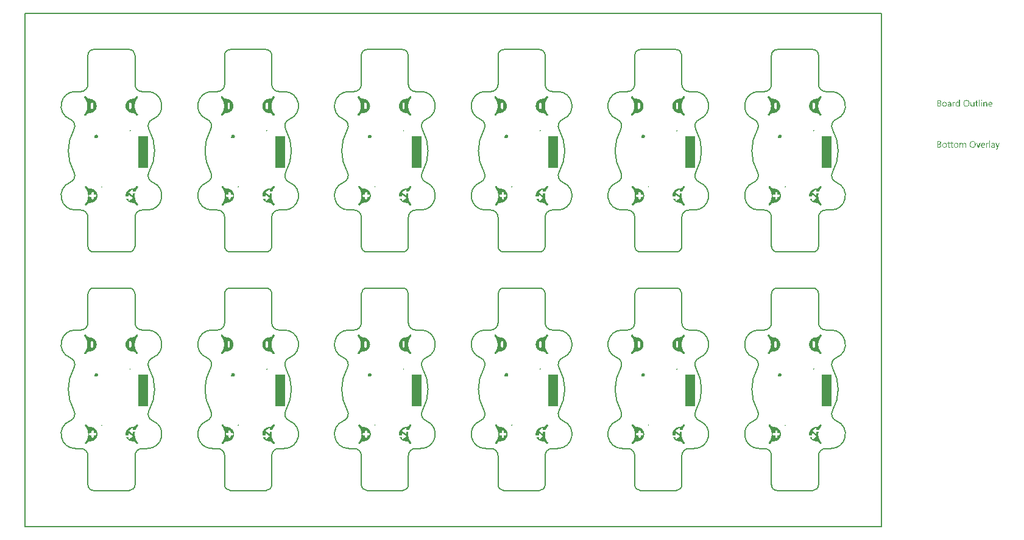
<source format=gbo>
G04*
G04 #@! TF.GenerationSoftware,Altium Limited,Altium Designer,21.6.4 (81)*
G04*
G04 Layer_Color=32896*
%FSAX25Y25*%
%MOIN*%
G70*
G04*
G04 #@! TF.SameCoordinates,951E7868-A63B-422C-B91B-43858A88E4F6*
G04*
G04*
G04 #@! TF.FilePolarity,Positive*
G04*
G01*
G75*
%ADD14C,0.00787*%
%ADD15C,0.01968*%
%ADD57C,0.00591*%
%ADD58R,0.05610X0.17472*%
G36*
X0415622Y0216192D02*
X0415684Y0216182D01*
X0415745Y0216164D01*
X0415803Y0216140D01*
X0415858Y0216110D01*
X0415910Y0216073D01*
X0415957Y0216031D01*
X0415999Y0215984D01*
X0416035Y0215933D01*
X0416066Y0215877D01*
X0416090Y0215819D01*
X0416107Y0215758D01*
X0416118Y0215696D01*
X0416121Y0215633D01*
X0416118Y0215570D01*
X0416107Y0215508D01*
X0416090Y0215447D01*
X0416066Y0215389D01*
X0416035Y0215334D01*
X0415999Y0215283D01*
X0415989Y0215272D01*
X0415990Y0215272D01*
X0415989Y0215271D01*
X0415941Y0215214D01*
X0415800Y0215037D01*
X0415665Y0214855D01*
X0415537Y0214669D01*
X0415414Y0214479D01*
X0415298Y0214285D01*
X0415188Y0214087D01*
X0415085Y0213886D01*
X0414988Y0213681D01*
X0414898Y0213474D01*
X0414815Y0213263D01*
X0414738Y0213050D01*
X0414669Y0212835D01*
X0414607Y0212617D01*
X0414552Y0212397D01*
X0414504Y0212176D01*
X0414464Y0211953D01*
X0414430Y0211730D01*
X0414404Y0211505D01*
X0414386Y0211279D01*
X0414375Y0211053D01*
X0414371Y0210827D01*
X0414375Y0210601D01*
X0414386Y0210375D01*
X0414404Y0210149D01*
X0414430Y0209924D01*
X0414464Y0209700D01*
X0414504Y0209478D01*
X0414552Y0209257D01*
X0414607Y0209037D01*
X0414669Y0208819D01*
X0414738Y0208604D01*
X0414815Y0208391D01*
X0414898Y0208180D01*
X0414988Y0207973D01*
X0415084Y0207768D01*
X0415188Y0207567D01*
X0415298Y0207369D01*
X0415414Y0207175D01*
X0415537Y0206985D01*
X0415665Y0206799D01*
X0415800Y0206617D01*
X0415941Y0206440D01*
X0415993Y0206379D01*
X0415993Y0206378D01*
X0415993Y0206378D01*
X0416002Y0206367D01*
X0416039Y0206315D01*
X0416070Y0206260D01*
X0416094Y0206201D01*
X0416112Y0206140D01*
X0416122Y0206078D01*
X0416126Y0206015D01*
X0416122Y0205951D01*
X0416112Y0205889D01*
X0416094Y0205828D01*
X0416070Y0205770D01*
X0416039Y0205714D01*
X0416002Y0205662D01*
X0415960Y0205615D01*
X0415913Y0205573D01*
X0415861Y0205536D01*
X0415806Y0205506D01*
X0415747Y0205481D01*
X0415686Y0205464D01*
X0415624Y0205453D01*
X0415561Y0205450D01*
X0415497Y0205453D01*
X0415435Y0205464D01*
X0415374Y0205481D01*
X0415315Y0205506D01*
X0415260Y0205536D01*
X0415208Y0205573D01*
X0415161Y0205615D01*
X0415128Y0205652D01*
X0415128Y0205652D01*
X0415128Y0205652D01*
X0415128Y0205652D01*
X0415128Y0205652D01*
X0415092Y0205695D01*
X0414934Y0205892D01*
X0414782Y0206094D01*
X0414782Y0206094D01*
X0414782Y0206094D01*
X0414780Y0206097D01*
X0414780Y0206097D01*
X0414740Y0206152D01*
X0414663Y0206244D01*
X0414580Y0206332D01*
X0414492Y0206415D01*
X0414400Y0206492D01*
X0414303Y0206563D01*
X0414201Y0206628D01*
X0414096Y0206688D01*
X0413988Y0206740D01*
X0413877Y0206786D01*
X0413763Y0206826D01*
X0413647Y0206858D01*
X0413529Y0206883D01*
X0413410Y0206902D01*
X0413290Y0206912D01*
X0413187Y0206916D01*
X0413187Y0206916D01*
X0413050Y0206919D01*
X0412880Y0206930D01*
X0412710Y0206948D01*
X0412541Y0206975D01*
X0412374Y0207008D01*
X0412208Y0207048D01*
X0412044Y0207096D01*
X0411882Y0207151D01*
X0411723Y0207213D01*
X0411567Y0207282D01*
X0411414Y0207357D01*
X0411264Y0207439D01*
X0411119Y0207528D01*
X0410977Y0207623D01*
X0410839Y0207723D01*
X0410706Y0207830D01*
X0410577Y0207943D01*
X0410454Y0208061D01*
X0410336Y0208184D01*
X0410224Y0208312D01*
X0410117Y0208446D01*
X0410016Y0208583D01*
X0409921Y0208725D01*
X0409833Y0208871D01*
X0409751Y0209021D01*
X0409675Y0209174D01*
X0409606Y0209330D01*
X0409544Y0209489D01*
X0409489Y0209651D01*
X0409442Y0209815D01*
X0409401Y0209980D01*
X0409368Y0210148D01*
X0409342Y0210316D01*
X0409323Y0210486D01*
X0409312Y0210656D01*
X0409308Y0210827D01*
X0409312Y0210998D01*
X0409323Y0211168D01*
X0409342Y0211338D01*
X0409368Y0211506D01*
X0409401Y0211674D01*
X0409442Y0211840D01*
X0409489Y0212003D01*
X0409544Y0212165D01*
X0409606Y0212324D01*
X0409675Y0212480D01*
X0409751Y0212633D01*
X0409833Y0212783D01*
X0409921Y0212929D01*
X0410016Y0213071D01*
X0410117Y0213208D01*
X0410224Y0213341D01*
X0410336Y0213470D01*
X0410454Y0213593D01*
X0410577Y0213711D01*
X0410706Y0213824D01*
X0410839Y0213931D01*
X0410977Y0214032D01*
X0411119Y0214126D01*
X0411264Y0214215D01*
X0411414Y0214297D01*
X0411567Y0214372D01*
X0411723Y0214441D01*
X0411882Y0214503D01*
X0412044Y0214558D01*
X0412208Y0214606D01*
X0412374Y0214646D01*
X0412541Y0214680D01*
X0412710Y0214705D01*
X0412880Y0214724D01*
X0413050Y0214735D01*
X0413190Y0214738D01*
X0413190Y0214738D01*
X0413296Y0214742D01*
X0413415Y0214752D01*
X0413535Y0214771D01*
X0413652Y0214796D01*
X0413768Y0214828D01*
X0413882Y0214867D01*
X0413994Y0214914D01*
X0414102Y0214966D01*
X0414207Y0215025D01*
X0414308Y0215091D01*
X0414405Y0215162D01*
X0414498Y0215240D01*
X0414585Y0215322D01*
X0414668Y0215410D01*
X0414745Y0215502D01*
X0414784Y0215555D01*
X0414785Y0215556D01*
X0414787Y0215559D01*
X0414787Y0215559D01*
X0414934Y0215755D01*
X0415092Y0215952D01*
X0415128Y0215995D01*
X0415128Y0215995D01*
X0415128Y0215995D01*
X0415128Y0215995D01*
X0415161Y0216031D01*
X0415208Y0216073D01*
X0415260Y0216110D01*
X0415315Y0216140D01*
X0415373Y0216164D01*
X0415434Y0216182D01*
X0415496Y0216192D01*
X0415559Y0216196D01*
X0415622Y0216192D01*
D02*
G37*
G36*
X0340814D02*
X0340876Y0216182D01*
X0340936Y0216164D01*
X0340995Y0216140D01*
X0341050Y0216110D01*
X0341102Y0216073D01*
X0341148Y0216031D01*
X0341191Y0215984D01*
X0341227Y0215933D01*
X0341258Y0215877D01*
X0341282Y0215819D01*
X0341299Y0215758D01*
X0341310Y0215696D01*
X0341313Y0215633D01*
X0341310Y0215570D01*
X0341299Y0215508D01*
X0341282Y0215447D01*
X0341258Y0215389D01*
X0341227Y0215334D01*
X0341191Y0215283D01*
X0341181Y0215272D01*
X0341182Y0215272D01*
X0341181Y0215271D01*
X0341133Y0215214D01*
X0340992Y0215037D01*
X0340858Y0214855D01*
X0340729Y0214669D01*
X0340606Y0214479D01*
X0340490Y0214285D01*
X0340380Y0214087D01*
X0340276Y0213886D01*
X0340180Y0213681D01*
X0340090Y0213474D01*
X0340006Y0213263D01*
X0339930Y0213050D01*
X0339861Y0212835D01*
X0339799Y0212617D01*
X0339744Y0212397D01*
X0339696Y0212176D01*
X0339655Y0211953D01*
X0339622Y0211730D01*
X0339597Y0211505D01*
X0339578Y0211279D01*
X0339567Y0211053D01*
X0339563Y0210827D01*
X0339567Y0210601D01*
X0339578Y0210375D01*
X0339596Y0210149D01*
X0339622Y0209924D01*
X0339655Y0209700D01*
X0339696Y0209478D01*
X0339744Y0209257D01*
X0339799Y0209037D01*
X0339861Y0208819D01*
X0339930Y0208604D01*
X0340006Y0208391D01*
X0340090Y0208180D01*
X0340180Y0207973D01*
X0340276Y0207768D01*
X0340380Y0207567D01*
X0340490Y0207369D01*
X0340606Y0207175D01*
X0340729Y0206985D01*
X0340858Y0206799D01*
X0340992Y0206617D01*
X0341133Y0206440D01*
X0341184Y0206379D01*
X0341185Y0206378D01*
X0341184Y0206378D01*
X0341194Y0206367D01*
X0341231Y0206315D01*
X0341262Y0206260D01*
X0341286Y0206201D01*
X0341303Y0206140D01*
X0341314Y0206078D01*
X0341318Y0206015D01*
X0341314Y0205951D01*
X0341303Y0205889D01*
X0341286Y0205828D01*
X0341262Y0205770D01*
X0341231Y0205714D01*
X0341194Y0205662D01*
X0341152Y0205615D01*
X0341105Y0205573D01*
X0341053Y0205536D01*
X0340998Y0205506D01*
X0340939Y0205481D01*
X0340878Y0205464D01*
X0340816Y0205453D01*
X0340753Y0205450D01*
X0340689Y0205453D01*
X0340627Y0205464D01*
X0340566Y0205481D01*
X0340508Y0205506D01*
X0340452Y0205536D01*
X0340400Y0205573D01*
X0340353Y0205615D01*
X0340320Y0205652D01*
X0340320Y0205652D01*
X0340320Y0205652D01*
X0340320Y0205652D01*
X0340320Y0205652D01*
X0340284Y0205695D01*
X0340126Y0205892D01*
X0339974Y0206094D01*
X0339974Y0206094D01*
X0339974Y0206094D01*
X0339972Y0206097D01*
X0339972Y0206097D01*
X0339932Y0206152D01*
X0339854Y0206244D01*
X0339772Y0206332D01*
X0339684Y0206415D01*
X0339592Y0206492D01*
X0339494Y0206563D01*
X0339393Y0206628D01*
X0339288Y0206688D01*
X0339180Y0206740D01*
X0339069Y0206786D01*
X0338955Y0206826D01*
X0338839Y0206858D01*
X0338721Y0206883D01*
X0338602Y0206902D01*
X0338482Y0206912D01*
X0338379Y0206916D01*
X0338379Y0206916D01*
X0338242Y0206919D01*
X0338071Y0206930D01*
X0337902Y0206948D01*
X0337733Y0206975D01*
X0337566Y0207008D01*
X0337400Y0207048D01*
X0337236Y0207096D01*
X0337074Y0207151D01*
X0336915Y0207213D01*
X0336759Y0207282D01*
X0336606Y0207357D01*
X0336456Y0207439D01*
X0336310Y0207528D01*
X0336169Y0207623D01*
X0336031Y0207723D01*
X0335898Y0207830D01*
X0335770Y0207943D01*
X0335646Y0208061D01*
X0335528Y0208184D01*
X0335416Y0208312D01*
X0335309Y0208446D01*
X0335208Y0208583D01*
X0335113Y0208725D01*
X0335024Y0208871D01*
X0334942Y0209021D01*
X0334867Y0209174D01*
X0334798Y0209330D01*
X0334736Y0209489D01*
X0334682Y0209651D01*
X0334634Y0209815D01*
X0334593Y0209980D01*
X0334560Y0210148D01*
X0334534Y0210316D01*
X0334515Y0210486D01*
X0334504Y0210656D01*
X0334500Y0210827D01*
X0334504Y0210998D01*
X0334515Y0211168D01*
X0334534Y0211338D01*
X0334560Y0211506D01*
X0334593Y0211674D01*
X0334634Y0211840D01*
X0334681Y0212003D01*
X0334736Y0212165D01*
X0334798Y0212324D01*
X0334867Y0212480D01*
X0334942Y0212633D01*
X0335024Y0212783D01*
X0335113Y0212929D01*
X0335208Y0213071D01*
X0335309Y0213208D01*
X0335416Y0213341D01*
X0335528Y0213470D01*
X0335646Y0213593D01*
X0335770Y0213711D01*
X0335898Y0213824D01*
X0336031Y0213931D01*
X0336169Y0214032D01*
X0336310Y0214126D01*
X0336456Y0214215D01*
X0336606Y0214297D01*
X0336759Y0214372D01*
X0336915Y0214441D01*
X0337074Y0214503D01*
X0337236Y0214558D01*
X0337400Y0214606D01*
X0337566Y0214646D01*
X0337733Y0214680D01*
X0337902Y0214705D01*
X0338071Y0214724D01*
X0338242Y0214735D01*
X0338382Y0214738D01*
X0338382Y0214738D01*
X0338488Y0214742D01*
X0338607Y0214752D01*
X0338726Y0214771D01*
X0338844Y0214796D01*
X0338960Y0214828D01*
X0339074Y0214867D01*
X0339186Y0214914D01*
X0339294Y0214966D01*
X0339399Y0215025D01*
X0339500Y0215091D01*
X0339597Y0215162D01*
X0339690Y0215240D01*
X0339777Y0215322D01*
X0339860Y0215410D01*
X0339937Y0215502D01*
X0339976Y0215555D01*
X0339977Y0215556D01*
X0339979Y0215559D01*
X0339979Y0215559D01*
X0340126Y0215755D01*
X0340284Y0215952D01*
X0340320Y0215995D01*
X0340320Y0215995D01*
X0340320Y0215995D01*
X0340320Y0215995D01*
X0340353Y0216031D01*
X0340400Y0216073D01*
X0340452Y0216110D01*
X0340507Y0216140D01*
X0340565Y0216164D01*
X0340626Y0216182D01*
X0340688Y0216192D01*
X0340751Y0216196D01*
X0340814Y0216192D01*
D02*
G37*
G36*
X0266006D02*
X0266068Y0216182D01*
X0266128Y0216164D01*
X0266187Y0216140D01*
X0266242Y0216110D01*
X0266293Y0216073D01*
X0266340Y0216031D01*
X0266383Y0215984D01*
X0266419Y0215933D01*
X0266449Y0215877D01*
X0266474Y0215819D01*
X0266491Y0215758D01*
X0266502Y0215696D01*
X0266505Y0215633D01*
X0266502Y0215570D01*
X0266491Y0215508D01*
X0266474Y0215447D01*
X0266449Y0215389D01*
X0266419Y0215334D01*
X0266383Y0215283D01*
X0266373Y0215272D01*
X0266374Y0215272D01*
X0266373Y0215271D01*
X0266325Y0215214D01*
X0266184Y0215037D01*
X0266049Y0214855D01*
X0265921Y0214669D01*
X0265798Y0214479D01*
X0265682Y0214285D01*
X0265572Y0214087D01*
X0265468Y0213886D01*
X0265371Y0213681D01*
X0265282Y0213474D01*
X0265198Y0213263D01*
X0265122Y0213050D01*
X0265053Y0212835D01*
X0264991Y0212617D01*
X0264936Y0212397D01*
X0264888Y0212176D01*
X0264847Y0211953D01*
X0264814Y0211730D01*
X0264788Y0211505D01*
X0264770Y0211279D01*
X0264759Y0211053D01*
X0264755Y0210827D01*
X0264759Y0210601D01*
X0264770Y0210375D01*
X0264788Y0210149D01*
X0264814Y0209924D01*
X0264847Y0209700D01*
X0264888Y0209478D01*
X0264936Y0209257D01*
X0264991Y0209037D01*
X0265053Y0208819D01*
X0265122Y0208604D01*
X0265198Y0208391D01*
X0265282Y0208180D01*
X0265371Y0207973D01*
X0265468Y0207768D01*
X0265572Y0207567D01*
X0265682Y0207369D01*
X0265798Y0207175D01*
X0265921Y0206985D01*
X0266049Y0206799D01*
X0266184Y0206617D01*
X0266325Y0206440D01*
X0266376Y0206379D01*
X0266377Y0206378D01*
X0266376Y0206378D01*
X0266386Y0206367D01*
X0266423Y0206315D01*
X0266454Y0206260D01*
X0266478Y0206201D01*
X0266495Y0206140D01*
X0266506Y0206078D01*
X0266510Y0206015D01*
X0266506Y0205951D01*
X0266495Y0205889D01*
X0266478Y0205828D01*
X0266454Y0205770D01*
X0266423Y0205714D01*
X0266386Y0205662D01*
X0266344Y0205615D01*
X0266297Y0205573D01*
X0266245Y0205536D01*
X0266190Y0205506D01*
X0266131Y0205481D01*
X0266070Y0205464D01*
X0266008Y0205453D01*
X0265945Y0205450D01*
X0265881Y0205453D01*
X0265819Y0205464D01*
X0265758Y0205481D01*
X0265699Y0205506D01*
X0265644Y0205536D01*
X0265592Y0205573D01*
X0265545Y0205615D01*
X0265512Y0205652D01*
X0265512Y0205652D01*
X0265512Y0205652D01*
X0265512Y0205652D01*
X0265512Y0205652D01*
X0265476Y0205695D01*
X0265318Y0205892D01*
X0265166Y0206094D01*
X0265166Y0206094D01*
X0265166Y0206094D01*
X0265164Y0206097D01*
X0265164Y0206097D01*
X0265124Y0206152D01*
X0265046Y0206244D01*
X0264964Y0206332D01*
X0264876Y0206415D01*
X0264784Y0206492D01*
X0264686Y0206563D01*
X0264585Y0206628D01*
X0264480Y0206688D01*
X0264372Y0206740D01*
X0264261Y0206786D01*
X0264147Y0206826D01*
X0264031Y0206858D01*
X0263913Y0206883D01*
X0263794Y0206902D01*
X0263674Y0206912D01*
X0263571Y0206916D01*
X0263571Y0206916D01*
X0263434Y0206919D01*
X0263263Y0206930D01*
X0263094Y0206948D01*
X0262925Y0206975D01*
X0262757Y0207008D01*
X0262592Y0207048D01*
X0262428Y0207096D01*
X0262266Y0207151D01*
X0262107Y0207213D01*
X0261951Y0207282D01*
X0261798Y0207357D01*
X0261648Y0207439D01*
X0261502Y0207528D01*
X0261360Y0207623D01*
X0261223Y0207723D01*
X0261090Y0207830D01*
X0260961Y0207943D01*
X0260838Y0208061D01*
X0260720Y0208184D01*
X0260608Y0208312D01*
X0260501Y0208446D01*
X0260400Y0208583D01*
X0260305Y0208725D01*
X0260216Y0208871D01*
X0260134Y0209021D01*
X0260059Y0209174D01*
X0259990Y0209330D01*
X0259928Y0209489D01*
X0259873Y0209651D01*
X0259826Y0209815D01*
X0259785Y0209980D01*
X0259752Y0210148D01*
X0259726Y0210316D01*
X0259707Y0210486D01*
X0259696Y0210656D01*
X0259692Y0210827D01*
X0259696Y0210998D01*
X0259707Y0211168D01*
X0259726Y0211338D01*
X0259752Y0211506D01*
X0259785Y0211674D01*
X0259826Y0211840D01*
X0259873Y0212003D01*
X0259928Y0212165D01*
X0259990Y0212324D01*
X0260059Y0212480D01*
X0260134Y0212633D01*
X0260216Y0212783D01*
X0260305Y0212929D01*
X0260400Y0213071D01*
X0260501Y0213208D01*
X0260608Y0213341D01*
X0260720Y0213470D01*
X0260838Y0213593D01*
X0260961Y0213711D01*
X0261090Y0213824D01*
X0261223Y0213931D01*
X0261360Y0214032D01*
X0261502Y0214126D01*
X0261648Y0214215D01*
X0261798Y0214297D01*
X0261951Y0214372D01*
X0262107Y0214441D01*
X0262266Y0214503D01*
X0262428Y0214558D01*
X0262592Y0214606D01*
X0262758Y0214646D01*
X0262925Y0214680D01*
X0263094Y0214705D01*
X0263263Y0214724D01*
X0263434Y0214735D01*
X0263574Y0214738D01*
X0263574Y0214738D01*
X0263679Y0214742D01*
X0263799Y0214752D01*
X0263918Y0214771D01*
X0264036Y0214796D01*
X0264152Y0214828D01*
X0264266Y0214867D01*
X0264377Y0214914D01*
X0264486Y0214966D01*
X0264591Y0215025D01*
X0264692Y0215091D01*
X0264789Y0215162D01*
X0264881Y0215240D01*
X0264969Y0215322D01*
X0265052Y0215410D01*
X0265129Y0215502D01*
X0265168Y0215555D01*
X0265168Y0215556D01*
X0265171Y0215559D01*
X0265171Y0215559D01*
X0265318Y0215755D01*
X0265476Y0215952D01*
X0265512Y0215995D01*
X0265512Y0215995D01*
X0265512Y0215995D01*
X0265512Y0215995D01*
X0265545Y0216031D01*
X0265592Y0216073D01*
X0265643Y0216110D01*
X0265699Y0216140D01*
X0265757Y0216164D01*
X0265817Y0216182D01*
X0265880Y0216192D01*
X0265943Y0216196D01*
X0266006Y0216192D01*
D02*
G37*
G36*
X0191198D02*
X0191260Y0216182D01*
X0191320Y0216164D01*
X0191379Y0216140D01*
X0191434Y0216110D01*
X0191485Y0216073D01*
X0191532Y0216031D01*
X0191574Y0215984D01*
X0191611Y0215933D01*
X0191641Y0215877D01*
X0191666Y0215819D01*
X0191683Y0215758D01*
X0191694Y0215696D01*
X0191697Y0215633D01*
X0191694Y0215570D01*
X0191683Y0215508D01*
X0191666Y0215447D01*
X0191641Y0215389D01*
X0191611Y0215334D01*
X0191574Y0215283D01*
X0191565Y0215272D01*
X0191566Y0215272D01*
X0191565Y0215271D01*
X0191517Y0215214D01*
X0191376Y0215037D01*
X0191241Y0214855D01*
X0191112Y0214669D01*
X0190990Y0214479D01*
X0190874Y0214285D01*
X0190764Y0214087D01*
X0190660Y0213886D01*
X0190563Y0213681D01*
X0190473Y0213474D01*
X0190390Y0213263D01*
X0190314Y0213050D01*
X0190245Y0212835D01*
X0190183Y0212617D01*
X0190128Y0212397D01*
X0190080Y0212176D01*
X0190039Y0211953D01*
X0190006Y0211730D01*
X0189980Y0211505D01*
X0189962Y0211279D01*
X0189951Y0211053D01*
X0189947Y0210827D01*
X0189951Y0210601D01*
X0189962Y0210375D01*
X0189980Y0210149D01*
X0190006Y0209924D01*
X0190039Y0209700D01*
X0190080Y0209478D01*
X0190128Y0209257D01*
X0190183Y0209037D01*
X0190245Y0208819D01*
X0190314Y0208604D01*
X0190390Y0208391D01*
X0190473Y0208180D01*
X0190563Y0207973D01*
X0190660Y0207768D01*
X0190764Y0207567D01*
X0190874Y0207369D01*
X0190990Y0207175D01*
X0191112Y0206985D01*
X0191241Y0206799D01*
X0191376Y0206617D01*
X0191517Y0206440D01*
X0191568Y0206379D01*
X0191569Y0206378D01*
X0191568Y0206378D01*
X0191578Y0206367D01*
X0191615Y0206315D01*
X0191646Y0206260D01*
X0191670Y0206201D01*
X0191687Y0206140D01*
X0191698Y0206078D01*
X0191701Y0206015D01*
X0191698Y0205951D01*
X0191687Y0205889D01*
X0191670Y0205828D01*
X0191645Y0205770D01*
X0191615Y0205714D01*
X0191578Y0205662D01*
X0191536Y0205615D01*
X0191489Y0205573D01*
X0191437Y0205536D01*
X0191382Y0205506D01*
X0191323Y0205481D01*
X0191262Y0205464D01*
X0191200Y0205453D01*
X0191136Y0205450D01*
X0191073Y0205453D01*
X0191011Y0205464D01*
X0190950Y0205481D01*
X0190891Y0205506D01*
X0190836Y0205536D01*
X0190784Y0205573D01*
X0190737Y0205615D01*
X0190704Y0205652D01*
X0190704Y0205652D01*
X0190704Y0205652D01*
X0190704Y0205652D01*
X0190704Y0205652D01*
X0190668Y0205695D01*
X0190509Y0205892D01*
X0190358Y0206094D01*
X0190358Y0206094D01*
X0190358Y0206094D01*
X0190356Y0206097D01*
X0190356Y0206097D01*
X0190315Y0206152D01*
X0190238Y0206244D01*
X0190156Y0206332D01*
X0190068Y0206415D01*
X0189975Y0206492D01*
X0189878Y0206563D01*
X0189777Y0206628D01*
X0189672Y0206688D01*
X0189564Y0206740D01*
X0189453Y0206786D01*
X0189339Y0206826D01*
X0189223Y0206858D01*
X0189105Y0206883D01*
X0188986Y0206902D01*
X0188866Y0206912D01*
X0188763Y0206916D01*
X0188763Y0206916D01*
X0188626Y0206919D01*
X0188455Y0206930D01*
X0188286Y0206948D01*
X0188117Y0206975D01*
X0187950Y0207008D01*
X0187784Y0207048D01*
X0187620Y0207096D01*
X0187458Y0207151D01*
X0187299Y0207213D01*
X0187143Y0207282D01*
X0186990Y0207357D01*
X0186840Y0207439D01*
X0186694Y0207528D01*
X0186552Y0207623D01*
X0186415Y0207723D01*
X0186282Y0207830D01*
X0186153Y0207943D01*
X0186030Y0208061D01*
X0185912Y0208184D01*
X0185800Y0208312D01*
X0185693Y0208446D01*
X0185592Y0208583D01*
X0185497Y0208725D01*
X0185408Y0208871D01*
X0185326Y0209021D01*
X0185251Y0209174D01*
X0185182Y0209330D01*
X0185120Y0209489D01*
X0185065Y0209651D01*
X0185018Y0209815D01*
X0184977Y0209980D01*
X0184944Y0210148D01*
X0184918Y0210316D01*
X0184899Y0210486D01*
X0184888Y0210656D01*
X0184884Y0210827D01*
X0184888Y0210998D01*
X0184899Y0211168D01*
X0184918Y0211338D01*
X0184944Y0211506D01*
X0184977Y0211674D01*
X0185018Y0211840D01*
X0185065Y0212003D01*
X0185120Y0212165D01*
X0185182Y0212324D01*
X0185251Y0212480D01*
X0185326Y0212633D01*
X0185408Y0212783D01*
X0185497Y0212929D01*
X0185592Y0213071D01*
X0185693Y0213208D01*
X0185800Y0213341D01*
X0185912Y0213470D01*
X0186030Y0213593D01*
X0186153Y0213711D01*
X0186282Y0213824D01*
X0186415Y0213931D01*
X0186552Y0214032D01*
X0186694Y0214126D01*
X0186840Y0214215D01*
X0186990Y0214297D01*
X0187143Y0214372D01*
X0187299Y0214441D01*
X0187458Y0214503D01*
X0187620Y0214558D01*
X0187784Y0214606D01*
X0187950Y0214646D01*
X0188117Y0214680D01*
X0188286Y0214705D01*
X0188455Y0214724D01*
X0188626Y0214735D01*
X0188766Y0214738D01*
X0188766Y0214738D01*
X0188871Y0214742D01*
X0188991Y0214752D01*
X0189110Y0214771D01*
X0189228Y0214796D01*
X0189344Y0214828D01*
X0189458Y0214867D01*
X0189569Y0214914D01*
X0189678Y0214966D01*
X0189783Y0215025D01*
X0189884Y0215091D01*
X0189981Y0215162D01*
X0190073Y0215240D01*
X0190161Y0215322D01*
X0190244Y0215410D01*
X0190321Y0215502D01*
X0190360Y0215555D01*
X0190360Y0215556D01*
X0190363Y0215559D01*
X0190363Y0215559D01*
X0190509Y0215755D01*
X0190668Y0215952D01*
X0190704Y0215995D01*
X0190704Y0215995D01*
X0190704Y0215995D01*
X0190704Y0215995D01*
X0190737Y0216031D01*
X0190784Y0216073D01*
X0190835Y0216110D01*
X0190891Y0216140D01*
X0190949Y0216164D01*
X0191009Y0216182D01*
X0191072Y0216192D01*
X0191135Y0216196D01*
X0191198Y0216192D01*
D02*
G37*
G36*
X0116390D02*
X0116452Y0216182D01*
X0116512Y0216164D01*
X0116571Y0216140D01*
X0116626Y0216110D01*
X0116677Y0216073D01*
X0116724Y0216031D01*
X0116766Y0215984D01*
X0116803Y0215933D01*
X0116833Y0215877D01*
X0116858Y0215819D01*
X0116875Y0215758D01*
X0116885Y0215696D01*
X0116889Y0215633D01*
X0116885Y0215570D01*
X0116875Y0215508D01*
X0116858Y0215447D01*
X0116833Y0215389D01*
X0116803Y0215334D01*
X0116766Y0215283D01*
X0116757Y0215272D01*
X0116757Y0215272D01*
X0116757Y0215271D01*
X0116709Y0215214D01*
X0116568Y0215037D01*
X0116433Y0214855D01*
X0116304Y0214669D01*
X0116182Y0214479D01*
X0116066Y0214285D01*
X0115955Y0214087D01*
X0115852Y0213886D01*
X0115755Y0213681D01*
X0115665Y0213474D01*
X0115582Y0213263D01*
X0115506Y0213050D01*
X0115437Y0212835D01*
X0115375Y0212617D01*
X0115320Y0212397D01*
X0115272Y0212176D01*
X0115231Y0211953D01*
X0115198Y0211730D01*
X0115172Y0211505D01*
X0115154Y0211279D01*
X0115143Y0211053D01*
X0115139Y0210827D01*
X0115143Y0210601D01*
X0115154Y0210375D01*
X0115172Y0210149D01*
X0115198Y0209924D01*
X0115231Y0209700D01*
X0115272Y0209478D01*
X0115320Y0209257D01*
X0115375Y0209037D01*
X0115437Y0208819D01*
X0115506Y0208604D01*
X0115582Y0208391D01*
X0115665Y0208180D01*
X0115755Y0207973D01*
X0115852Y0207768D01*
X0115955Y0207567D01*
X0116066Y0207369D01*
X0116182Y0207175D01*
X0116304Y0206985D01*
X0116433Y0206799D01*
X0116568Y0206617D01*
X0116709Y0206440D01*
X0116760Y0206379D01*
X0116761Y0206378D01*
X0116760Y0206378D01*
X0116770Y0206367D01*
X0116807Y0206315D01*
X0116837Y0206260D01*
X0116862Y0206201D01*
X0116879Y0206140D01*
X0116890Y0206078D01*
X0116893Y0206015D01*
X0116890Y0205951D01*
X0116879Y0205889D01*
X0116862Y0205828D01*
X0116837Y0205770D01*
X0116807Y0205714D01*
X0116770Y0205662D01*
X0116728Y0205615D01*
X0116681Y0205573D01*
X0116629Y0205536D01*
X0116574Y0205506D01*
X0116515Y0205481D01*
X0116454Y0205464D01*
X0116392Y0205453D01*
X0116328Y0205450D01*
X0116265Y0205453D01*
X0116203Y0205464D01*
X0116142Y0205481D01*
X0116083Y0205506D01*
X0116028Y0205536D01*
X0115976Y0205573D01*
X0115929Y0205615D01*
X0115896Y0205652D01*
X0115896Y0205652D01*
X0115896Y0205652D01*
X0115896Y0205652D01*
X0115896Y0205652D01*
X0115859Y0205695D01*
X0115701Y0205892D01*
X0115550Y0206094D01*
X0115550Y0206094D01*
X0115550Y0206094D01*
X0115548Y0206097D01*
X0115547Y0206097D01*
X0115507Y0206152D01*
X0115430Y0206244D01*
X0115348Y0206332D01*
X0115260Y0206415D01*
X0115167Y0206492D01*
X0115070Y0206563D01*
X0114969Y0206628D01*
X0114864Y0206688D01*
X0114756Y0206740D01*
X0114645Y0206786D01*
X0114531Y0206826D01*
X0114415Y0206858D01*
X0114297Y0206883D01*
X0114178Y0206902D01*
X0114058Y0206912D01*
X0113954Y0206916D01*
X0113954Y0206916D01*
X0113818Y0206919D01*
X0113647Y0206930D01*
X0113478Y0206948D01*
X0113309Y0206975D01*
X0113141Y0207008D01*
X0112976Y0207048D01*
X0112812Y0207096D01*
X0112650Y0207151D01*
X0112491Y0207213D01*
X0112335Y0207282D01*
X0112182Y0207357D01*
X0112032Y0207439D01*
X0111886Y0207528D01*
X0111744Y0207623D01*
X0111607Y0207723D01*
X0111474Y0207830D01*
X0111345Y0207943D01*
X0111222Y0208061D01*
X0111104Y0208184D01*
X0110991Y0208312D01*
X0110884Y0208446D01*
X0110784Y0208583D01*
X0110689Y0208725D01*
X0110600Y0208871D01*
X0110518Y0209021D01*
X0110443Y0209174D01*
X0110374Y0209330D01*
X0110312Y0209489D01*
X0110257Y0209651D01*
X0110210Y0209815D01*
X0110169Y0209980D01*
X0110136Y0210148D01*
X0110110Y0210316D01*
X0110091Y0210486D01*
X0110080Y0210656D01*
X0110076Y0210827D01*
X0110080Y0210998D01*
X0110091Y0211168D01*
X0110110Y0211338D01*
X0110136Y0211506D01*
X0110169Y0211674D01*
X0110210Y0211840D01*
X0110257Y0212003D01*
X0110312Y0212165D01*
X0110374Y0212324D01*
X0110443Y0212480D01*
X0110518Y0212633D01*
X0110600Y0212783D01*
X0110689Y0212929D01*
X0110784Y0213071D01*
X0110884Y0213208D01*
X0110991Y0213341D01*
X0111104Y0213470D01*
X0111222Y0213593D01*
X0111345Y0213711D01*
X0111474Y0213824D01*
X0111607Y0213931D01*
X0111744Y0214032D01*
X0111886Y0214126D01*
X0112032Y0214215D01*
X0112182Y0214297D01*
X0112335Y0214372D01*
X0112491Y0214441D01*
X0112650Y0214503D01*
X0112812Y0214558D01*
X0112976Y0214606D01*
X0113141Y0214646D01*
X0113309Y0214680D01*
X0113478Y0214705D01*
X0113647Y0214724D01*
X0113818Y0214735D01*
X0113958Y0214738D01*
X0113958Y0214738D01*
X0114063Y0214742D01*
X0114183Y0214752D01*
X0114302Y0214771D01*
X0114420Y0214796D01*
X0114536Y0214828D01*
X0114650Y0214867D01*
X0114761Y0214914D01*
X0114870Y0214966D01*
X0114975Y0215025D01*
X0115076Y0215091D01*
X0115173Y0215162D01*
X0115265Y0215240D01*
X0115353Y0215322D01*
X0115436Y0215410D01*
X0115513Y0215502D01*
X0115552Y0215555D01*
X0115552Y0215556D01*
X0115554Y0215559D01*
X0115554Y0215559D01*
X0115701Y0215755D01*
X0115859Y0215952D01*
X0115896Y0215995D01*
X0115896Y0215995D01*
X0115896Y0215995D01*
X0115896Y0215995D01*
X0115929Y0216031D01*
X0115976Y0216073D01*
X0116027Y0216110D01*
X0116082Y0216140D01*
X0116141Y0216164D01*
X0116201Y0216182D01*
X0116263Y0216192D01*
X0116326Y0216196D01*
X0116390Y0216192D01*
D02*
G37*
G36*
X0041581D02*
X0041644Y0216182D01*
X0041704Y0216164D01*
X0041763Y0216140D01*
X0041818Y0216110D01*
X0041869Y0216073D01*
X0041916Y0216031D01*
X0041958Y0215984D01*
X0041995Y0215933D01*
X0042025Y0215877D01*
X0042049Y0215819D01*
X0042067Y0215758D01*
X0042077Y0215696D01*
X0042081Y0215633D01*
X0042077Y0215570D01*
X0042067Y0215508D01*
X0042049Y0215447D01*
X0042025Y0215389D01*
X0041995Y0215334D01*
X0041958Y0215283D01*
X0041949Y0215272D01*
X0041949Y0215272D01*
X0041949Y0215271D01*
X0041901Y0215214D01*
X0041760Y0215037D01*
X0041625Y0214855D01*
X0041496Y0214669D01*
X0041374Y0214479D01*
X0041257Y0214285D01*
X0041147Y0214087D01*
X0041044Y0213886D01*
X0040947Y0213681D01*
X0040857Y0213474D01*
X0040774Y0213263D01*
X0040698Y0213050D01*
X0040629Y0212835D01*
X0040567Y0212617D01*
X0040512Y0212397D01*
X0040464Y0212176D01*
X0040423Y0211953D01*
X0040390Y0211730D01*
X0040364Y0211505D01*
X0040346Y0211279D01*
X0040334Y0211053D01*
X0040331Y0210827D01*
X0040335Y0210601D01*
X0040346Y0210375D01*
X0040364Y0210149D01*
X0040390Y0209924D01*
X0040423Y0209700D01*
X0040464Y0209478D01*
X0040512Y0209257D01*
X0040567Y0209037D01*
X0040629Y0208819D01*
X0040698Y0208604D01*
X0040774Y0208391D01*
X0040857Y0208180D01*
X0040947Y0207973D01*
X0041044Y0207768D01*
X0041147Y0207567D01*
X0041257Y0207369D01*
X0041374Y0207175D01*
X0041496Y0206985D01*
X0041625Y0206799D01*
X0041760Y0206617D01*
X0041901Y0206440D01*
X0041952Y0206379D01*
X0041953Y0206378D01*
X0041952Y0206378D01*
X0041962Y0206367D01*
X0041999Y0206315D01*
X0042029Y0206260D01*
X0042054Y0206201D01*
X0042071Y0206140D01*
X0042082Y0206078D01*
X0042085Y0206015D01*
X0042082Y0205951D01*
X0042071Y0205889D01*
X0042053Y0205828D01*
X0042029Y0205770D01*
X0041999Y0205714D01*
X0041962Y0205662D01*
X0041920Y0205615D01*
X0041873Y0205573D01*
X0041821Y0205536D01*
X0041765Y0205506D01*
X0041707Y0205481D01*
X0041646Y0205464D01*
X0041583Y0205453D01*
X0041520Y0205450D01*
X0041457Y0205453D01*
X0041394Y0205464D01*
X0041334Y0205481D01*
X0041275Y0205506D01*
X0041220Y0205536D01*
X0041168Y0205573D01*
X0041121Y0205615D01*
X0041088Y0205652D01*
X0041088Y0205652D01*
X0041088Y0205652D01*
X0041088Y0205652D01*
X0041088Y0205652D01*
X0041051Y0205695D01*
X0040893Y0205892D01*
X0040742Y0206094D01*
X0040742Y0206094D01*
X0040742Y0206094D01*
X0040740Y0206097D01*
X0040739Y0206097D01*
X0040699Y0206152D01*
X0040622Y0206244D01*
X0040540Y0206332D01*
X0040452Y0206415D01*
X0040359Y0206492D01*
X0040262Y0206563D01*
X0040161Y0206628D01*
X0040056Y0206688D01*
X0039948Y0206740D01*
X0039836Y0206786D01*
X0039723Y0206826D01*
X0039607Y0206858D01*
X0039489Y0206883D01*
X0039370Y0206902D01*
X0039250Y0206912D01*
X0039146Y0206916D01*
X0039146Y0206916D01*
X0039009Y0206919D01*
X0038839Y0206930D01*
X0038669Y0206948D01*
X0038501Y0206975D01*
X0038333Y0207008D01*
X0038168Y0207048D01*
X0038004Y0207096D01*
X0037842Y0207151D01*
X0037683Y0207213D01*
X0037527Y0207282D01*
X0037374Y0207357D01*
X0037224Y0207439D01*
X0037078Y0207528D01*
X0036936Y0207623D01*
X0036799Y0207723D01*
X0036665Y0207830D01*
X0036537Y0207943D01*
X0036414Y0208061D01*
X0036296Y0208184D01*
X0036183Y0208312D01*
X0036077Y0208446D01*
X0035976Y0208583D01*
X0035881Y0208725D01*
X0035792Y0208871D01*
X0035710Y0209021D01*
X0035635Y0209174D01*
X0035566Y0209330D01*
X0035504Y0209489D01*
X0035449Y0209651D01*
X0035401Y0209815D01*
X0035361Y0209980D01*
X0035328Y0210148D01*
X0035302Y0210316D01*
X0035283Y0210486D01*
X0035272Y0210656D01*
X0035268Y0210827D01*
X0035272Y0210998D01*
X0035283Y0211168D01*
X0035302Y0211338D01*
X0035328Y0211506D01*
X0035361Y0211674D01*
X0035401Y0211840D01*
X0035449Y0212003D01*
X0035504Y0212165D01*
X0035566Y0212324D01*
X0035635Y0212480D01*
X0035710Y0212633D01*
X0035792Y0212783D01*
X0035881Y0212929D01*
X0035976Y0213071D01*
X0036077Y0213208D01*
X0036183Y0213341D01*
X0036296Y0213470D01*
X0036414Y0213593D01*
X0036537Y0213711D01*
X0036665Y0213824D01*
X0036799Y0213931D01*
X0036936Y0214032D01*
X0037078Y0214126D01*
X0037224Y0214215D01*
X0037374Y0214297D01*
X0037527Y0214372D01*
X0037683Y0214441D01*
X0037842Y0214503D01*
X0038004Y0214558D01*
X0038168Y0214606D01*
X0038333Y0214646D01*
X0038501Y0214680D01*
X0038669Y0214705D01*
X0038839Y0214724D01*
X0039009Y0214735D01*
X0039150Y0214738D01*
X0039150Y0214738D01*
X0039255Y0214742D01*
X0039375Y0214752D01*
X0039494Y0214771D01*
X0039612Y0214796D01*
X0039728Y0214828D01*
X0039842Y0214867D01*
X0039953Y0214914D01*
X0040062Y0214966D01*
X0040167Y0215025D01*
X0040268Y0215091D01*
X0040365Y0215162D01*
X0040457Y0215240D01*
X0040545Y0215322D01*
X0040628Y0215410D01*
X0040705Y0215502D01*
X0040744Y0215555D01*
X0040744Y0215556D01*
X0040746Y0215559D01*
X0040746Y0215559D01*
X0040893Y0215755D01*
X0041051Y0215952D01*
X0041088Y0215995D01*
X0041087Y0215995D01*
X0041087Y0215995D01*
X0041088Y0215995D01*
X0041121Y0216031D01*
X0041168Y0216073D01*
X0041219Y0216110D01*
X0041274Y0216140D01*
X0041333Y0216164D01*
X0041393Y0216182D01*
X0041455Y0216192D01*
X0041518Y0216196D01*
X0041581Y0216192D01*
D02*
G37*
G36*
X0503737Y0214153D02*
X0503761D01*
X0503817Y0214128D01*
X0503848Y0214110D01*
X0503879Y0214085D01*
X0503885Y0214079D01*
X0503891Y0214073D01*
X0503922Y0214036D01*
X0503947Y0213974D01*
X0503953Y0213937D01*
X0503960Y0213899D01*
Y0213893D01*
Y0213881D01*
X0503953Y0213862D01*
X0503947Y0213838D01*
X0503929Y0213776D01*
X0503904Y0213745D01*
X0503879Y0213714D01*
X0503873D01*
X0503867Y0213701D01*
X0503829Y0213677D01*
X0503774Y0213652D01*
X0503737Y0213646D01*
X0503699Y0213639D01*
X0503681D01*
X0503662Y0213646D01*
X0503638D01*
X0503576Y0213670D01*
X0503545Y0213683D01*
X0503514Y0213708D01*
Y0213714D01*
X0503501Y0213720D01*
X0503489Y0213738D01*
X0503477Y0213757D01*
X0503452Y0213819D01*
X0503446Y0213856D01*
X0503440Y0213899D01*
Y0213906D01*
Y0213918D01*
X0503446Y0213937D01*
X0503452Y0213968D01*
X0503471Y0214023D01*
X0503489Y0214054D01*
X0503514Y0214085D01*
X0503520Y0214091D01*
X0503526Y0214098D01*
X0503563Y0214122D01*
X0503625Y0214147D01*
X0503662Y0214159D01*
X0503718D01*
X0503737Y0214153D01*
D02*
G37*
G36*
X0491747Y0210489D02*
X0491344D01*
Y0210910D01*
X0491332D01*
Y0210904D01*
X0491320Y0210891D01*
X0491301Y0210866D01*
X0491282Y0210835D01*
X0491251Y0210798D01*
X0491214Y0210761D01*
X0491171Y0210718D01*
X0491121Y0210675D01*
X0491066Y0210625D01*
X0490998Y0210582D01*
X0490930Y0210544D01*
X0490849Y0210507D01*
X0490769Y0210476D01*
X0490676Y0210452D01*
X0490577Y0210439D01*
X0490472Y0210433D01*
X0490428D01*
X0490391Y0210439D01*
X0490354Y0210445D01*
X0490304Y0210452D01*
X0490199Y0210476D01*
X0490075Y0210513D01*
X0489952Y0210576D01*
X0489883Y0210613D01*
X0489828Y0210656D01*
X0489766Y0210712D01*
X0489710Y0210767D01*
Y0210773D01*
X0489698Y0210786D01*
X0489685Y0210805D01*
X0489667Y0210829D01*
X0489648Y0210860D01*
X0489623Y0210904D01*
X0489599Y0210953D01*
X0489574Y0211009D01*
X0489543Y0211071D01*
X0489518Y0211139D01*
X0489494Y0211213D01*
X0489475Y0211294D01*
X0489456Y0211380D01*
X0489444Y0211479D01*
X0489438Y0211578D01*
X0489432Y0211684D01*
Y0211690D01*
Y0211708D01*
Y0211745D01*
X0489438Y0211789D01*
X0489444Y0211838D01*
X0489450Y0211900D01*
X0489456Y0211968D01*
X0489469Y0212042D01*
X0489506Y0212203D01*
X0489562Y0212371D01*
X0489599Y0212451D01*
X0489642Y0212531D01*
X0489685Y0212606D01*
X0489741Y0212680D01*
X0489747Y0212686D01*
X0489753Y0212699D01*
X0489772Y0212717D01*
X0489797Y0212742D01*
X0489828Y0212767D01*
X0489871Y0212798D01*
X0489914Y0212835D01*
X0489964Y0212872D01*
X0490088Y0212940D01*
X0490230Y0213002D01*
X0490310Y0213020D01*
X0490397Y0213039D01*
X0490484Y0213052D01*
X0490583Y0213058D01*
X0490632D01*
X0490670Y0213052D01*
X0490707Y0213045D01*
X0490756Y0213039D01*
X0490868Y0213008D01*
X0490991Y0212959D01*
X0491053Y0212928D01*
X0491115Y0212884D01*
X0491177Y0212841D01*
X0491233Y0212785D01*
X0491282Y0212723D01*
X0491332Y0212649D01*
X0491344D01*
Y0214209D01*
X0491747D01*
Y0210489D01*
D02*
G37*
G36*
X0506015Y0213052D02*
X0506089Y0213045D01*
X0506182Y0213027D01*
X0506281Y0212996D01*
X0506386Y0212946D01*
X0506491Y0212878D01*
X0506534Y0212841D01*
X0506578Y0212791D01*
X0506590Y0212779D01*
X0506615Y0212742D01*
X0506646Y0212680D01*
X0506689Y0212593D01*
X0506726Y0212488D01*
X0506764Y0212358D01*
X0506788Y0212203D01*
X0506795Y0212024D01*
Y0210489D01*
X0506392D01*
Y0211919D01*
Y0211925D01*
Y0211956D01*
X0506386Y0211993D01*
Y0212042D01*
X0506374Y0212104D01*
X0506361Y0212173D01*
X0506343Y0212247D01*
X0506318Y0212321D01*
X0506287Y0212395D01*
X0506250Y0212463D01*
X0506200Y0212531D01*
X0506145Y0212593D01*
X0506083Y0212643D01*
X0506002Y0212680D01*
X0505915Y0212711D01*
X0505810Y0212717D01*
X0505798D01*
X0505761Y0212711D01*
X0505705Y0212705D01*
X0505637Y0212686D01*
X0505556Y0212662D01*
X0505470Y0212618D01*
X0505389Y0212562D01*
X0505309Y0212488D01*
X0505303Y0212476D01*
X0505278Y0212451D01*
X0505247Y0212402D01*
X0505210Y0212333D01*
X0505173Y0212253D01*
X0505142Y0212154D01*
X0505117Y0212042D01*
X0505111Y0211919D01*
Y0210489D01*
X0504708D01*
Y0213002D01*
X0505111D01*
Y0212581D01*
X0505123D01*
X0505129Y0212587D01*
X0505136Y0212600D01*
X0505154Y0212624D01*
X0505179Y0212655D01*
X0505204Y0212692D01*
X0505241Y0212730D01*
X0505284Y0212773D01*
X0505334Y0212822D01*
X0505389Y0212866D01*
X0505451Y0212909D01*
X0505519Y0212946D01*
X0505594Y0212983D01*
X0505668Y0213014D01*
X0505755Y0213039D01*
X0505847Y0213052D01*
X0505946Y0213058D01*
X0505984D01*
X0506015Y0213052D01*
D02*
G37*
G36*
X0489017Y0213039D02*
X0489091Y0213033D01*
X0489134Y0213020D01*
X0489165Y0213008D01*
Y0212593D01*
X0489159Y0212600D01*
X0489147Y0212606D01*
X0489122Y0212618D01*
X0489091Y0212637D01*
X0489048Y0212649D01*
X0488992Y0212662D01*
X0488930Y0212668D01*
X0488862Y0212674D01*
X0488850D01*
X0488819Y0212668D01*
X0488769Y0212662D01*
X0488714Y0212643D01*
X0488639Y0212612D01*
X0488571Y0212569D01*
X0488497Y0212507D01*
X0488429Y0212426D01*
X0488423Y0212414D01*
X0488404Y0212383D01*
X0488373Y0212327D01*
X0488342Y0212253D01*
X0488311Y0212160D01*
X0488280Y0212042D01*
X0488262Y0211912D01*
X0488256Y0211764D01*
Y0210489D01*
X0487853D01*
Y0213002D01*
X0488256D01*
Y0212482D01*
X0488268D01*
Y0212488D01*
X0488274Y0212494D01*
X0488286Y0212525D01*
X0488305Y0212575D01*
X0488336Y0212637D01*
X0488367Y0212699D01*
X0488416Y0212767D01*
X0488466Y0212835D01*
X0488528Y0212897D01*
X0488534Y0212903D01*
X0488559Y0212922D01*
X0488596Y0212946D01*
X0488645Y0212971D01*
X0488701Y0212996D01*
X0488769Y0213020D01*
X0488843Y0213039D01*
X0488924Y0213045D01*
X0488980D01*
X0489017Y0213039D01*
D02*
G37*
G36*
X0499756Y0210489D02*
X0499354D01*
Y0210885D01*
X0499342D01*
Y0210879D01*
X0499329Y0210866D01*
X0499317Y0210842D01*
X0499292Y0210817D01*
X0499236Y0210743D01*
X0499150Y0210662D01*
X0499100Y0210619D01*
X0499045Y0210576D01*
X0498983Y0210538D01*
X0498908Y0210501D01*
X0498834Y0210476D01*
X0498754Y0210452D01*
X0498661Y0210439D01*
X0498568Y0210433D01*
X0498531D01*
X0498488Y0210439D01*
X0498426Y0210452D01*
X0498357Y0210464D01*
X0498283Y0210489D01*
X0498203Y0210520D01*
X0498122Y0210569D01*
X0498036Y0210625D01*
X0497955Y0210693D01*
X0497881Y0210780D01*
X0497813Y0210885D01*
X0497751Y0211003D01*
X0497708Y0211145D01*
X0497683Y0211312D01*
X0497670Y0211399D01*
Y0211498D01*
Y0213002D01*
X0498067D01*
Y0211560D01*
Y0211554D01*
Y0211529D01*
X0498073Y0211485D01*
X0498079Y0211436D01*
X0498085Y0211374D01*
X0498098Y0211312D01*
X0498116Y0211238D01*
X0498141Y0211163D01*
X0498178Y0211089D01*
X0498215Y0211021D01*
X0498265Y0210953D01*
X0498327Y0210891D01*
X0498395Y0210842D01*
X0498475Y0210805D01*
X0498574Y0210773D01*
X0498679Y0210767D01*
X0498692D01*
X0498729Y0210773D01*
X0498785Y0210780D01*
X0498847Y0210792D01*
X0498927Y0210823D01*
X0499008Y0210860D01*
X0499088Y0210910D01*
X0499162Y0210984D01*
X0499168Y0210996D01*
X0499193Y0211021D01*
X0499224Y0211071D01*
X0499261Y0211139D01*
X0499292Y0211219D01*
X0499323Y0211318D01*
X0499348Y0211430D01*
X0499354Y0211554D01*
Y0213002D01*
X0499756D01*
Y0210489D01*
D02*
G37*
G36*
X0503891D02*
X0503489D01*
Y0213002D01*
X0503891D01*
Y0210489D01*
D02*
G37*
G36*
X0502672D02*
X0502270D01*
Y0214209D01*
X0502672D01*
Y0210489D01*
D02*
G37*
G36*
X0486293Y0213052D02*
X0486349Y0213045D01*
X0486417Y0213027D01*
X0486491Y0213008D01*
X0486572Y0212977D01*
X0486658Y0212940D01*
X0486739Y0212891D01*
X0486819Y0212829D01*
X0486894Y0212754D01*
X0486962Y0212662D01*
X0487017Y0212556D01*
X0487061Y0212433D01*
X0487085Y0212290D01*
X0487098Y0212123D01*
Y0210489D01*
X0486696D01*
Y0210879D01*
X0486683D01*
Y0210873D01*
X0486671Y0210860D01*
X0486658Y0210835D01*
X0486634Y0210811D01*
X0486572Y0210736D01*
X0486491Y0210656D01*
X0486380Y0210576D01*
X0486250Y0210501D01*
X0486169Y0210476D01*
X0486089Y0210452D01*
X0486002Y0210439D01*
X0485910Y0210433D01*
X0485872D01*
X0485848Y0210439D01*
X0485779Y0210445D01*
X0485699Y0210458D01*
X0485600Y0210483D01*
X0485507Y0210513D01*
X0485408Y0210563D01*
X0485321Y0210625D01*
X0485315Y0210637D01*
X0485290Y0210662D01*
X0485253Y0210705D01*
X0485216Y0210767D01*
X0485179Y0210842D01*
X0485142Y0210928D01*
X0485117Y0211034D01*
X0485111Y0211151D01*
Y0211157D01*
Y0211182D01*
X0485117Y0211219D01*
X0485123Y0211262D01*
X0485136Y0211318D01*
X0485154Y0211380D01*
X0485179Y0211448D01*
X0485216Y0211516D01*
X0485259Y0211591D01*
X0485315Y0211665D01*
X0485383Y0211733D01*
X0485464Y0211795D01*
X0485557Y0211857D01*
X0485668Y0211906D01*
X0485792Y0211943D01*
X0485940Y0211974D01*
X0486696Y0212080D01*
Y0212086D01*
Y0212104D01*
X0486689Y0212141D01*
Y0212179D01*
X0486677Y0212228D01*
X0486671Y0212284D01*
X0486634Y0212402D01*
X0486603Y0212457D01*
X0486572Y0212513D01*
X0486528Y0212569D01*
X0486479Y0212618D01*
X0486417Y0212662D01*
X0486349Y0212692D01*
X0486269Y0212711D01*
X0486176Y0212717D01*
X0486132D01*
X0486101Y0212711D01*
X0486058D01*
X0486015Y0212699D01*
X0485903Y0212680D01*
X0485779Y0212643D01*
X0485643Y0212587D01*
X0485569Y0212550D01*
X0485501Y0212513D01*
X0485427Y0212463D01*
X0485358Y0212408D01*
Y0212822D01*
X0485365D01*
X0485377Y0212835D01*
X0485396Y0212847D01*
X0485427Y0212860D01*
X0485458Y0212878D01*
X0485501Y0212897D01*
X0485550Y0212915D01*
X0485606Y0212940D01*
X0485730Y0212983D01*
X0485879Y0213020D01*
X0486039Y0213045D01*
X0486213Y0213058D01*
X0486250D01*
X0486293Y0213052D01*
D02*
G37*
G36*
X0480605Y0213999D02*
X0480648D01*
X0480691Y0213992D01*
X0480790Y0213980D01*
X0480908Y0213949D01*
X0481032Y0213912D01*
X0481149Y0213856D01*
X0481255Y0213782D01*
X0481261D01*
X0481267Y0213770D01*
X0481298Y0213745D01*
X0481341Y0213695D01*
X0481391Y0213627D01*
X0481434Y0213541D01*
X0481477Y0213441D01*
X0481508Y0213330D01*
X0481521Y0213268D01*
Y0213200D01*
Y0213194D01*
Y0213188D01*
Y0213151D01*
X0481515Y0213095D01*
X0481502Y0213027D01*
X0481484Y0212940D01*
X0481453Y0212853D01*
X0481416Y0212767D01*
X0481360Y0212680D01*
X0481354Y0212668D01*
X0481329Y0212643D01*
X0481292Y0212606D01*
X0481242Y0212556D01*
X0481180Y0212507D01*
X0481106Y0212451D01*
X0481013Y0212408D01*
X0480914Y0212364D01*
Y0212358D01*
X0480933D01*
X0480951Y0212352D01*
X0480970Y0212346D01*
X0481038Y0212333D01*
X0481118Y0212309D01*
X0481205Y0212271D01*
X0481298Y0212228D01*
X0481391Y0212166D01*
X0481477Y0212086D01*
X0481490Y0212073D01*
X0481515Y0212042D01*
X0481545Y0211999D01*
X0481589Y0211931D01*
X0481626Y0211844D01*
X0481663Y0211745D01*
X0481688Y0211628D01*
X0481694Y0211498D01*
Y0211492D01*
Y0211479D01*
Y0211454D01*
X0481688Y0211423D01*
X0481682Y0211386D01*
X0481675Y0211343D01*
X0481651Y0211238D01*
X0481614Y0211120D01*
X0481558Y0210996D01*
X0481521Y0210941D01*
X0481477Y0210879D01*
X0481422Y0210823D01*
X0481366Y0210767D01*
X0481360D01*
X0481354Y0210755D01*
X0481335Y0210743D01*
X0481310Y0210724D01*
X0481279Y0210705D01*
X0481236Y0210681D01*
X0481143Y0210631D01*
X0481026Y0210576D01*
X0480889Y0210532D01*
X0480728Y0210501D01*
X0480648Y0210495D01*
X0480555Y0210489D01*
X0479528D01*
Y0214005D01*
X0480574D01*
X0480605Y0213999D01*
D02*
G37*
G36*
X0501100Y0213002D02*
X0501737D01*
Y0212655D01*
X0501100D01*
Y0211238D01*
Y0211225D01*
Y0211194D01*
X0501106Y0211151D01*
X0501112Y0211095D01*
X0501137Y0210978D01*
X0501155Y0210922D01*
X0501186Y0210879D01*
X0501193Y0210873D01*
X0501205Y0210860D01*
X0501224Y0210848D01*
X0501255Y0210829D01*
X0501292Y0210805D01*
X0501341Y0210792D01*
X0501403Y0210780D01*
X0501471Y0210773D01*
X0501496D01*
X0501527Y0210780D01*
X0501564Y0210786D01*
X0501651Y0210811D01*
X0501694Y0210829D01*
X0501737Y0210854D01*
Y0210507D01*
X0501731D01*
X0501713Y0210495D01*
X0501682Y0210489D01*
X0501638Y0210476D01*
X0501582Y0210464D01*
X0501521Y0210452D01*
X0501446Y0210445D01*
X0501360Y0210439D01*
X0501329D01*
X0501298Y0210445D01*
X0501255Y0210452D01*
X0501205Y0210464D01*
X0501149Y0210476D01*
X0501093Y0210501D01*
X0501032Y0210532D01*
X0500970Y0210569D01*
X0500908Y0210619D01*
X0500852Y0210675D01*
X0500803Y0210749D01*
X0500759Y0210829D01*
X0500728Y0210928D01*
X0500703Y0211040D01*
X0500697Y0211170D01*
Y0212655D01*
X0500270D01*
Y0213002D01*
X0500697D01*
Y0213615D01*
X0501100Y0213745D01*
Y0213002D01*
D02*
G37*
G36*
X0508627Y0213052D02*
X0508670Y0213045D01*
X0508713Y0213039D01*
X0508825Y0213020D01*
X0508949Y0212977D01*
X0509072Y0212922D01*
X0509134Y0212884D01*
X0509196Y0212841D01*
X0509252Y0212791D01*
X0509308Y0212736D01*
X0509314Y0212730D01*
X0509320Y0212723D01*
X0509332Y0212705D01*
X0509351Y0212680D01*
X0509370Y0212643D01*
X0509394Y0212606D01*
X0509419Y0212562D01*
X0509444Y0212507D01*
X0509469Y0212445D01*
X0509493Y0212383D01*
X0509518Y0212309D01*
X0509537Y0212228D01*
X0509555Y0212141D01*
X0509568Y0212055D01*
X0509580Y0211956D01*
Y0211851D01*
Y0211640D01*
X0507803D01*
Y0211634D01*
Y0211622D01*
Y0211603D01*
X0507810Y0211572D01*
X0507816Y0211535D01*
Y0211498D01*
X0507834Y0211399D01*
X0507865Y0211300D01*
X0507902Y0211188D01*
X0507958Y0211083D01*
X0508026Y0210990D01*
X0508039Y0210978D01*
X0508064Y0210953D01*
X0508113Y0210922D01*
X0508181Y0210879D01*
X0508268Y0210835D01*
X0508367Y0210805D01*
X0508484Y0210780D01*
X0508621Y0210767D01*
X0508664D01*
X0508695Y0210773D01*
X0508732D01*
X0508775Y0210780D01*
X0508881Y0210805D01*
X0508998Y0210835D01*
X0509128Y0210885D01*
X0509264Y0210953D01*
X0509332Y0210996D01*
X0509401Y0211046D01*
Y0210668D01*
X0509394D01*
X0509388Y0210656D01*
X0509370Y0210650D01*
X0509339Y0210631D01*
X0509308Y0210613D01*
X0509270Y0210594D01*
X0509221Y0210576D01*
X0509171Y0210551D01*
X0509110Y0210526D01*
X0509042Y0210507D01*
X0508893Y0210470D01*
X0508720Y0210445D01*
X0508528Y0210433D01*
X0508478D01*
X0508441Y0210439D01*
X0508398Y0210445D01*
X0508342Y0210452D01*
X0508224Y0210476D01*
X0508088Y0210513D01*
X0507952Y0210576D01*
X0507884Y0210619D01*
X0507816Y0210662D01*
X0507754Y0210712D01*
X0507692Y0210773D01*
X0507686Y0210780D01*
X0507680Y0210792D01*
X0507667Y0210811D01*
X0507643Y0210835D01*
X0507624Y0210873D01*
X0507599Y0210916D01*
X0507568Y0210965D01*
X0507544Y0211021D01*
X0507513Y0211083D01*
X0507488Y0211157D01*
X0507457Y0211238D01*
X0507438Y0211324D01*
X0507420Y0211417D01*
X0507401Y0211516D01*
X0507395Y0211622D01*
X0507389Y0211733D01*
Y0211739D01*
Y0211758D01*
Y0211789D01*
X0507395Y0211832D01*
X0507401Y0211881D01*
X0507407Y0211937D01*
X0507413Y0212005D01*
X0507432Y0212073D01*
X0507469Y0212222D01*
X0507525Y0212383D01*
X0507562Y0212463D01*
X0507612Y0212538D01*
X0507661Y0212618D01*
X0507717Y0212686D01*
X0507723Y0212692D01*
X0507735Y0212705D01*
X0507754Y0212723D01*
X0507779Y0212742D01*
X0507810Y0212773D01*
X0507847Y0212804D01*
X0507896Y0212835D01*
X0507946Y0212872D01*
X0508064Y0212940D01*
X0508206Y0213002D01*
X0508286Y0213020D01*
X0508367Y0213039D01*
X0508453Y0213052D01*
X0508546Y0213058D01*
X0508596D01*
X0508627Y0213052D01*
D02*
G37*
G36*
X0495584Y0214060D02*
X0495646Y0214054D01*
X0495721Y0214042D01*
X0495801Y0214023D01*
X0495888Y0214005D01*
X0495974Y0213980D01*
X0496073Y0213949D01*
X0496166Y0213906D01*
X0496265Y0213856D01*
X0496364Y0213800D01*
X0496457Y0213732D01*
X0496550Y0213658D01*
X0496637Y0213571D01*
X0496643Y0213565D01*
X0496655Y0213547D01*
X0496680Y0213522D01*
X0496705Y0213485D01*
X0496742Y0213435D01*
X0496779Y0213373D01*
X0496816Y0213305D01*
X0496860Y0213231D01*
X0496903Y0213138D01*
X0496940Y0213045D01*
X0496977Y0212940D01*
X0497014Y0212822D01*
X0497039Y0212705D01*
X0497064Y0212575D01*
X0497076Y0212433D01*
X0497082Y0212290D01*
Y0212278D01*
Y0212253D01*
Y0212210D01*
X0497076Y0212148D01*
X0497070Y0212073D01*
X0497058Y0211993D01*
X0497045Y0211900D01*
X0497027Y0211795D01*
X0497002Y0211690D01*
X0496971Y0211578D01*
X0496934Y0211467D01*
X0496890Y0211355D01*
X0496835Y0211238D01*
X0496773Y0211133D01*
X0496705Y0211027D01*
X0496624Y0210928D01*
X0496618Y0210922D01*
X0496606Y0210910D01*
X0496575Y0210885D01*
X0496544Y0210854D01*
X0496494Y0210811D01*
X0496439Y0210773D01*
X0496377Y0210724D01*
X0496303Y0210681D01*
X0496222Y0210637D01*
X0496129Y0210588D01*
X0496030Y0210551D01*
X0495919Y0210513D01*
X0495801Y0210476D01*
X0495677Y0210452D01*
X0495547Y0210439D01*
X0495405Y0210433D01*
X0495374D01*
X0495331Y0210439D01*
X0495281D01*
X0495219Y0210445D01*
X0495145Y0210458D01*
X0495064Y0210476D01*
X0494972Y0210495D01*
X0494879Y0210520D01*
X0494780Y0210551D01*
X0494681Y0210594D01*
X0494582Y0210637D01*
X0494483Y0210693D01*
X0494384Y0210761D01*
X0494291Y0210835D01*
X0494204Y0210922D01*
X0494198Y0210928D01*
X0494185Y0210947D01*
X0494161Y0210972D01*
X0494136Y0211009D01*
X0494099Y0211058D01*
X0494062Y0211120D01*
X0494025Y0211188D01*
X0493981Y0211269D01*
X0493938Y0211355D01*
X0493901Y0211448D01*
X0493864Y0211554D01*
X0493826Y0211671D01*
X0493802Y0211789D01*
X0493777Y0211919D01*
X0493765Y0212061D01*
X0493758Y0212203D01*
Y0212216D01*
Y0212241D01*
X0493765Y0212284D01*
Y0212346D01*
X0493771Y0212414D01*
X0493783Y0212501D01*
X0493795Y0212593D01*
X0493814Y0212692D01*
X0493839Y0212798D01*
X0493870Y0212909D01*
X0493907Y0213020D01*
X0493950Y0213132D01*
X0494006Y0213243D01*
X0494068Y0213355D01*
X0494136Y0213460D01*
X0494216Y0213559D01*
X0494223Y0213565D01*
X0494235Y0213584D01*
X0494266Y0213609D01*
X0494303Y0213639D01*
X0494346Y0213677D01*
X0494402Y0213720D01*
X0494470Y0213763D01*
X0494545Y0213813D01*
X0494631Y0213862D01*
X0494724Y0213906D01*
X0494823Y0213949D01*
X0494935Y0213986D01*
X0495058Y0214017D01*
X0495188Y0214048D01*
X0495324Y0214060D01*
X0495467Y0214067D01*
X0495535D01*
X0495584Y0214060D01*
D02*
G37*
G36*
X0483557Y0213052D02*
X0483601Y0213045D01*
X0483656Y0213039D01*
X0483780Y0213014D01*
X0483922Y0212971D01*
X0484065Y0212909D01*
X0484139Y0212872D01*
X0484207Y0212829D01*
X0484275Y0212773D01*
X0484337Y0212711D01*
X0484343Y0212705D01*
X0484350Y0212692D01*
X0484368Y0212674D01*
X0484387Y0212649D01*
X0484411Y0212612D01*
X0484436Y0212569D01*
X0484467Y0212519D01*
X0484498Y0212463D01*
X0484523Y0212395D01*
X0484554Y0212327D01*
X0484579Y0212247D01*
X0484603Y0212160D01*
X0484622Y0212067D01*
X0484641Y0211968D01*
X0484647Y0211863D01*
X0484653Y0211752D01*
Y0211745D01*
Y0211727D01*
Y0211696D01*
X0484647Y0211652D01*
X0484641Y0211603D01*
X0484634Y0211541D01*
X0484622Y0211479D01*
X0484610Y0211405D01*
X0484572Y0211256D01*
X0484511Y0211095D01*
X0484473Y0211015D01*
X0484424Y0210934D01*
X0484374Y0210860D01*
X0484312Y0210792D01*
X0484306Y0210786D01*
X0484294Y0210780D01*
X0484275Y0210761D01*
X0484250Y0210736D01*
X0484213Y0210712D01*
X0484176Y0210681D01*
X0484127Y0210644D01*
X0484071Y0210613D01*
X0484009Y0210582D01*
X0483941Y0210544D01*
X0483867Y0210513D01*
X0483786Y0210489D01*
X0483700Y0210464D01*
X0483607Y0210452D01*
X0483508Y0210439D01*
X0483402Y0210433D01*
X0483347D01*
X0483310Y0210439D01*
X0483266Y0210445D01*
X0483211Y0210452D01*
X0483149Y0210464D01*
X0483081Y0210476D01*
X0482938Y0210520D01*
X0482790Y0210582D01*
X0482715Y0210619D01*
X0482647Y0210668D01*
X0482579Y0210718D01*
X0482511Y0210780D01*
X0482505Y0210786D01*
X0482499Y0210798D01*
X0482480Y0210817D01*
X0482462Y0210842D01*
X0482437Y0210879D01*
X0482406Y0210922D01*
X0482375Y0210972D01*
X0482350Y0211027D01*
X0482319Y0211095D01*
X0482288Y0211163D01*
X0482257Y0211238D01*
X0482233Y0211324D01*
X0482195Y0211510D01*
X0482189Y0211609D01*
X0482183Y0211714D01*
Y0211721D01*
Y0211745D01*
Y0211776D01*
X0482189Y0211820D01*
X0482195Y0211869D01*
X0482202Y0211931D01*
X0482214Y0211999D01*
X0482226Y0212073D01*
X0482264Y0212234D01*
X0482325Y0212395D01*
X0482369Y0212476D01*
X0482412Y0212556D01*
X0482462Y0212631D01*
X0482523Y0212699D01*
X0482530Y0212705D01*
X0482542Y0212717D01*
X0482561Y0212730D01*
X0482585Y0212754D01*
X0482623Y0212779D01*
X0482666Y0212810D01*
X0482715Y0212847D01*
X0482771Y0212878D01*
X0482833Y0212909D01*
X0482907Y0212946D01*
X0482982Y0212977D01*
X0483068Y0213002D01*
X0483155Y0213027D01*
X0483254Y0213045D01*
X0483359Y0213052D01*
X0483464Y0213058D01*
X0483520D01*
X0483557Y0213052D01*
D02*
G37*
G36*
X0387313Y0216200D02*
X0387375Y0216190D01*
X0387436Y0216172D01*
X0387495Y0216148D01*
X0387550Y0216117D01*
X0387602Y0216081D01*
X0387649Y0216038D01*
X0387682Y0216002D01*
X0387682Y0216002D01*
X0387682Y0216002D01*
X0387718Y0215959D01*
X0387876Y0215762D01*
X0388028Y0215560D01*
X0388028Y0215560D01*
X0388028Y0215560D01*
X0388030Y0215557D01*
X0388030Y0215557D01*
X0388071Y0215502D01*
X0388148Y0215409D01*
X0388230Y0215322D01*
X0388318Y0215239D01*
X0388410Y0215162D01*
X0388508Y0215090D01*
X0388609Y0215025D01*
X0388714Y0214966D01*
X0388822Y0214913D01*
X0388933Y0214867D01*
X0389047Y0214828D01*
X0389163Y0214795D01*
X0389281Y0214770D01*
X0389400Y0214752D01*
X0389520Y0214741D01*
X0389623Y0214738D01*
X0389623Y0214738D01*
X0389760Y0214735D01*
X0389931Y0214724D01*
X0390100Y0214705D01*
X0390269Y0214679D01*
X0390436Y0214646D01*
X0390602Y0214605D01*
X0390766Y0214558D01*
X0390928Y0214503D01*
X0391087Y0214441D01*
X0391243Y0214372D01*
X0391396Y0214297D01*
X0391546Y0214214D01*
X0391692Y0214126D01*
X0391833Y0214031D01*
X0391971Y0213930D01*
X0392104Y0213823D01*
X0392233Y0213711D01*
X0392356Y0213593D01*
X0392474Y0213470D01*
X0392586Y0213341D01*
X0392693Y0213208D01*
X0392794Y0213070D01*
X0392889Y0212929D01*
X0392978Y0212783D01*
X0393060Y0212633D01*
X0393135Y0212480D01*
X0393204Y0212324D01*
X0393266Y0212165D01*
X0393321Y0212003D01*
X0393368Y0211839D01*
X0393409Y0211673D01*
X0393442Y0211506D01*
X0393468Y0211337D01*
X0393487Y0211168D01*
X0393498Y0210997D01*
X0393502Y0210827D01*
X0393498Y0210656D01*
X0393487Y0210486D01*
X0393468Y0210316D01*
X0393442Y0210147D01*
X0393409Y0209980D01*
X0393368Y0209814D01*
X0393321Y0209650D01*
X0393266Y0209489D01*
X0393204Y0209330D01*
X0393135Y0209173D01*
X0393060Y0209020D01*
X0392978Y0208871D01*
X0392889Y0208725D01*
X0392794Y0208583D01*
X0392693Y0208445D01*
X0392586Y0208312D01*
X0392474Y0208184D01*
X0392356Y0208061D01*
X0392233Y0207942D01*
X0392104Y0207830D01*
X0391971Y0207723D01*
X0391833Y0207622D01*
X0391692Y0207527D01*
X0391546Y0207439D01*
X0391396Y0207357D01*
X0391243Y0207281D01*
X0391087Y0207212D01*
X0390928Y0207151D01*
X0390766Y0207096D01*
X0390602Y0207048D01*
X0390436Y0207007D01*
X0390269Y0206974D01*
X0390100Y0206948D01*
X0389931Y0206930D01*
X0389760Y0206918D01*
X0389620Y0206915D01*
Y0206915D01*
X0389515Y0206912D01*
X0389395Y0206901D01*
X0389276Y0206883D01*
X0389158Y0206858D01*
X0389042Y0206825D01*
X0388928Y0206786D01*
X0388816Y0206740D01*
X0388708Y0206687D01*
X0388603Y0206628D01*
X0388502Y0206563D01*
X0388405Y0206491D01*
X0388313Y0206414D01*
X0388225Y0206331D01*
X0388142Y0206244D01*
X0388065Y0206151D01*
X0388026Y0206098D01*
X0388026Y0206098D01*
X0388023Y0206095D01*
X0388023Y0206095D01*
X0387876Y0205899D01*
X0387718Y0205702D01*
X0387682Y0205659D01*
X0387682Y0205659D01*
X0387682Y0205659D01*
X0387649Y0205622D01*
X0387602Y0205580D01*
X0387551Y0205544D01*
X0387495Y0205513D01*
X0387437Y0205489D01*
X0387376Y0205472D01*
X0387314Y0205461D01*
X0387251Y0205458D01*
X0387188Y0205461D01*
X0387126Y0205472D01*
X0387066Y0205489D01*
X0387007Y0205513D01*
X0386952Y0205544D01*
X0386900Y0205580D01*
X0386854Y0205622D01*
X0386811Y0205669D01*
X0386775Y0205721D01*
X0386744Y0205776D01*
X0386720Y0205834D01*
X0386703Y0205895D01*
X0386692Y0205957D01*
X0386689Y0206020D01*
X0386692Y0206083D01*
X0386703Y0206145D01*
X0386720Y0206206D01*
X0386744Y0206264D01*
X0386775Y0206320D01*
X0386811Y0206371D01*
X0386821Y0206382D01*
X0386820Y0206382D01*
X0386821Y0206382D01*
X0386869Y0206439D01*
X0387010Y0206617D01*
X0387145Y0206798D01*
X0387273Y0206984D01*
X0387396Y0207175D01*
X0387512Y0207369D01*
X0387622Y0207567D01*
X0387726Y0207768D01*
X0387822Y0207973D01*
X0387913Y0208180D01*
X0387996Y0208391D01*
X0388072Y0208604D01*
X0388141Y0208819D01*
X0388203Y0209037D01*
X0388258Y0209256D01*
X0388306Y0209477D01*
X0388347Y0209700D01*
X0388380Y0209924D01*
X0388406Y0210149D01*
X0388424Y0210374D01*
X0388435Y0210600D01*
X0388439Y0210827D01*
X0388435Y0211053D01*
X0388424Y0211279D01*
X0388406Y0211505D01*
X0388380Y0211729D01*
X0388347Y0211953D01*
X0388306Y0212176D01*
X0388258Y0212397D01*
X0388203Y0212616D01*
X0388141Y0212834D01*
X0388072Y0213050D01*
X0387996Y0213263D01*
X0387912Y0213473D01*
X0387822Y0213681D01*
X0387726Y0213885D01*
X0387622Y0214087D01*
X0387512Y0214284D01*
X0387396Y0214479D01*
X0387273Y0214669D01*
X0387145Y0214855D01*
X0387010Y0215037D01*
X0386869Y0215214D01*
X0386818Y0215275D01*
X0386817Y0215275D01*
X0386818Y0215276D01*
X0386808Y0215287D01*
X0386771Y0215338D01*
X0386740Y0215394D01*
X0386716Y0215452D01*
X0386699Y0215513D01*
X0386688Y0215576D01*
X0386684Y0215639D01*
X0386688Y0215702D01*
X0386699Y0215765D01*
X0386716Y0215826D01*
X0386740Y0215884D01*
X0386771Y0215939D01*
X0386808Y0215991D01*
X0386850Y0216038D01*
X0386897Y0216081D01*
X0386949Y0216117D01*
X0387004Y0216148D01*
X0387063Y0216172D01*
X0387124Y0216190D01*
X0387186Y0216200D01*
X0387249Y0216204D01*
X0387313Y0216200D01*
D02*
G37*
G36*
X0312505D02*
X0312567Y0216190D01*
X0312628Y0216172D01*
X0312686Y0216148D01*
X0312742Y0216117D01*
X0312794Y0216081D01*
X0312841Y0216038D01*
X0312874Y0216002D01*
X0312874Y0216002D01*
X0312874Y0216002D01*
X0312910Y0215959D01*
X0313068Y0215762D01*
X0313220Y0215560D01*
X0313220Y0215560D01*
X0313220Y0215560D01*
X0313222Y0215557D01*
X0313222Y0215557D01*
X0313262Y0215502D01*
X0313339Y0215409D01*
X0313422Y0215322D01*
X0313510Y0215239D01*
X0313602Y0215162D01*
X0313699Y0215090D01*
X0313801Y0215025D01*
X0313906Y0214966D01*
X0314014Y0214913D01*
X0314125Y0214867D01*
X0314239Y0214828D01*
X0314355Y0214795D01*
X0314473Y0214770D01*
X0314592Y0214752D01*
X0314712Y0214741D01*
X0314815Y0214738D01*
X0314815Y0214738D01*
X0314952Y0214735D01*
X0315123Y0214724D01*
X0315292Y0214705D01*
X0315461Y0214679D01*
X0315628Y0214646D01*
X0315794Y0214605D01*
X0315958Y0214558D01*
X0316120Y0214503D01*
X0316279Y0214441D01*
X0316435Y0214372D01*
X0316588Y0214297D01*
X0316738Y0214214D01*
X0316883Y0214126D01*
X0317025Y0214031D01*
X0317163Y0213930D01*
X0317296Y0213823D01*
X0317425Y0213711D01*
X0317548Y0213593D01*
X0317666Y0213470D01*
X0317778Y0213341D01*
X0317885Y0213208D01*
X0317986Y0213070D01*
X0318081Y0212929D01*
X0318169Y0212783D01*
X0318252Y0212633D01*
X0318327Y0212480D01*
X0318396Y0212324D01*
X0318458Y0212165D01*
X0318513Y0212003D01*
X0318560Y0211839D01*
X0318601Y0211673D01*
X0318634Y0211506D01*
X0318660Y0211337D01*
X0318679Y0211168D01*
X0318690Y0210997D01*
X0318694Y0210827D01*
X0318690Y0210656D01*
X0318679Y0210486D01*
X0318660Y0210316D01*
X0318634Y0210147D01*
X0318601Y0209980D01*
X0318560Y0209814D01*
X0318513Y0209650D01*
X0318458Y0209489D01*
X0318396Y0209330D01*
X0318327Y0209173D01*
X0318252Y0209020D01*
X0318169Y0208871D01*
X0318081Y0208725D01*
X0317986Y0208583D01*
X0317885Y0208445D01*
X0317778Y0208312D01*
X0317666Y0208184D01*
X0317548Y0208061D01*
X0317425Y0207942D01*
X0317296Y0207830D01*
X0317163Y0207723D01*
X0317025Y0207622D01*
X0316883Y0207527D01*
X0316738Y0207439D01*
X0316588Y0207357D01*
X0316435Y0207281D01*
X0316279Y0207212D01*
X0316120Y0207151D01*
X0315958Y0207096D01*
X0315794Y0207048D01*
X0315628Y0207007D01*
X0315461Y0206974D01*
X0315292Y0206948D01*
X0315123Y0206930D01*
X0314952Y0206918D01*
X0314812Y0206915D01*
Y0206915D01*
X0314706Y0206912D01*
X0314586Y0206901D01*
X0314467Y0206883D01*
X0314350Y0206858D01*
X0314234Y0206825D01*
X0314120Y0206786D01*
X0314008Y0206740D01*
X0313900Y0206687D01*
X0313795Y0206628D01*
X0313694Y0206563D01*
X0313597Y0206491D01*
X0313504Y0206414D01*
X0313417Y0206331D01*
X0313334Y0206244D01*
X0313257Y0206151D01*
X0313218Y0206098D01*
X0313217Y0206098D01*
X0313215Y0206095D01*
X0313215Y0206095D01*
X0313068Y0205899D01*
X0312910Y0205702D01*
X0312874Y0205659D01*
X0312874Y0205659D01*
X0312874Y0205659D01*
X0312841Y0205622D01*
X0312794Y0205580D01*
X0312742Y0205544D01*
X0312687Y0205513D01*
X0312629Y0205489D01*
X0312568Y0205472D01*
X0312506Y0205461D01*
X0312443Y0205458D01*
X0312380Y0205461D01*
X0312318Y0205472D01*
X0312257Y0205489D01*
X0312199Y0205513D01*
X0312144Y0205544D01*
X0312092Y0205580D01*
X0312045Y0205622D01*
X0312003Y0205669D01*
X0311967Y0205721D01*
X0311936Y0205776D01*
X0311912Y0205834D01*
X0311895Y0205895D01*
X0311884Y0205957D01*
X0311881Y0206020D01*
X0311884Y0206083D01*
X0311895Y0206145D01*
X0311912Y0206206D01*
X0311936Y0206264D01*
X0311967Y0206320D01*
X0312003Y0206371D01*
X0312013Y0206382D01*
X0312012Y0206382D01*
X0312013Y0206382D01*
X0312061Y0206439D01*
X0312202Y0206617D01*
X0312336Y0206798D01*
X0312465Y0206984D01*
X0312588Y0207175D01*
X0312704Y0207369D01*
X0312814Y0207567D01*
X0312918Y0207768D01*
X0313014Y0207973D01*
X0313104Y0208180D01*
X0313188Y0208391D01*
X0313264Y0208604D01*
X0313333Y0208819D01*
X0313395Y0209037D01*
X0313450Y0209256D01*
X0313498Y0209477D01*
X0313538Y0209700D01*
X0313572Y0209924D01*
X0313597Y0210149D01*
X0313616Y0210374D01*
X0313627Y0210600D01*
X0313631Y0210827D01*
X0313627Y0211053D01*
X0313616Y0211279D01*
X0313597Y0211505D01*
X0313572Y0211729D01*
X0313538Y0211953D01*
X0313498Y0212176D01*
X0313450Y0212397D01*
X0313395Y0212616D01*
X0313333Y0212834D01*
X0313264Y0213050D01*
X0313188Y0213263D01*
X0313104Y0213473D01*
X0313014Y0213681D01*
X0312918Y0213885D01*
X0312814Y0214087D01*
X0312704Y0214284D01*
X0312588Y0214479D01*
X0312465Y0214669D01*
X0312336Y0214855D01*
X0312202Y0215037D01*
X0312061Y0215214D01*
X0312009Y0215275D01*
X0312009Y0215275D01*
X0312010Y0215276D01*
X0312000Y0215287D01*
X0311963Y0215338D01*
X0311932Y0215394D01*
X0311908Y0215452D01*
X0311891Y0215513D01*
X0311880Y0215576D01*
X0311876Y0215639D01*
X0311880Y0215702D01*
X0311891Y0215765D01*
X0311908Y0215826D01*
X0311932Y0215884D01*
X0311963Y0215939D01*
X0312000Y0215991D01*
X0312042Y0216038D01*
X0312089Y0216081D01*
X0312141Y0216117D01*
X0312196Y0216148D01*
X0312255Y0216172D01*
X0312316Y0216190D01*
X0312378Y0216200D01*
X0312441Y0216204D01*
X0312505Y0216200D01*
D02*
G37*
G36*
X0237697D02*
X0237759Y0216190D01*
X0237820Y0216172D01*
X0237878Y0216148D01*
X0237934Y0216117D01*
X0237986Y0216081D01*
X0238033Y0216038D01*
X0238066Y0216002D01*
X0238066Y0216002D01*
X0238066Y0216002D01*
X0238102Y0215959D01*
X0238260Y0215762D01*
X0238412Y0215560D01*
X0238412Y0215560D01*
X0238412Y0215560D01*
X0238414Y0215557D01*
X0238414Y0215557D01*
X0238454Y0215502D01*
X0238531Y0215409D01*
X0238614Y0215322D01*
X0238702Y0215239D01*
X0238794Y0215162D01*
X0238891Y0215090D01*
X0238993Y0215025D01*
X0239097Y0214966D01*
X0239206Y0214913D01*
X0239317Y0214867D01*
X0239431Y0214828D01*
X0239547Y0214795D01*
X0239665Y0214770D01*
X0239784Y0214752D01*
X0239904Y0214741D01*
X0240007Y0214738D01*
X0240007Y0214738D01*
X0240144Y0214735D01*
X0240315Y0214724D01*
X0240484Y0214705D01*
X0240653Y0214679D01*
X0240820Y0214646D01*
X0240986Y0214605D01*
X0241150Y0214558D01*
X0241312Y0214503D01*
X0241471Y0214441D01*
X0241627Y0214372D01*
X0241780Y0214297D01*
X0241930Y0214214D01*
X0242075Y0214126D01*
X0242217Y0214031D01*
X0242355Y0213930D01*
X0242488Y0213823D01*
X0242616Y0213711D01*
X0242740Y0213593D01*
X0242858Y0213470D01*
X0242970Y0213341D01*
X0243077Y0213208D01*
X0243178Y0213070D01*
X0243273Y0212929D01*
X0243361Y0212783D01*
X0243443Y0212633D01*
X0243519Y0212480D01*
X0243588Y0212324D01*
X0243650Y0212165D01*
X0243704Y0212003D01*
X0243752Y0211839D01*
X0243793Y0211673D01*
X0243826Y0211506D01*
X0243852Y0211337D01*
X0243871Y0211168D01*
X0243882Y0210997D01*
X0243885Y0210827D01*
X0243882Y0210656D01*
X0243871Y0210486D01*
X0243852Y0210316D01*
X0243826Y0210147D01*
X0243793Y0209980D01*
X0243752Y0209814D01*
X0243704Y0209650D01*
X0243650Y0209489D01*
X0243588Y0209330D01*
X0243519Y0209173D01*
X0243443Y0209020D01*
X0243361Y0208871D01*
X0243273Y0208725D01*
X0243178Y0208583D01*
X0243077Y0208445D01*
X0242970Y0208312D01*
X0242858Y0208184D01*
X0242740Y0208061D01*
X0242616Y0207942D01*
X0242488Y0207830D01*
X0242355Y0207723D01*
X0242217Y0207622D01*
X0242075Y0207527D01*
X0241930Y0207439D01*
X0241780Y0207357D01*
X0241627Y0207281D01*
X0241471Y0207212D01*
X0241312Y0207151D01*
X0241150Y0207096D01*
X0240986Y0207048D01*
X0240820Y0207007D01*
X0240653Y0206974D01*
X0240484Y0206948D01*
X0240315Y0206930D01*
X0240144Y0206918D01*
X0240004Y0206915D01*
Y0206915D01*
X0239898Y0206912D01*
X0239778Y0206901D01*
X0239659Y0206883D01*
X0239542Y0206858D01*
X0239425Y0206825D01*
X0239312Y0206786D01*
X0239200Y0206740D01*
X0239092Y0206687D01*
X0238987Y0206628D01*
X0238886Y0206563D01*
X0238789Y0206491D01*
X0238696Y0206414D01*
X0238609Y0206331D01*
X0238526Y0206244D01*
X0238449Y0206151D01*
X0238410Y0206098D01*
X0238409Y0206098D01*
X0238407Y0206095D01*
X0238407Y0206095D01*
X0238260Y0205899D01*
X0238102Y0205702D01*
X0238066Y0205659D01*
X0238066Y0205659D01*
X0238066Y0205659D01*
X0238033Y0205622D01*
X0237986Y0205580D01*
X0237934Y0205544D01*
X0237879Y0205513D01*
X0237821Y0205489D01*
X0237760Y0205472D01*
X0237698Y0205461D01*
X0237635Y0205458D01*
X0237572Y0205461D01*
X0237510Y0205472D01*
X0237449Y0205489D01*
X0237391Y0205513D01*
X0237336Y0205544D01*
X0237284Y0205580D01*
X0237237Y0205622D01*
X0237195Y0205669D01*
X0237159Y0205721D01*
X0237128Y0205776D01*
X0237104Y0205834D01*
X0237087Y0205895D01*
X0237076Y0205957D01*
X0237073Y0206020D01*
X0237076Y0206083D01*
X0237087Y0206145D01*
X0237104Y0206206D01*
X0237128Y0206264D01*
X0237159Y0206320D01*
X0237195Y0206371D01*
X0237205Y0206382D01*
X0237204Y0206382D01*
X0237205Y0206382D01*
X0237253Y0206439D01*
X0237394Y0206617D01*
X0237528Y0206798D01*
X0237657Y0206984D01*
X0237780Y0207175D01*
X0237896Y0207369D01*
X0238006Y0207567D01*
X0238109Y0207768D01*
X0238206Y0207973D01*
X0238296Y0208180D01*
X0238380Y0208391D01*
X0238456Y0208604D01*
X0238525Y0208819D01*
X0238587Y0209037D01*
X0238642Y0209256D01*
X0238690Y0209477D01*
X0238730Y0209700D01*
X0238764Y0209924D01*
X0238789Y0210149D01*
X0238808Y0210374D01*
X0238819Y0210600D01*
X0238823Y0210827D01*
X0238819Y0211053D01*
X0238808Y0211279D01*
X0238789Y0211505D01*
X0238764Y0211729D01*
X0238730Y0211953D01*
X0238690Y0212176D01*
X0238642Y0212397D01*
X0238587Y0212616D01*
X0238525Y0212834D01*
X0238456Y0213050D01*
X0238380Y0213263D01*
X0238296Y0213473D01*
X0238206Y0213681D01*
X0238109Y0213885D01*
X0238006Y0214087D01*
X0237896Y0214284D01*
X0237780Y0214479D01*
X0237657Y0214669D01*
X0237528Y0214855D01*
X0237394Y0215037D01*
X0237253Y0215214D01*
X0237201Y0215275D01*
X0237201Y0215275D01*
X0237201Y0215276D01*
X0237192Y0215287D01*
X0237155Y0215338D01*
X0237124Y0215394D01*
X0237100Y0215452D01*
X0237083Y0215513D01*
X0237072Y0215576D01*
X0237068Y0215639D01*
X0237072Y0215702D01*
X0237083Y0215765D01*
X0237100Y0215826D01*
X0237124Y0215884D01*
X0237155Y0215939D01*
X0237192Y0215991D01*
X0237234Y0216038D01*
X0237281Y0216081D01*
X0237333Y0216117D01*
X0237388Y0216148D01*
X0237447Y0216172D01*
X0237508Y0216190D01*
X0237570Y0216200D01*
X0237633Y0216204D01*
X0237697Y0216200D01*
D02*
G37*
G36*
X0162889D02*
X0162951Y0216190D01*
X0163012Y0216172D01*
X0163070Y0216148D01*
X0163126Y0216117D01*
X0163178Y0216081D01*
X0163225Y0216038D01*
X0163258Y0216002D01*
X0163258Y0216002D01*
X0163258Y0216002D01*
X0163294Y0215959D01*
X0163452Y0215762D01*
X0163603Y0215560D01*
X0163603Y0215560D01*
X0163604Y0215560D01*
X0163606Y0215557D01*
X0163606Y0215557D01*
X0163646Y0215502D01*
X0163723Y0215409D01*
X0163806Y0215322D01*
X0163894Y0215239D01*
X0163986Y0215162D01*
X0164083Y0215090D01*
X0164184Y0215025D01*
X0164289Y0214966D01*
X0164398Y0214913D01*
X0164509Y0214867D01*
X0164623Y0214828D01*
X0164739Y0214795D01*
X0164857Y0214770D01*
X0164976Y0214752D01*
X0165096Y0214741D01*
X0165199Y0214738D01*
X0165199Y0214738D01*
X0165336Y0214735D01*
X0165506Y0214724D01*
X0165676Y0214705D01*
X0165845Y0214679D01*
X0166012Y0214646D01*
X0166178Y0214605D01*
X0166342Y0214558D01*
X0166503Y0214503D01*
X0166663Y0214441D01*
X0166819Y0214372D01*
X0166972Y0214297D01*
X0167121Y0214214D01*
X0167267Y0214126D01*
X0167409Y0214031D01*
X0167547Y0213930D01*
X0167680Y0213823D01*
X0167808Y0213711D01*
X0167932Y0213593D01*
X0168050Y0213470D01*
X0168162Y0213341D01*
X0168269Y0213208D01*
X0168370Y0213070D01*
X0168465Y0212929D01*
X0168553Y0212783D01*
X0168635Y0212633D01*
X0168711Y0212480D01*
X0168780Y0212324D01*
X0168842Y0212165D01*
X0168896Y0212003D01*
X0168944Y0211839D01*
X0168985Y0211673D01*
X0169018Y0211506D01*
X0169044Y0211337D01*
X0169062Y0211168D01*
X0169074Y0210997D01*
X0169077Y0210827D01*
X0169074Y0210656D01*
X0169062Y0210486D01*
X0169044Y0210316D01*
X0169018Y0210147D01*
X0168985Y0209980D01*
X0168944Y0209814D01*
X0168896Y0209650D01*
X0168842Y0209489D01*
X0168780Y0209330D01*
X0168711Y0209173D01*
X0168635Y0209020D01*
X0168553Y0208871D01*
X0168465Y0208725D01*
X0168370Y0208583D01*
X0168269Y0208445D01*
X0168162Y0208312D01*
X0168050Y0208184D01*
X0167932Y0208061D01*
X0167808Y0207942D01*
X0167680Y0207830D01*
X0167547Y0207723D01*
X0167409Y0207622D01*
X0167267Y0207527D01*
X0167122Y0207439D01*
X0166972Y0207357D01*
X0166819Y0207281D01*
X0166663Y0207212D01*
X0166503Y0207151D01*
X0166342Y0207096D01*
X0166178Y0207048D01*
X0166012Y0207007D01*
X0165845Y0206974D01*
X0165676Y0206948D01*
X0165506Y0206930D01*
X0165336Y0206918D01*
X0165196Y0206915D01*
Y0206915D01*
X0165090Y0206912D01*
X0164970Y0206901D01*
X0164851Y0206883D01*
X0164734Y0206858D01*
X0164617Y0206825D01*
X0164504Y0206786D01*
X0164392Y0206740D01*
X0164284Y0206687D01*
X0164179Y0206628D01*
X0164078Y0206563D01*
X0163981Y0206491D01*
X0163888Y0206414D01*
X0163801Y0206331D01*
X0163718Y0206244D01*
X0163641Y0206151D01*
X0163602Y0206098D01*
X0163601Y0206098D01*
X0163599Y0206095D01*
X0163599Y0206095D01*
X0163452Y0205899D01*
X0163294Y0205702D01*
X0163258Y0205659D01*
X0163258Y0205659D01*
X0163258Y0205659D01*
X0163258D01*
X0163258Y0205659D01*
X0163258Y0205659D01*
X0163225Y0205622D01*
X0163178Y0205580D01*
X0163126Y0205544D01*
X0163071Y0205513D01*
X0163013Y0205489D01*
X0162952Y0205472D01*
X0162890Y0205461D01*
X0162827Y0205458D01*
X0162764Y0205461D01*
X0162702Y0205472D01*
X0162641Y0205489D01*
X0162583Y0205513D01*
X0162528Y0205544D01*
X0162476Y0205580D01*
X0162429Y0205622D01*
X0162387Y0205669D01*
X0162351Y0205721D01*
X0162320Y0205776D01*
X0162296Y0205834D01*
X0162279Y0205895D01*
X0162268Y0205957D01*
X0162265Y0206020D01*
X0162268Y0206083D01*
X0162279Y0206145D01*
X0162296Y0206206D01*
X0162320Y0206264D01*
X0162351Y0206320D01*
X0162387Y0206371D01*
X0162397Y0206382D01*
X0162396Y0206382D01*
X0162396Y0206382D01*
X0162445Y0206439D01*
X0162585Y0206617D01*
X0162720Y0206798D01*
X0162849Y0206984D01*
X0162972Y0207175D01*
X0163088Y0207369D01*
X0163198Y0207567D01*
X0163301Y0207768D01*
X0163398Y0207973D01*
X0163488Y0208180D01*
X0163571Y0208391D01*
X0163648Y0208604D01*
X0163717Y0208819D01*
X0163779Y0209037D01*
X0163834Y0209256D01*
X0163882Y0209477D01*
X0163922Y0209700D01*
X0163955Y0209924D01*
X0163981Y0210149D01*
X0164000Y0210374D01*
X0164011Y0210600D01*
X0164015Y0210827D01*
X0164011Y0211053D01*
X0164000Y0211279D01*
X0163981Y0211505D01*
X0163955Y0211729D01*
X0163922Y0211953D01*
X0163882Y0212176D01*
X0163834Y0212397D01*
X0163779Y0212616D01*
X0163717Y0212834D01*
X0163648Y0213050D01*
X0163571Y0213263D01*
X0163488Y0213473D01*
X0163398Y0213681D01*
X0163301Y0213885D01*
X0163198Y0214087D01*
X0163088Y0214284D01*
X0162972Y0214479D01*
X0162849Y0214669D01*
X0162720Y0214855D01*
X0162585Y0215037D01*
X0162445Y0215214D01*
X0162393Y0215275D01*
X0162393Y0215275D01*
X0162393Y0215276D01*
X0162383Y0215287D01*
X0162347Y0215338D01*
X0162316Y0215394D01*
X0162292Y0215452D01*
X0162274Y0215513D01*
X0162264Y0215576D01*
X0162260Y0215639D01*
X0162264Y0215702D01*
X0162274Y0215765D01*
X0162292Y0215826D01*
X0162316Y0215884D01*
X0162347Y0215939D01*
X0162383Y0215991D01*
X0162426Y0216038D01*
X0162473Y0216081D01*
X0162525Y0216117D01*
X0162580Y0216148D01*
X0162639Y0216172D01*
X0162699Y0216190D01*
X0162762Y0216200D01*
X0162825Y0216204D01*
X0162889Y0216200D01*
D02*
G37*
G36*
X0088080D02*
X0088143Y0216190D01*
X0088204Y0216172D01*
X0088262Y0216148D01*
X0088318Y0216117D01*
X0088369Y0216081D01*
X0088417Y0216038D01*
X0088450Y0216002D01*
X0088450Y0216002D01*
X0088450Y0216002D01*
X0088486Y0215959D01*
X0088644Y0215762D01*
X0088795Y0215560D01*
X0088795Y0215560D01*
X0088796Y0215560D01*
X0088798Y0215557D01*
X0088798Y0215557D01*
X0088838Y0215502D01*
X0088915Y0215409D01*
X0088998Y0215322D01*
X0089086Y0215239D01*
X0089178Y0215162D01*
X0089275Y0215090D01*
X0089376Y0215025D01*
X0089481Y0214966D01*
X0089590Y0214913D01*
X0089701Y0214867D01*
X0089815Y0214828D01*
X0089931Y0214795D01*
X0090049Y0214770D01*
X0090168Y0214752D01*
X0090288Y0214741D01*
X0090391Y0214738D01*
X0090391Y0214738D01*
X0090528Y0214735D01*
X0090698Y0214724D01*
X0090868Y0214705D01*
X0091037Y0214679D01*
X0091204Y0214646D01*
X0091370Y0214605D01*
X0091534Y0214558D01*
X0091695Y0214503D01*
X0091854Y0214441D01*
X0092011Y0214372D01*
X0092164Y0214297D01*
X0092313Y0214214D01*
X0092459Y0214126D01*
X0092601Y0214031D01*
X0092739Y0213930D01*
X0092872Y0213823D01*
X0093000Y0213711D01*
X0093124Y0213593D01*
X0093242Y0213470D01*
X0093354Y0213341D01*
X0093461Y0213208D01*
X0093562Y0213070D01*
X0093657Y0212929D01*
X0093745Y0212783D01*
X0093827Y0212633D01*
X0093903Y0212480D01*
X0093972Y0212324D01*
X0094033Y0212165D01*
X0094088Y0212003D01*
X0094136Y0211839D01*
X0094177Y0211673D01*
X0094210Y0211506D01*
X0094236Y0211337D01*
X0094254Y0211168D01*
X0094266Y0210997D01*
X0094269Y0210827D01*
X0094266Y0210656D01*
X0094254Y0210486D01*
X0094236Y0210316D01*
X0094210Y0210147D01*
X0094177Y0209980D01*
X0094136Y0209814D01*
X0094088Y0209650D01*
X0094033Y0209489D01*
X0093972Y0209330D01*
X0093903Y0209173D01*
X0093827Y0209020D01*
X0093745Y0208871D01*
X0093657Y0208725D01*
X0093562Y0208583D01*
X0093461Y0208445D01*
X0093354Y0208312D01*
X0093242Y0208184D01*
X0093124Y0208061D01*
X0093000Y0207942D01*
X0092872Y0207830D01*
X0092739Y0207723D01*
X0092601Y0207622D01*
X0092459Y0207527D01*
X0092313Y0207439D01*
X0092164Y0207357D01*
X0092011Y0207281D01*
X0091854Y0207212D01*
X0091695Y0207151D01*
X0091534Y0207096D01*
X0091370Y0207048D01*
X0091204Y0207007D01*
X0091037Y0206974D01*
X0090868Y0206948D01*
X0090698Y0206930D01*
X0090528Y0206918D01*
X0090387Y0206915D01*
Y0206915D01*
X0090282Y0206912D01*
X0090162Y0206901D01*
X0090043Y0206883D01*
X0089925Y0206858D01*
X0089809Y0206825D01*
X0089696Y0206786D01*
X0089584Y0206740D01*
X0089476Y0206687D01*
X0089371Y0206628D01*
X0089270Y0206563D01*
X0089173Y0206491D01*
X0089080Y0206414D01*
X0088992Y0206331D01*
X0088910Y0206244D01*
X0088833Y0206151D01*
X0088794Y0206098D01*
X0088793Y0206098D01*
X0088791Y0206095D01*
X0088791Y0206095D01*
X0088644Y0205899D01*
X0088486Y0205702D01*
X0088450Y0205659D01*
X0088450Y0205659D01*
X0088450Y0205659D01*
X0088450D01*
X0088450Y0205659D01*
X0088450Y0205659D01*
X0088417Y0205622D01*
X0088370Y0205580D01*
X0088318Y0205544D01*
X0088263Y0205513D01*
X0088205Y0205489D01*
X0088144Y0205472D01*
X0088082Y0205461D01*
X0088019Y0205458D01*
X0087956Y0205461D01*
X0087894Y0205472D01*
X0087833Y0205489D01*
X0087775Y0205513D01*
X0087720Y0205544D01*
X0087668Y0205580D01*
X0087621Y0205622D01*
X0087579Y0205669D01*
X0087543Y0205721D01*
X0087512Y0205776D01*
X0087488Y0205834D01*
X0087471Y0205895D01*
X0087460Y0205957D01*
X0087456Y0206020D01*
X0087460Y0206083D01*
X0087471Y0206145D01*
X0087488Y0206206D01*
X0087512Y0206264D01*
X0087543Y0206320D01*
X0087579Y0206371D01*
X0087589Y0206382D01*
X0087588Y0206382D01*
X0087588Y0206382D01*
X0087637Y0206439D01*
X0087778Y0206617D01*
X0087912Y0206798D01*
X0088041Y0206984D01*
X0088164Y0207175D01*
X0088280Y0207369D01*
X0088390Y0207567D01*
X0088493Y0207768D01*
X0088590Y0207973D01*
X0088680Y0208180D01*
X0088763Y0208391D01*
X0088840Y0208604D01*
X0088909Y0208819D01*
X0088971Y0209037D01*
X0089026Y0209256D01*
X0089074Y0209477D01*
X0089114Y0209700D01*
X0089147Y0209924D01*
X0089173Y0210149D01*
X0089192Y0210374D01*
X0089203Y0210600D01*
X0089207Y0210827D01*
X0089203Y0211053D01*
X0089192Y0211279D01*
X0089173Y0211505D01*
X0089147Y0211729D01*
X0089114Y0211953D01*
X0089074Y0212176D01*
X0089026Y0212397D01*
X0088971Y0212616D01*
X0088909Y0212834D01*
X0088840Y0213050D01*
X0088763Y0213263D01*
X0088680Y0213473D01*
X0088590Y0213681D01*
X0088493Y0213885D01*
X0088390Y0214087D01*
X0088280Y0214284D01*
X0088164Y0214479D01*
X0088041Y0214669D01*
X0087912Y0214855D01*
X0087778Y0215037D01*
X0087637Y0215214D01*
X0087585Y0215275D01*
X0087585Y0215275D01*
X0087585Y0215276D01*
X0087575Y0215287D01*
X0087539Y0215338D01*
X0087508Y0215394D01*
X0087484Y0215452D01*
X0087466Y0215513D01*
X0087456Y0215576D01*
X0087452Y0215639D01*
X0087456Y0215702D01*
X0087466Y0215765D01*
X0087484Y0215826D01*
X0087508Y0215884D01*
X0087539Y0215939D01*
X0087575Y0215991D01*
X0087618Y0216038D01*
X0087665Y0216081D01*
X0087717Y0216117D01*
X0087772Y0216148D01*
X0087831Y0216172D01*
X0087891Y0216190D01*
X0087954Y0216200D01*
X0088017Y0216204D01*
X0088080Y0216200D01*
D02*
G37*
G36*
X0013272D02*
X0013335Y0216190D01*
X0013396Y0216172D01*
X0013454Y0216148D01*
X0013510Y0216117D01*
X0013561Y0216081D01*
X0013609Y0216038D01*
X0013641Y0216002D01*
X0013642Y0216002D01*
X0013641Y0216002D01*
X0013678Y0215959D01*
X0013836Y0215762D01*
X0013987Y0215560D01*
X0013987Y0215560D01*
X0013987Y0215560D01*
X0013990Y0215557D01*
X0013990Y0215557D01*
X0014030Y0215502D01*
X0014107Y0215409D01*
X0014190Y0215322D01*
X0014277Y0215239D01*
X0014370Y0215162D01*
X0014467Y0215090D01*
X0014568Y0215025D01*
X0014673Y0214966D01*
X0014782Y0214913D01*
X0014893Y0214867D01*
X0015007Y0214828D01*
X0015123Y0214795D01*
X0015241Y0214770D01*
X0015360Y0214752D01*
X0015480Y0214741D01*
X0015583Y0214738D01*
X0015583Y0214738D01*
X0015720Y0214735D01*
X0015890Y0214724D01*
X0016060Y0214705D01*
X0016229Y0214679D01*
X0016396Y0214646D01*
X0016562Y0214605D01*
X0016726Y0214558D01*
X0016887Y0214503D01*
X0017046Y0214441D01*
X0017203Y0214372D01*
X0017356Y0214297D01*
X0017505Y0214214D01*
X0017651Y0214126D01*
X0017793Y0214031D01*
X0017931Y0213930D01*
X0018064Y0213823D01*
X0018192Y0213711D01*
X0018316Y0213593D01*
X0018433Y0213470D01*
X0018546Y0213341D01*
X0018653Y0213208D01*
X0018754Y0213070D01*
X0018849Y0212929D01*
X0018937Y0212783D01*
X0019019Y0212633D01*
X0019095Y0212480D01*
X0019163Y0212324D01*
X0019225Y0212165D01*
X0019280Y0212003D01*
X0019328Y0211839D01*
X0019368Y0211673D01*
X0019402Y0211506D01*
X0019428Y0211337D01*
X0019446Y0211168D01*
X0019457Y0210997D01*
X0019461Y0210827D01*
X0019457Y0210656D01*
X0019446Y0210486D01*
X0019428Y0210316D01*
X0019402Y0210147D01*
X0019368Y0209980D01*
X0019328Y0209814D01*
X0019280Y0209650D01*
X0019225Y0209489D01*
X0019163Y0209330D01*
X0019095Y0209173D01*
X0019019Y0209020D01*
X0018937Y0208871D01*
X0018849Y0208725D01*
X0018754Y0208583D01*
X0018653Y0208445D01*
X0018546Y0208312D01*
X0018433Y0208184D01*
X0018316Y0208061D01*
X0018192Y0207942D01*
X0018064Y0207830D01*
X0017931Y0207723D01*
X0017793Y0207622D01*
X0017651Y0207527D01*
X0017505Y0207439D01*
X0017356Y0207357D01*
X0017203Y0207281D01*
X0017046Y0207212D01*
X0016887Y0207151D01*
X0016726Y0207096D01*
X0016562Y0207048D01*
X0016396Y0207007D01*
X0016229Y0206974D01*
X0016060Y0206948D01*
X0015890Y0206930D01*
X0015720Y0206918D01*
X0015579Y0206915D01*
Y0206915D01*
X0015474Y0206912D01*
X0015354Y0206901D01*
X0015235Y0206883D01*
X0015117Y0206858D01*
X0015001Y0206825D01*
X0014887Y0206786D01*
X0014776Y0206740D01*
X0014668Y0206687D01*
X0014563Y0206628D01*
X0014462Y0206563D01*
X0014365Y0206491D01*
X0014272Y0206414D01*
X0014184Y0206331D01*
X0014102Y0206244D01*
X0014025Y0206151D01*
X0013986Y0206098D01*
X0013985Y0206098D01*
X0013983Y0206095D01*
X0013983Y0206095D01*
X0013836Y0205899D01*
X0013678Y0205702D01*
X0013641Y0205659D01*
X0013642Y0205659D01*
X0013642Y0205659D01*
X0013642D01*
X0013642Y0205659D01*
X0013641Y0205659D01*
X0013609Y0205622D01*
X0013562Y0205580D01*
X0013510Y0205544D01*
X0013455Y0205513D01*
X0013397Y0205489D01*
X0013336Y0205472D01*
X0013274Y0205461D01*
X0013211Y0205458D01*
X0013148Y0205461D01*
X0013086Y0205472D01*
X0013025Y0205489D01*
X0012967Y0205513D01*
X0012912Y0205544D01*
X0012860Y0205580D01*
X0012813Y0205622D01*
X0012771Y0205669D01*
X0012734Y0205721D01*
X0012704Y0205776D01*
X0012680Y0205834D01*
X0012662Y0205895D01*
X0012652Y0205957D01*
X0012648Y0206020D01*
X0012652Y0206083D01*
X0012662Y0206145D01*
X0012680Y0206206D01*
X0012704Y0206264D01*
X0012734Y0206320D01*
X0012771Y0206371D01*
X0012780Y0206382D01*
X0012780Y0206382D01*
X0012780Y0206382D01*
X0012829Y0206439D01*
X0012969Y0206617D01*
X0013104Y0206798D01*
X0013233Y0206984D01*
X0013356Y0207175D01*
X0013472Y0207369D01*
X0013582Y0207567D01*
X0013685Y0207768D01*
X0013782Y0207973D01*
X0013872Y0208180D01*
X0013955Y0208391D01*
X0014031Y0208604D01*
X0014101Y0208819D01*
X0014163Y0209037D01*
X0014218Y0209256D01*
X0014266Y0209477D01*
X0014306Y0209700D01*
X0014339Y0209924D01*
X0014365Y0210149D01*
X0014384Y0210374D01*
X0014395Y0210600D01*
X0014399Y0210827D01*
X0014395Y0211053D01*
X0014384Y0211279D01*
X0014365Y0211505D01*
X0014339Y0211729D01*
X0014306Y0211953D01*
X0014266Y0212176D01*
X0014218Y0212397D01*
X0014163Y0212616D01*
X0014101Y0212834D01*
X0014031Y0213050D01*
X0013955Y0213263D01*
X0013872Y0213473D01*
X0013782Y0213681D01*
X0013685Y0213885D01*
X0013582Y0214087D01*
X0013472Y0214284D01*
X0013356Y0214479D01*
X0013233Y0214669D01*
X0013104Y0214855D01*
X0012969Y0215037D01*
X0012829Y0215214D01*
X0012777Y0215275D01*
X0012777Y0215275D01*
X0012777Y0215276D01*
X0012767Y0215287D01*
X0012731Y0215338D01*
X0012700Y0215394D01*
X0012676Y0215452D01*
X0012658Y0215513D01*
X0012648Y0215576D01*
X0012644Y0215639D01*
X0012648Y0215702D01*
X0012658Y0215765D01*
X0012676Y0215826D01*
X0012700Y0215884D01*
X0012731Y0215939D01*
X0012767Y0215991D01*
X0012810Y0216038D01*
X0012857Y0216081D01*
X0012909Y0216117D01*
X0012964Y0216148D01*
X0013023Y0216172D01*
X0013083Y0216190D01*
X0013146Y0216200D01*
X0013209Y0216204D01*
X0013272Y0216200D01*
D02*
G37*
G36*
X0387682Y0205659D02*
X0387682D01*
X0387682Y0205659D01*
X0387682Y0205659D01*
D02*
G37*
G36*
X0312874D02*
X0312874D01*
X0312874Y0205659D01*
X0312874Y0205659D01*
D02*
G37*
G36*
X0238066D02*
X0238066D01*
X0238066Y0205659D01*
X0238066Y0205659D01*
D02*
G37*
G36*
X0494464Y0190556D02*
X0494520Y0190544D01*
X0494582Y0190531D01*
X0494650Y0190506D01*
X0494730Y0190475D01*
X0494804Y0190432D01*
X0494885Y0190383D01*
X0494959Y0190315D01*
X0495027Y0190228D01*
X0495089Y0190129D01*
X0495145Y0190017D01*
X0495182Y0189875D01*
X0495213Y0189720D01*
X0495219Y0189541D01*
Y0187993D01*
X0494817D01*
Y0189436D01*
Y0189442D01*
Y0189454D01*
Y0189473D01*
Y0189504D01*
X0494811Y0189578D01*
X0494798Y0189665D01*
X0494786Y0189764D01*
X0494761Y0189863D01*
X0494730Y0189955D01*
X0494687Y0190036D01*
X0494681Y0190042D01*
X0494662Y0190067D01*
X0494631Y0190098D01*
X0494582Y0190129D01*
X0494526Y0190166D01*
X0494452Y0190191D01*
X0494359Y0190216D01*
X0494254Y0190222D01*
X0494241D01*
X0494210Y0190216D01*
X0494161Y0190209D01*
X0494099Y0190191D01*
X0494031Y0190166D01*
X0493957Y0190123D01*
X0493882Y0190067D01*
X0493814Y0189987D01*
X0493808Y0189974D01*
X0493789Y0189943D01*
X0493758Y0189894D01*
X0493727Y0189826D01*
X0493690Y0189745D01*
X0493666Y0189652D01*
X0493641Y0189541D01*
X0493635Y0189423D01*
Y0187993D01*
X0493232D01*
Y0189485D01*
Y0189491D01*
Y0189516D01*
X0493226Y0189553D01*
Y0189603D01*
X0493214Y0189658D01*
X0493201Y0189720D01*
X0493183Y0189782D01*
X0493164Y0189857D01*
X0493133Y0189925D01*
X0493096Y0189987D01*
X0493047Y0190048D01*
X0492991Y0190104D01*
X0492929Y0190154D01*
X0492848Y0190191D01*
X0492762Y0190216D01*
X0492663Y0190222D01*
X0492650D01*
X0492619Y0190216D01*
X0492570Y0190209D01*
X0492508Y0190197D01*
X0492440Y0190166D01*
X0492366Y0190129D01*
X0492291Y0190073D01*
X0492223Y0189999D01*
X0492217Y0189987D01*
X0492199Y0189962D01*
X0492168Y0189912D01*
X0492137Y0189844D01*
X0492106Y0189764D01*
X0492075Y0189665D01*
X0492056Y0189553D01*
X0492050Y0189423D01*
Y0187993D01*
X0491648D01*
Y0190506D01*
X0492050D01*
Y0190104D01*
X0492062D01*
X0492068Y0190110D01*
X0492075Y0190123D01*
X0492093Y0190147D01*
X0492112Y0190178D01*
X0492174Y0190246D01*
X0492260Y0190333D01*
X0492372Y0190420D01*
X0492502Y0190488D01*
X0492582Y0190519D01*
X0492663Y0190544D01*
X0492749Y0190556D01*
X0492842Y0190562D01*
X0492886D01*
X0492935Y0190556D01*
X0492997Y0190544D01*
X0493065Y0190525D01*
X0493139Y0190500D01*
X0493214Y0190469D01*
X0493288Y0190420D01*
X0493294Y0190414D01*
X0493319Y0190395D01*
X0493350Y0190364D01*
X0493393Y0190321D01*
X0493436Y0190265D01*
X0493480Y0190203D01*
X0493523Y0190129D01*
X0493554Y0190042D01*
X0493560Y0190048D01*
X0493567Y0190067D01*
X0493585Y0190092D01*
X0493604Y0190123D01*
X0493635Y0190166D01*
X0493672Y0190209D01*
X0493715Y0190253D01*
X0493765Y0190302D01*
X0493820Y0190352D01*
X0493882Y0190395D01*
X0493950Y0190445D01*
X0494025Y0190482D01*
X0494105Y0190513D01*
X0494192Y0190537D01*
X0494291Y0190556D01*
X0494390Y0190562D01*
X0494427D01*
X0494464Y0190556D01*
D02*
G37*
G36*
X0507339Y0190544D02*
X0507413Y0190537D01*
X0507457Y0190525D01*
X0507488Y0190513D01*
Y0190098D01*
X0507482Y0190104D01*
X0507469Y0190110D01*
X0507444Y0190123D01*
X0507413Y0190141D01*
X0507370Y0190154D01*
X0507314Y0190166D01*
X0507253Y0190172D01*
X0507185Y0190178D01*
X0507172D01*
X0507141Y0190172D01*
X0507092Y0190166D01*
X0507036Y0190147D01*
X0506962Y0190117D01*
X0506893Y0190073D01*
X0506819Y0190011D01*
X0506751Y0189931D01*
X0506745Y0189918D01*
X0506726Y0189887D01*
X0506696Y0189832D01*
X0506665Y0189758D01*
X0506634Y0189665D01*
X0506603Y0189547D01*
X0506584Y0189417D01*
X0506578Y0189269D01*
Y0187993D01*
X0506176D01*
Y0190506D01*
X0506578D01*
Y0189987D01*
X0506590D01*
Y0189993D01*
X0506596Y0189999D01*
X0506609Y0190030D01*
X0506627Y0190079D01*
X0506658Y0190141D01*
X0506689Y0190203D01*
X0506739Y0190271D01*
X0506788Y0190339D01*
X0506850Y0190401D01*
X0506856Y0190407D01*
X0506881Y0190426D01*
X0506918Y0190451D01*
X0506968Y0190475D01*
X0507023Y0190500D01*
X0507092Y0190525D01*
X0507166Y0190544D01*
X0507246Y0190550D01*
X0507302D01*
X0507339Y0190544D01*
D02*
G37*
G36*
X0512545Y0187591D02*
X0512539Y0187585D01*
X0512533Y0187560D01*
X0512514Y0187517D01*
X0512489Y0187467D01*
X0512458Y0187411D01*
X0512415Y0187343D01*
X0512372Y0187275D01*
X0512322Y0187201D01*
X0512260Y0187127D01*
X0512198Y0187059D01*
X0512124Y0186990D01*
X0512044Y0186935D01*
X0511963Y0186885D01*
X0511870Y0186842D01*
X0511777Y0186817D01*
X0511672Y0186811D01*
X0511617D01*
X0511579Y0186817D01*
X0511499Y0186830D01*
X0511412Y0186848D01*
Y0187207D01*
X0511418D01*
X0511437Y0187201D01*
X0511462Y0187195D01*
X0511493Y0187189D01*
X0511567Y0187170D01*
X0511648Y0187164D01*
X0511660D01*
X0511697Y0187170D01*
X0511753Y0187182D01*
X0511821Y0187207D01*
X0511895Y0187250D01*
X0511932Y0187282D01*
X0511969Y0187319D01*
X0512007Y0187356D01*
X0512044Y0187405D01*
X0512075Y0187461D01*
X0512106Y0187523D01*
X0512310Y0187993D01*
X0511326Y0190506D01*
X0511771D01*
X0512452Y0188569D01*
Y0188563D01*
X0512458Y0188550D01*
X0512465Y0188532D01*
X0512471Y0188507D01*
X0512477Y0188470D01*
X0512489Y0188433D01*
X0512502Y0188377D01*
X0512520D01*
Y0188390D01*
X0512533Y0188427D01*
X0512545Y0188482D01*
X0512570Y0188563D01*
X0513282Y0190506D01*
X0513696D01*
X0512545Y0187591D01*
D02*
G37*
G36*
X0502115Y0187993D02*
X0501719D01*
X0500765Y0190506D01*
X0501205D01*
X0501849Y0188680D01*
X0501855Y0188674D01*
X0501861Y0188649D01*
X0501873Y0188606D01*
X0501886Y0188563D01*
X0501898Y0188507D01*
X0501917Y0188445D01*
X0501935Y0188328D01*
X0501942D01*
Y0188334D01*
X0501948Y0188358D01*
X0501954Y0188396D01*
X0501960Y0188439D01*
X0501972Y0188495D01*
X0501985Y0188550D01*
X0502022Y0188668D01*
X0502691Y0190506D01*
X0503112D01*
X0502115Y0187993D01*
D02*
G37*
G36*
X0510137Y0190556D02*
X0510193Y0190550D01*
X0510261Y0190531D01*
X0510335Y0190513D01*
X0510416Y0190482D01*
X0510502Y0190445D01*
X0510583Y0190395D01*
X0510663Y0190333D01*
X0510738Y0190259D01*
X0510806Y0190166D01*
X0510861Y0190061D01*
X0510905Y0189937D01*
X0510929Y0189795D01*
X0510942Y0189628D01*
Y0187993D01*
X0510539D01*
Y0188383D01*
X0510527D01*
Y0188377D01*
X0510515Y0188365D01*
X0510502Y0188340D01*
X0510478Y0188315D01*
X0510416Y0188241D01*
X0510335Y0188160D01*
X0510224Y0188080D01*
X0510094Y0188006D01*
X0510013Y0187981D01*
X0509933Y0187956D01*
X0509846Y0187944D01*
X0509753Y0187938D01*
X0509716D01*
X0509691Y0187944D01*
X0509623Y0187950D01*
X0509543Y0187962D01*
X0509444Y0187987D01*
X0509351Y0188018D01*
X0509252Y0188068D01*
X0509165Y0188129D01*
X0509159Y0188142D01*
X0509134Y0188167D01*
X0509097Y0188210D01*
X0509060Y0188272D01*
X0509023Y0188346D01*
X0508986Y0188433D01*
X0508961Y0188538D01*
X0508955Y0188656D01*
Y0188662D01*
Y0188687D01*
X0508961Y0188724D01*
X0508967Y0188767D01*
X0508980Y0188823D01*
X0508998Y0188885D01*
X0509023Y0188953D01*
X0509060Y0189021D01*
X0509103Y0189095D01*
X0509159Y0189169D01*
X0509227Y0189237D01*
X0509308Y0189299D01*
X0509401Y0189361D01*
X0509512Y0189411D01*
X0509636Y0189448D01*
X0509784Y0189479D01*
X0510539Y0189584D01*
Y0189590D01*
Y0189609D01*
X0510533Y0189646D01*
Y0189683D01*
X0510521Y0189733D01*
X0510515Y0189788D01*
X0510478Y0189906D01*
X0510447Y0189962D01*
X0510416Y0190017D01*
X0510372Y0190073D01*
X0510323Y0190123D01*
X0510261Y0190166D01*
X0510193Y0190197D01*
X0510112Y0190216D01*
X0510019Y0190222D01*
X0509976D01*
X0509945Y0190216D01*
X0509902D01*
X0509859Y0190203D01*
X0509747Y0190185D01*
X0509623Y0190147D01*
X0509487Y0190092D01*
X0509413Y0190055D01*
X0509345Y0190017D01*
X0509270Y0189968D01*
X0509202Y0189912D01*
Y0190327D01*
X0509209D01*
X0509221Y0190339D01*
X0509240Y0190352D01*
X0509270Y0190364D01*
X0509302Y0190383D01*
X0509345Y0190401D01*
X0509394Y0190420D01*
X0509450Y0190445D01*
X0509574Y0190488D01*
X0509722Y0190525D01*
X0509883Y0190550D01*
X0510057Y0190562D01*
X0510094D01*
X0510137Y0190556D01*
D02*
G37*
G36*
X0508323Y0187993D02*
X0507921D01*
Y0191714D01*
X0508323D01*
Y0187993D01*
D02*
G37*
G36*
X0480605Y0191503D02*
X0480648D01*
X0480691Y0191497D01*
X0480790Y0191484D01*
X0480908Y0191454D01*
X0481032Y0191416D01*
X0481149Y0191361D01*
X0481255Y0191286D01*
X0481261D01*
X0481267Y0191274D01*
X0481298Y0191249D01*
X0481341Y0191200D01*
X0481391Y0191132D01*
X0481434Y0191045D01*
X0481477Y0190946D01*
X0481508Y0190834D01*
X0481521Y0190773D01*
Y0190705D01*
Y0190698D01*
Y0190692D01*
Y0190655D01*
X0481515Y0190599D01*
X0481502Y0190531D01*
X0481484Y0190445D01*
X0481453Y0190358D01*
X0481416Y0190271D01*
X0481360Y0190185D01*
X0481354Y0190172D01*
X0481329Y0190147D01*
X0481292Y0190110D01*
X0481242Y0190061D01*
X0481180Y0190011D01*
X0481106Y0189955D01*
X0481013Y0189912D01*
X0480914Y0189869D01*
Y0189863D01*
X0480933D01*
X0480951Y0189857D01*
X0480970Y0189850D01*
X0481038Y0189838D01*
X0481118Y0189813D01*
X0481205Y0189776D01*
X0481298Y0189733D01*
X0481391Y0189671D01*
X0481477Y0189590D01*
X0481490Y0189578D01*
X0481515Y0189547D01*
X0481545Y0189504D01*
X0481589Y0189436D01*
X0481626Y0189349D01*
X0481663Y0189250D01*
X0481688Y0189132D01*
X0481694Y0189002D01*
Y0188996D01*
Y0188984D01*
Y0188959D01*
X0481688Y0188928D01*
X0481682Y0188891D01*
X0481675Y0188847D01*
X0481651Y0188742D01*
X0481614Y0188625D01*
X0481558Y0188501D01*
X0481521Y0188445D01*
X0481477Y0188383D01*
X0481422Y0188328D01*
X0481366Y0188272D01*
X0481360D01*
X0481354Y0188259D01*
X0481335Y0188247D01*
X0481310Y0188228D01*
X0481279Y0188210D01*
X0481236Y0188185D01*
X0481143Y0188136D01*
X0481026Y0188080D01*
X0480889Y0188037D01*
X0480728Y0188006D01*
X0480648Y0187999D01*
X0480555Y0187993D01*
X0479528D01*
Y0191509D01*
X0480574D01*
X0480605Y0191503D01*
D02*
G37*
G36*
X0487531Y0190506D02*
X0488169D01*
Y0190160D01*
X0487531D01*
Y0188742D01*
Y0188730D01*
Y0188699D01*
X0487537Y0188656D01*
X0487544Y0188600D01*
X0487568Y0188482D01*
X0487587Y0188427D01*
X0487618Y0188383D01*
X0487624Y0188377D01*
X0487637Y0188365D01*
X0487655Y0188352D01*
X0487686Y0188334D01*
X0487723Y0188309D01*
X0487773Y0188297D01*
X0487835Y0188284D01*
X0487903Y0188278D01*
X0487927D01*
X0487958Y0188284D01*
X0487995Y0188290D01*
X0488082Y0188315D01*
X0488126Y0188334D01*
X0488169Y0188358D01*
Y0188012D01*
X0488163D01*
X0488144Y0187999D01*
X0488113Y0187993D01*
X0488070Y0187981D01*
X0488014Y0187969D01*
X0487952Y0187956D01*
X0487878Y0187950D01*
X0487791Y0187944D01*
X0487760D01*
X0487729Y0187950D01*
X0487686Y0187956D01*
X0487637Y0187969D01*
X0487581Y0187981D01*
X0487525Y0188006D01*
X0487463Y0188037D01*
X0487401Y0188074D01*
X0487339Y0188123D01*
X0487284Y0188179D01*
X0487234Y0188253D01*
X0487191Y0188334D01*
X0487160Y0188433D01*
X0487135Y0188544D01*
X0487129Y0188674D01*
Y0190160D01*
X0486702D01*
Y0190506D01*
X0487129D01*
Y0191119D01*
X0487531Y0191249D01*
Y0190506D01*
D02*
G37*
G36*
X0485829D02*
X0486467D01*
Y0190160D01*
X0485829D01*
Y0188742D01*
Y0188730D01*
Y0188699D01*
X0485835Y0188656D01*
X0485841Y0188600D01*
X0485866Y0188482D01*
X0485885Y0188427D01*
X0485916Y0188383D01*
X0485922Y0188377D01*
X0485934Y0188365D01*
X0485953Y0188352D01*
X0485984Y0188334D01*
X0486021Y0188309D01*
X0486070Y0188297D01*
X0486132Y0188284D01*
X0486200Y0188278D01*
X0486225D01*
X0486256Y0188284D01*
X0486293Y0188290D01*
X0486380Y0188315D01*
X0486423Y0188334D01*
X0486467Y0188358D01*
Y0188012D01*
X0486460D01*
X0486442Y0187999D01*
X0486411Y0187993D01*
X0486368Y0187981D01*
X0486312Y0187969D01*
X0486250Y0187956D01*
X0486176Y0187950D01*
X0486089Y0187944D01*
X0486058D01*
X0486027Y0187950D01*
X0485984Y0187956D01*
X0485934Y0187969D01*
X0485879Y0187981D01*
X0485823Y0188006D01*
X0485761Y0188037D01*
X0485699Y0188074D01*
X0485637Y0188123D01*
X0485581Y0188179D01*
X0485532Y0188253D01*
X0485489Y0188334D01*
X0485458Y0188433D01*
X0485433Y0188544D01*
X0485427Y0188674D01*
Y0190160D01*
X0485000D01*
Y0190506D01*
X0485427D01*
Y0191119D01*
X0485829Y0191249D01*
Y0190506D01*
D02*
G37*
G36*
X0504616Y0190556D02*
X0504659Y0190550D01*
X0504702Y0190544D01*
X0504814Y0190525D01*
X0504938Y0190482D01*
X0505061Y0190426D01*
X0505123Y0190389D01*
X0505185Y0190346D01*
X0505241Y0190296D01*
X0505297Y0190240D01*
X0505303Y0190234D01*
X0505309Y0190228D01*
X0505321Y0190209D01*
X0505340Y0190185D01*
X0505358Y0190147D01*
X0505383Y0190110D01*
X0505408Y0190067D01*
X0505433Y0190011D01*
X0505457Y0189949D01*
X0505482Y0189887D01*
X0505507Y0189813D01*
X0505526Y0189733D01*
X0505544Y0189646D01*
X0505556Y0189559D01*
X0505569Y0189460D01*
Y0189355D01*
Y0189145D01*
X0503792D01*
Y0189138D01*
Y0189126D01*
Y0189108D01*
X0503798Y0189077D01*
X0503805Y0189039D01*
Y0189002D01*
X0503823Y0188903D01*
X0503854Y0188804D01*
X0503891Y0188693D01*
X0503947Y0188588D01*
X0504015Y0188495D01*
X0504028Y0188482D01*
X0504052Y0188458D01*
X0504102Y0188427D01*
X0504170Y0188383D01*
X0504257Y0188340D01*
X0504356Y0188309D01*
X0504473Y0188284D01*
X0504609Y0188272D01*
X0504653D01*
X0504684Y0188278D01*
X0504721D01*
X0504764Y0188284D01*
X0504869Y0188309D01*
X0504987Y0188340D01*
X0505117Y0188390D01*
X0505253Y0188458D01*
X0505321Y0188501D01*
X0505389Y0188550D01*
Y0188173D01*
X0505383D01*
X0505377Y0188160D01*
X0505358Y0188154D01*
X0505328Y0188136D01*
X0505297Y0188117D01*
X0505259Y0188099D01*
X0505210Y0188080D01*
X0505160Y0188055D01*
X0505098Y0188031D01*
X0505030Y0188012D01*
X0504882Y0187975D01*
X0504708Y0187950D01*
X0504517Y0187938D01*
X0504467D01*
X0504430Y0187944D01*
X0504387Y0187950D01*
X0504331Y0187956D01*
X0504213Y0187981D01*
X0504077Y0188018D01*
X0503941Y0188080D01*
X0503873Y0188123D01*
X0503805Y0188167D01*
X0503743Y0188216D01*
X0503681Y0188278D01*
X0503675Y0188284D01*
X0503669Y0188297D01*
X0503656Y0188315D01*
X0503631Y0188340D01*
X0503613Y0188377D01*
X0503588Y0188420D01*
X0503557Y0188470D01*
X0503532Y0188526D01*
X0503501Y0188588D01*
X0503477Y0188662D01*
X0503446Y0188742D01*
X0503427Y0188829D01*
X0503409Y0188922D01*
X0503390Y0189021D01*
X0503384Y0189126D01*
X0503378Y0189237D01*
Y0189244D01*
Y0189262D01*
Y0189293D01*
X0503384Y0189337D01*
X0503390Y0189386D01*
X0503396Y0189442D01*
X0503402Y0189510D01*
X0503421Y0189578D01*
X0503458Y0189726D01*
X0503514Y0189887D01*
X0503551Y0189968D01*
X0503601Y0190042D01*
X0503650Y0190123D01*
X0503706Y0190191D01*
X0503712Y0190197D01*
X0503724Y0190209D01*
X0503743Y0190228D01*
X0503768Y0190246D01*
X0503798Y0190277D01*
X0503836Y0190308D01*
X0503885Y0190339D01*
X0503935Y0190376D01*
X0504052Y0190445D01*
X0504195Y0190506D01*
X0504275Y0190525D01*
X0504356Y0190544D01*
X0504442Y0190556D01*
X0504535Y0190562D01*
X0504585D01*
X0504616Y0190556D01*
D02*
G37*
G36*
X0499001Y0191565D02*
X0499063Y0191559D01*
X0499137Y0191546D01*
X0499218Y0191528D01*
X0499305Y0191509D01*
X0499391Y0191484D01*
X0499490Y0191454D01*
X0499583Y0191410D01*
X0499682Y0191361D01*
X0499781Y0191305D01*
X0499874Y0191237D01*
X0499967Y0191163D01*
X0500054Y0191076D01*
X0500060Y0191070D01*
X0500072Y0191051D01*
X0500097Y0191026D01*
X0500122Y0190989D01*
X0500159Y0190940D01*
X0500196Y0190878D01*
X0500233Y0190810D01*
X0500276Y0190735D01*
X0500320Y0190643D01*
X0500357Y0190550D01*
X0500394Y0190445D01*
X0500431Y0190327D01*
X0500456Y0190209D01*
X0500481Y0190079D01*
X0500493Y0189937D01*
X0500499Y0189795D01*
Y0189782D01*
Y0189758D01*
Y0189714D01*
X0500493Y0189652D01*
X0500487Y0189578D01*
X0500475Y0189497D01*
X0500462Y0189405D01*
X0500444Y0189299D01*
X0500419Y0189194D01*
X0500388Y0189083D01*
X0500351Y0188971D01*
X0500307Y0188860D01*
X0500252Y0188742D01*
X0500190Y0188637D01*
X0500122Y0188532D01*
X0500041Y0188433D01*
X0500035Y0188427D01*
X0500023Y0188414D01*
X0499992Y0188390D01*
X0499961Y0188358D01*
X0499911Y0188315D01*
X0499856Y0188278D01*
X0499794Y0188228D01*
X0499719Y0188185D01*
X0499639Y0188142D01*
X0499546Y0188092D01*
X0499447Y0188055D01*
X0499336Y0188018D01*
X0499218Y0187981D01*
X0499094Y0187956D01*
X0498964Y0187944D01*
X0498822Y0187938D01*
X0498791D01*
X0498747Y0187944D01*
X0498698D01*
X0498636Y0187950D01*
X0498562Y0187962D01*
X0498481Y0187981D01*
X0498388Y0187999D01*
X0498296Y0188024D01*
X0498197Y0188055D01*
X0498098Y0188099D01*
X0497999Y0188142D01*
X0497899Y0188198D01*
X0497800Y0188266D01*
X0497708Y0188340D01*
X0497621Y0188427D01*
X0497615Y0188433D01*
X0497602Y0188451D01*
X0497578Y0188476D01*
X0497553Y0188513D01*
X0497516Y0188563D01*
X0497479Y0188625D01*
X0497441Y0188693D01*
X0497398Y0188773D01*
X0497355Y0188860D01*
X0497318Y0188953D01*
X0497281Y0189058D01*
X0497243Y0189176D01*
X0497219Y0189293D01*
X0497194Y0189423D01*
X0497181Y0189566D01*
X0497175Y0189708D01*
Y0189720D01*
Y0189745D01*
X0497181Y0189788D01*
Y0189850D01*
X0497188Y0189918D01*
X0497200Y0190005D01*
X0497212Y0190098D01*
X0497231Y0190197D01*
X0497256Y0190302D01*
X0497287Y0190414D01*
X0497324Y0190525D01*
X0497367Y0190636D01*
X0497423Y0190748D01*
X0497485Y0190859D01*
X0497553Y0190964D01*
X0497633Y0191064D01*
X0497640Y0191070D01*
X0497652Y0191088D01*
X0497683Y0191113D01*
X0497720Y0191144D01*
X0497763Y0191181D01*
X0497819Y0191225D01*
X0497887Y0191268D01*
X0497961Y0191317D01*
X0498048Y0191367D01*
X0498141Y0191410D01*
X0498240Y0191454D01*
X0498351Y0191491D01*
X0498475Y0191522D01*
X0498605Y0191553D01*
X0498741Y0191565D01*
X0498884Y0191571D01*
X0498952D01*
X0499001Y0191565D01*
D02*
G37*
G36*
X0489908Y0190556D02*
X0489952Y0190550D01*
X0490007Y0190544D01*
X0490131Y0190519D01*
X0490273Y0190475D01*
X0490416Y0190414D01*
X0490490Y0190376D01*
X0490558Y0190333D01*
X0490626Y0190277D01*
X0490688Y0190216D01*
X0490694Y0190209D01*
X0490700Y0190197D01*
X0490719Y0190178D01*
X0490738Y0190154D01*
X0490762Y0190117D01*
X0490787Y0190073D01*
X0490818Y0190024D01*
X0490849Y0189968D01*
X0490874Y0189900D01*
X0490905Y0189832D01*
X0490930Y0189751D01*
X0490954Y0189665D01*
X0490973Y0189572D01*
X0490991Y0189473D01*
X0490998Y0189367D01*
X0491004Y0189256D01*
Y0189250D01*
Y0189231D01*
Y0189200D01*
X0490998Y0189157D01*
X0490991Y0189108D01*
X0490985Y0189046D01*
X0490973Y0188984D01*
X0490961Y0188909D01*
X0490923Y0188761D01*
X0490861Y0188600D01*
X0490824Y0188520D01*
X0490775Y0188439D01*
X0490725Y0188365D01*
X0490663Y0188297D01*
X0490657Y0188290D01*
X0490645Y0188284D01*
X0490626Y0188266D01*
X0490601Y0188241D01*
X0490564Y0188216D01*
X0490527Y0188185D01*
X0490478Y0188148D01*
X0490422Y0188117D01*
X0490360Y0188086D01*
X0490292Y0188049D01*
X0490218Y0188018D01*
X0490137Y0187993D01*
X0490051Y0187969D01*
X0489958Y0187956D01*
X0489859Y0187944D01*
X0489753Y0187938D01*
X0489698D01*
X0489661Y0187944D01*
X0489617Y0187950D01*
X0489562Y0187956D01*
X0489500Y0187969D01*
X0489432Y0187981D01*
X0489289Y0188024D01*
X0489141Y0188086D01*
X0489066Y0188123D01*
X0488998Y0188173D01*
X0488930Y0188222D01*
X0488862Y0188284D01*
X0488856Y0188290D01*
X0488850Y0188303D01*
X0488831Y0188321D01*
X0488813Y0188346D01*
X0488788Y0188383D01*
X0488757Y0188427D01*
X0488726Y0188476D01*
X0488701Y0188532D01*
X0488670Y0188600D01*
X0488639Y0188668D01*
X0488608Y0188742D01*
X0488584Y0188829D01*
X0488546Y0189015D01*
X0488540Y0189114D01*
X0488534Y0189219D01*
Y0189225D01*
Y0189250D01*
Y0189281D01*
X0488540Y0189324D01*
X0488546Y0189374D01*
X0488553Y0189436D01*
X0488565Y0189504D01*
X0488577Y0189578D01*
X0488615Y0189739D01*
X0488676Y0189900D01*
X0488720Y0189980D01*
X0488763Y0190061D01*
X0488813Y0190135D01*
X0488874Y0190203D01*
X0488881Y0190209D01*
X0488893Y0190222D01*
X0488912Y0190234D01*
X0488936Y0190259D01*
X0488974Y0190284D01*
X0489017Y0190315D01*
X0489066Y0190352D01*
X0489122Y0190383D01*
X0489184Y0190414D01*
X0489258Y0190451D01*
X0489332Y0190482D01*
X0489419Y0190506D01*
X0489506Y0190531D01*
X0489605Y0190550D01*
X0489710Y0190556D01*
X0489815Y0190562D01*
X0489871D01*
X0489908Y0190556D01*
D02*
G37*
G36*
X0483557D02*
X0483601Y0190550D01*
X0483656Y0190544D01*
X0483780Y0190519D01*
X0483922Y0190475D01*
X0484065Y0190414D01*
X0484139Y0190376D01*
X0484207Y0190333D01*
X0484275Y0190277D01*
X0484337Y0190216D01*
X0484343Y0190209D01*
X0484350Y0190197D01*
X0484368Y0190178D01*
X0484387Y0190154D01*
X0484411Y0190117D01*
X0484436Y0190073D01*
X0484467Y0190024D01*
X0484498Y0189968D01*
X0484523Y0189900D01*
X0484554Y0189832D01*
X0484579Y0189751D01*
X0484603Y0189665D01*
X0484622Y0189572D01*
X0484641Y0189473D01*
X0484647Y0189367D01*
X0484653Y0189256D01*
Y0189250D01*
Y0189231D01*
Y0189200D01*
X0484647Y0189157D01*
X0484641Y0189108D01*
X0484634Y0189046D01*
X0484622Y0188984D01*
X0484610Y0188909D01*
X0484572Y0188761D01*
X0484511Y0188600D01*
X0484473Y0188520D01*
X0484424Y0188439D01*
X0484374Y0188365D01*
X0484312Y0188297D01*
X0484306Y0188290D01*
X0484294Y0188284D01*
X0484275Y0188266D01*
X0484250Y0188241D01*
X0484213Y0188216D01*
X0484176Y0188185D01*
X0484127Y0188148D01*
X0484071Y0188117D01*
X0484009Y0188086D01*
X0483941Y0188049D01*
X0483867Y0188018D01*
X0483786Y0187993D01*
X0483700Y0187969D01*
X0483607Y0187956D01*
X0483508Y0187944D01*
X0483402Y0187938D01*
X0483347D01*
X0483310Y0187944D01*
X0483266Y0187950D01*
X0483211Y0187956D01*
X0483149Y0187969D01*
X0483081Y0187981D01*
X0482938Y0188024D01*
X0482790Y0188086D01*
X0482715Y0188123D01*
X0482647Y0188173D01*
X0482579Y0188222D01*
X0482511Y0188284D01*
X0482505Y0188290D01*
X0482499Y0188303D01*
X0482480Y0188321D01*
X0482462Y0188346D01*
X0482437Y0188383D01*
X0482406Y0188427D01*
X0482375Y0188476D01*
X0482350Y0188532D01*
X0482319Y0188600D01*
X0482288Y0188668D01*
X0482257Y0188742D01*
X0482233Y0188829D01*
X0482195Y0189015D01*
X0482189Y0189114D01*
X0482183Y0189219D01*
Y0189225D01*
Y0189250D01*
Y0189281D01*
X0482189Y0189324D01*
X0482195Y0189374D01*
X0482202Y0189436D01*
X0482214Y0189504D01*
X0482226Y0189578D01*
X0482264Y0189739D01*
X0482325Y0189900D01*
X0482369Y0189980D01*
X0482412Y0190061D01*
X0482462Y0190135D01*
X0482523Y0190203D01*
X0482530Y0190209D01*
X0482542Y0190222D01*
X0482561Y0190234D01*
X0482585Y0190259D01*
X0482623Y0190284D01*
X0482666Y0190315D01*
X0482715Y0190352D01*
X0482771Y0190383D01*
X0482833Y0190414D01*
X0482907Y0190451D01*
X0482982Y0190482D01*
X0483068Y0190506D01*
X0483155Y0190531D01*
X0483254Y0190550D01*
X0483359Y0190556D01*
X0483464Y0190562D01*
X0483520D01*
X0483557Y0190556D01*
D02*
G37*
G36*
X0415622Y0166980D02*
X0415684Y0166969D01*
X0415745Y0166952D01*
X0415803Y0166927D01*
X0415858Y0166897D01*
X0415910Y0166860D01*
X0415957Y0166818D01*
X0415999Y0166771D01*
X0416035Y0166720D01*
X0416066Y0166665D01*
X0416090Y0166606D01*
X0416107Y0166546D01*
X0416118Y0166484D01*
X0416121Y0166421D01*
X0416118Y0166358D01*
X0416107Y0166295D01*
X0416090Y0166235D01*
X0416066Y0166176D01*
X0416035Y0166121D01*
X0415999Y0166070D01*
X0415989Y0166059D01*
X0415990Y0166059D01*
X0415989Y0166059D01*
X0415941Y0166001D01*
X0415800Y0165824D01*
X0415666Y0165642D01*
X0415537Y0165456D01*
X0415414Y0165266D01*
X0415298Y0165072D01*
X0415188Y0164874D01*
X0415085Y0164673D01*
X0414988Y0164468D01*
X0414898Y0164261D01*
X0414815Y0164050D01*
X0414794Y0163993D01*
X0413353Y0163993D01*
X0413353Y0164755D01*
X0413353Y0164755D01*
X0413350Y0164790D01*
X0413342Y0164824D01*
X0413329Y0164857D01*
X0413311Y0164886D01*
X0413288Y0164913D01*
X0413262Y0164936D01*
X0413232Y0164954D01*
X0413200Y0164967D01*
X0413166Y0164975D01*
X0413131Y0164978D01*
X0413096Y0164975D01*
X0413062Y0164967D01*
X0413030Y0164954D01*
X0413000Y0164936D01*
X0412997Y0164933D01*
X0412997Y0164933D01*
X0411160Y0163557D01*
X0411160Y0163557D01*
X0411136Y0163536D01*
X0411113Y0163510D01*
X0411095Y0163480D01*
X0411082Y0163448D01*
X0411074Y0163414D01*
X0411071Y0163379D01*
X0411074Y0163344D01*
X0411082Y0163310D01*
X0411095Y0163278D01*
X0411113Y0163248D01*
X0411136Y0163221D01*
X0411160Y0163201D01*
X0411160Y0163201D01*
X0412997Y0161822D01*
X0412997Y0161822D01*
X0413000Y0161820D01*
X0413030Y0161801D01*
X0413062Y0161788D01*
X0413096Y0161780D01*
X0413131Y0161777D01*
X0413166Y0161780D01*
X0413200Y0161788D01*
X0413232Y0161801D01*
X0413262Y0161820D01*
X0413288Y0161842D01*
X0413311Y0161869D01*
X0413329Y0161899D01*
X0413342Y0161931D01*
X0413350Y0161965D01*
X0413353Y0161999D01*
X0413353D01*
X0413353Y0162761D01*
X0414467Y0162761D01*
X0414464Y0162741D01*
X0414430Y0162517D01*
X0414405Y0162292D01*
X0414386Y0162066D01*
X0414375Y0161840D01*
X0414371Y0161614D01*
X0414375Y0161388D01*
X0414386Y0161162D01*
X0414405Y0160936D01*
X0414430Y0160712D01*
X0414464Y0160488D01*
X0414504Y0160265D01*
X0414552Y0160044D01*
X0414607Y0159824D01*
X0414669Y0159607D01*
X0414738Y0159391D01*
X0414815Y0159178D01*
X0414898Y0158968D01*
X0414988Y0158760D01*
X0415085Y0158555D01*
X0415188Y0158354D01*
X0415298Y0158156D01*
X0415414Y0157962D01*
X0415537Y0157772D01*
X0415666Y0157586D01*
X0415800Y0157404D01*
X0415941Y0157227D01*
X0415993Y0157166D01*
X0415993Y0157166D01*
X0415993Y0157165D01*
X0416002Y0157154D01*
X0416039Y0157103D01*
X0416070Y0157047D01*
X0416094Y0156989D01*
X0416112Y0156928D01*
X0416122Y0156865D01*
X0416126Y0156802D01*
X0416122Y0156739D01*
X0416112Y0156676D01*
X0416094Y0156615D01*
X0416070Y0156557D01*
X0416039Y0156501D01*
X0416002Y0156450D01*
X0415960Y0156402D01*
X0415913Y0156360D01*
X0415861Y0156324D01*
X0415806Y0156293D01*
X0415747Y0156269D01*
X0415686Y0156251D01*
X0415624Y0156240D01*
X0415561Y0156237D01*
X0415497Y0156240D01*
X0415435Y0156251D01*
X0415374Y0156269D01*
X0415316Y0156293D01*
X0415260Y0156324D01*
X0415208Y0156360D01*
X0415161Y0156402D01*
X0415128Y0156439D01*
X0415128Y0156439D01*
X0415128Y0156439D01*
X0415092Y0156482D01*
X0414934Y0156679D01*
X0414782Y0156881D01*
X0414782Y0156881D01*
X0414782Y0156881D01*
X0414780Y0156884D01*
X0414780Y0156884D01*
X0414740Y0156939D01*
X0414663Y0157031D01*
X0414580Y0157119D01*
X0414492Y0157202D01*
X0414400Y0157279D01*
X0414303Y0157350D01*
X0414201Y0157416D01*
X0414097Y0157475D01*
X0413988Y0157528D01*
X0413877Y0157574D01*
X0413763Y0157613D01*
X0413647Y0157645D01*
X0413529Y0157671D01*
X0413410Y0157689D01*
X0413290Y0157700D01*
X0413187Y0157703D01*
X0413187Y0157703D01*
X0413050Y0157706D01*
X0412880Y0157717D01*
X0412710Y0157736D01*
X0412541Y0157762D01*
X0412374Y0157795D01*
X0412208Y0157836D01*
X0412044Y0157883D01*
X0411882Y0157938D01*
X0411723Y0158000D01*
X0411567Y0158069D01*
X0411414Y0158144D01*
X0411265Y0158226D01*
X0411119Y0158315D01*
X0410977Y0158410D01*
X0410839Y0158511D01*
X0410706Y0158617D01*
X0410578Y0158730D01*
X0410454Y0158848D01*
X0410336Y0158971D01*
X0410224Y0159100D01*
X0410117Y0159233D01*
X0410016Y0159370D01*
X0409921Y0159512D01*
X0409833Y0159658D01*
X0409751Y0159808D01*
X0409746Y0159818D01*
X0411052D01*
X0411052Y0159056D01*
X0411052Y0159056D01*
X0411055Y0159021D01*
X0411063Y0158987D01*
X0411076Y0158955D01*
X0411094Y0158925D01*
X0411117Y0158898D01*
X0411144Y0158876D01*
X0411173Y0158857D01*
X0411206Y0158844D01*
X0411240Y0158836D01*
X0411274Y0158833D01*
X0411309Y0158836D01*
X0411343Y0158844D01*
X0411376Y0158857D01*
X0411405Y0158876D01*
X0411408Y0158878D01*
X0411408Y0158878D01*
X0413245Y0160254D01*
X0413245Y0160255D01*
X0413269Y0160275D01*
X0413292Y0160301D01*
X0413310Y0160331D01*
X0413323Y0160363D01*
X0413332Y0160397D01*
X0413334Y0160432D01*
X0413332Y0160467D01*
X0413323Y0160501D01*
X0413310Y0160533D01*
X0413292Y0160563D01*
X0413269Y0160590D01*
X0413245Y0160610D01*
X0413245Y0160610D01*
X0411408Y0161989D01*
X0411408Y0161989D01*
X0411405Y0161992D01*
X0411376Y0162010D01*
X0411343Y0162023D01*
X0411309Y0162031D01*
X0411274Y0162034D01*
X0411240Y0162031D01*
X0411206Y0162023D01*
X0411173Y0162010D01*
X0411144Y0161992D01*
X0411117Y0161969D01*
X0411094Y0161942D01*
X0411076Y0161913D01*
X0411063Y0161880D01*
X0411055Y0161846D01*
X0411052Y0161811D01*
X0411052D01*
X0411052Y0161050D01*
X0409350D01*
X0409342Y0161104D01*
X0409323Y0161273D01*
X0409312Y0161444D01*
X0409308Y0161614D01*
X0409312Y0161785D01*
X0409323Y0161955D01*
X0409342Y0162125D01*
X0409368Y0162294D01*
X0409401Y0162461D01*
X0409442Y0162627D01*
X0409490Y0162791D01*
X0409544Y0162952D01*
X0409606Y0163111D01*
X0409675Y0163268D01*
X0409751Y0163420D01*
X0409833Y0163570D01*
X0409921Y0163716D01*
X0410016Y0163858D01*
X0410117Y0163996D01*
X0410224Y0164129D01*
X0410336Y0164257D01*
X0410454Y0164380D01*
X0410578Y0164498D01*
X0410706Y0164611D01*
X0410839Y0164718D01*
X0410977Y0164819D01*
X0411119Y0164913D01*
X0411265Y0165002D01*
X0411414Y0165084D01*
X0411567Y0165160D01*
X0411723Y0165228D01*
X0411882Y0165290D01*
X0412044Y0165345D01*
X0412208Y0165393D01*
X0412374Y0165433D01*
X0412541Y0165467D01*
X0412710Y0165493D01*
X0412880Y0165511D01*
X0413050Y0165522D01*
X0413190Y0165525D01*
X0413190Y0165526D01*
X0413296Y0165529D01*
X0413416Y0165540D01*
X0413535Y0165558D01*
X0413653Y0165583D01*
X0413768Y0165615D01*
X0413882Y0165655D01*
X0413994Y0165701D01*
X0414102Y0165754D01*
X0414207Y0165813D01*
X0414308Y0165878D01*
X0414405Y0165950D01*
X0414498Y0166027D01*
X0414585Y0166109D01*
X0414668Y0166197D01*
X0414745Y0166290D01*
X0414784Y0166343D01*
X0414785Y0166343D01*
X0414787Y0166346D01*
X0414787Y0166346D01*
X0414934Y0166542D01*
X0415092Y0166739D01*
X0415128Y0166782D01*
X0415128Y0166782D01*
X0415128Y0166782D01*
X0415161Y0166818D01*
X0415208Y0166860D01*
X0415260Y0166897D01*
X0415315Y0166927D01*
X0415373Y0166952D01*
X0415434Y0166969D01*
X0415496Y0166980D01*
X0415559Y0166983D01*
X0415622Y0166980D01*
D02*
G37*
G36*
X0340814D02*
X0340876Y0166969D01*
X0340937Y0166952D01*
X0340995Y0166927D01*
X0341050Y0166897D01*
X0341102Y0166860D01*
X0341149Y0166818D01*
X0341191Y0166771D01*
X0341227Y0166720D01*
X0341258Y0166665D01*
X0341282Y0166606D01*
X0341299Y0166546D01*
X0341310Y0166484D01*
X0341313Y0166421D01*
X0341310Y0166358D01*
X0341299Y0166295D01*
X0341282Y0166235D01*
X0341258Y0166176D01*
X0341227Y0166121D01*
X0341191Y0166070D01*
X0341181Y0166059D01*
X0341182Y0166059D01*
X0341181Y0166059D01*
X0341133Y0166001D01*
X0340992Y0165824D01*
X0340858Y0165642D01*
X0340729Y0165456D01*
X0340606Y0165266D01*
X0340490Y0165072D01*
X0340380Y0164874D01*
X0340276Y0164673D01*
X0340180Y0164468D01*
X0340090Y0164261D01*
X0340006Y0164050D01*
X0339986Y0163993D01*
X0338545Y0163993D01*
X0338545Y0164755D01*
X0338545Y0164755D01*
X0338543Y0164790D01*
X0338534Y0164824D01*
X0338521Y0164857D01*
X0338503Y0164886D01*
X0338480Y0164913D01*
X0338454Y0164936D01*
X0338424Y0164954D01*
X0338391Y0164967D01*
X0338357Y0164975D01*
X0338323Y0164978D01*
X0338288Y0164975D01*
X0338254Y0164967D01*
X0338222Y0164954D01*
X0338192Y0164936D01*
X0338190Y0164933D01*
X0338189Y0164933D01*
X0336352Y0163557D01*
X0336352Y0163557D01*
X0336328Y0163536D01*
X0336305Y0163510D01*
X0336287Y0163480D01*
X0336274Y0163448D01*
X0336266Y0163414D01*
X0336263Y0163379D01*
X0336266Y0163344D01*
X0336274Y0163310D01*
X0336287Y0163278D01*
X0336305Y0163248D01*
X0336328Y0163221D01*
X0336352Y0163201D01*
X0336352Y0163201D01*
X0338189Y0161822D01*
X0338189Y0161822D01*
X0338192Y0161820D01*
X0338222Y0161801D01*
X0338254Y0161788D01*
X0338288Y0161780D01*
X0338323Y0161777D01*
X0338357Y0161780D01*
X0338391Y0161788D01*
X0338424Y0161801D01*
X0338454Y0161820D01*
X0338480Y0161842D01*
X0338503Y0161869D01*
X0338521Y0161899D01*
X0338534Y0161931D01*
X0338543Y0161965D01*
X0338545Y0161999D01*
X0338545D01*
X0338545Y0162761D01*
X0339659Y0162761D01*
X0339656Y0162741D01*
X0339622Y0162517D01*
X0339597Y0162292D01*
X0339578Y0162066D01*
X0339567Y0161840D01*
X0339563Y0161614D01*
X0339567Y0161388D01*
X0339578Y0161162D01*
X0339597Y0160936D01*
X0339622Y0160712D01*
X0339656Y0160488D01*
X0339696Y0160265D01*
X0339744Y0160044D01*
X0339799Y0159824D01*
X0339861Y0159607D01*
X0339930Y0159391D01*
X0340006Y0159178D01*
X0340090Y0158968D01*
X0340180Y0158760D01*
X0340276Y0158555D01*
X0340380Y0158354D01*
X0340490Y0158156D01*
X0340606Y0157962D01*
X0340729Y0157772D01*
X0340858Y0157586D01*
X0340992Y0157404D01*
X0341133Y0157227D01*
X0341185Y0157166D01*
X0341185Y0157166D01*
X0341184Y0157165D01*
X0341194Y0157154D01*
X0341231Y0157103D01*
X0341262Y0157047D01*
X0341286Y0156989D01*
X0341303Y0156928D01*
X0341314Y0156865D01*
X0341318Y0156802D01*
X0341314Y0156739D01*
X0341303Y0156676D01*
X0341286Y0156615D01*
X0341262Y0156557D01*
X0341231Y0156501D01*
X0341194Y0156450D01*
X0341152Y0156402D01*
X0341105Y0156360D01*
X0341053Y0156324D01*
X0340998Y0156293D01*
X0340939Y0156269D01*
X0340878Y0156251D01*
X0340816Y0156240D01*
X0340753Y0156237D01*
X0340689Y0156240D01*
X0340627Y0156251D01*
X0340566Y0156269D01*
X0340508Y0156293D01*
X0340452Y0156324D01*
X0340400Y0156360D01*
X0340353Y0156402D01*
X0340320Y0156439D01*
X0340320Y0156439D01*
X0340320Y0156439D01*
X0340284Y0156482D01*
X0340126Y0156679D01*
X0339974Y0156881D01*
X0339974Y0156881D01*
X0339974Y0156881D01*
X0339972Y0156884D01*
X0339972Y0156884D01*
X0339932Y0156939D01*
X0339855Y0157031D01*
X0339772Y0157119D01*
X0339684Y0157202D01*
X0339592Y0157279D01*
X0339495Y0157350D01*
X0339393Y0157416D01*
X0339288Y0157475D01*
X0339180Y0157528D01*
X0339069Y0157574D01*
X0338955Y0157613D01*
X0338839Y0157645D01*
X0338721Y0157671D01*
X0338602Y0157689D01*
X0338482Y0157700D01*
X0338379Y0157703D01*
X0338379Y0157703D01*
X0338242Y0157706D01*
X0338071Y0157717D01*
X0337902Y0157736D01*
X0337733Y0157762D01*
X0337566Y0157795D01*
X0337400Y0157836D01*
X0337236Y0157883D01*
X0337074Y0157938D01*
X0336915Y0158000D01*
X0336759Y0158069D01*
X0336606Y0158144D01*
X0336456Y0158226D01*
X0336311Y0158315D01*
X0336169Y0158410D01*
X0336031Y0158511D01*
X0335898Y0158617D01*
X0335770Y0158730D01*
X0335646Y0158848D01*
X0335528Y0158971D01*
X0335416Y0159100D01*
X0335309Y0159233D01*
X0335208Y0159370D01*
X0335113Y0159512D01*
X0335024Y0159658D01*
X0334942Y0159808D01*
X0334938Y0159818D01*
X0336244D01*
X0336244Y0159056D01*
X0336244Y0159056D01*
X0336247Y0159021D01*
X0336255Y0158987D01*
X0336268Y0158955D01*
X0336286Y0158925D01*
X0336309Y0158898D01*
X0336336Y0158876D01*
X0336365Y0158857D01*
X0336398Y0158844D01*
X0336432Y0158836D01*
X0336466Y0158833D01*
X0336501Y0158836D01*
X0336535Y0158844D01*
X0336567Y0158857D01*
X0336597Y0158876D01*
X0336599Y0158878D01*
X0336600Y0158878D01*
X0338437Y0160254D01*
X0338437Y0160255D01*
X0338461Y0160275D01*
X0338484Y0160301D01*
X0338502Y0160331D01*
X0338515Y0160363D01*
X0338523Y0160397D01*
X0338526Y0160432D01*
X0338524Y0160467D01*
X0338515Y0160501D01*
X0338502Y0160533D01*
X0338484Y0160563D01*
X0338461Y0160590D01*
X0338437Y0160610D01*
X0338437Y0160610D01*
X0336600Y0161989D01*
X0336600Y0161989D01*
X0336597Y0161992D01*
X0336567Y0162010D01*
X0336535Y0162023D01*
X0336501Y0162031D01*
X0336466Y0162034D01*
X0336432Y0162031D01*
X0336398Y0162023D01*
X0336365Y0162010D01*
X0336336Y0161992D01*
X0336309Y0161969D01*
X0336286Y0161942D01*
X0336268Y0161913D01*
X0336255Y0161880D01*
X0336247Y0161846D01*
X0336244Y0161811D01*
X0336244D01*
X0336244Y0161050D01*
X0334542D01*
X0334534Y0161104D01*
X0334515Y0161273D01*
X0334504Y0161444D01*
X0334500Y0161614D01*
X0334504Y0161785D01*
X0334515Y0161955D01*
X0334534Y0162125D01*
X0334560Y0162294D01*
X0334593Y0162461D01*
X0334634Y0162627D01*
X0334682Y0162791D01*
X0334736Y0162952D01*
X0334798Y0163111D01*
X0334867Y0163268D01*
X0334942Y0163420D01*
X0335024Y0163570D01*
X0335113Y0163716D01*
X0335208Y0163858D01*
X0335309Y0163996D01*
X0335416Y0164129D01*
X0335528Y0164257D01*
X0335646Y0164380D01*
X0335770Y0164498D01*
X0335898Y0164611D01*
X0336031Y0164718D01*
X0336169Y0164819D01*
X0336311Y0164913D01*
X0336456Y0165002D01*
X0336606Y0165084D01*
X0336759Y0165160D01*
X0336915Y0165228D01*
X0337074Y0165290D01*
X0337236Y0165345D01*
X0337400Y0165393D01*
X0337566Y0165433D01*
X0337733Y0165467D01*
X0337902Y0165493D01*
X0338071Y0165511D01*
X0338242Y0165522D01*
X0338382Y0165525D01*
X0338382Y0165526D01*
X0338488Y0165529D01*
X0338608Y0165540D01*
X0338727Y0165558D01*
X0338844Y0165583D01*
X0338960Y0165615D01*
X0339074Y0165655D01*
X0339186Y0165701D01*
X0339294Y0165754D01*
X0339399Y0165813D01*
X0339500Y0165878D01*
X0339597Y0165950D01*
X0339690Y0166027D01*
X0339777Y0166109D01*
X0339860Y0166197D01*
X0339937Y0166290D01*
X0339976Y0166343D01*
X0339977Y0166343D01*
X0339979Y0166346D01*
X0339979Y0166346D01*
X0340126Y0166542D01*
X0340284Y0166739D01*
X0340320Y0166782D01*
X0340320Y0166782D01*
X0340320Y0166782D01*
X0340353Y0166818D01*
X0340400Y0166860D01*
X0340452Y0166897D01*
X0340507Y0166927D01*
X0340565Y0166952D01*
X0340626Y0166969D01*
X0340688Y0166980D01*
X0340751Y0166983D01*
X0340814Y0166980D01*
D02*
G37*
G36*
X0266006D02*
X0266068Y0166969D01*
X0266128Y0166952D01*
X0266187Y0166927D01*
X0266242Y0166897D01*
X0266294Y0166860D01*
X0266340Y0166818D01*
X0266383Y0166771D01*
X0266419Y0166720D01*
X0266450Y0166665D01*
X0266474Y0166606D01*
X0266491Y0166546D01*
X0266502Y0166484D01*
X0266505Y0166421D01*
X0266502Y0166358D01*
X0266491Y0166295D01*
X0266474Y0166235D01*
X0266450Y0166176D01*
X0266419Y0166121D01*
X0266383Y0166070D01*
X0266373Y0166059D01*
X0266374Y0166059D01*
X0266373Y0166059D01*
X0266325Y0166001D01*
X0266184Y0165824D01*
X0266049Y0165642D01*
X0265921Y0165456D01*
X0265798Y0165266D01*
X0265682Y0165072D01*
X0265572Y0164874D01*
X0265468Y0164673D01*
X0265371Y0164468D01*
X0265282Y0164261D01*
X0265198Y0164050D01*
X0265178Y0163993D01*
X0263737Y0163993D01*
X0263737Y0164755D01*
X0263737Y0164755D01*
X0263734Y0164790D01*
X0263726Y0164824D01*
X0263713Y0164857D01*
X0263695Y0164886D01*
X0263672Y0164913D01*
X0263645Y0164936D01*
X0263616Y0164954D01*
X0263583Y0164967D01*
X0263549Y0164975D01*
X0263515Y0164978D01*
X0263480Y0164975D01*
X0263446Y0164967D01*
X0263414Y0164954D01*
X0263384Y0164936D01*
X0263381Y0164933D01*
X0263381Y0164933D01*
X0261544Y0163557D01*
X0261544Y0163557D01*
X0261520Y0163536D01*
X0261497Y0163510D01*
X0261479Y0163480D01*
X0261466Y0163448D01*
X0261457Y0163414D01*
X0261455Y0163379D01*
X0261457Y0163344D01*
X0261466Y0163310D01*
X0261479Y0163278D01*
X0261497Y0163248D01*
X0261520Y0163221D01*
X0261543Y0163201D01*
X0261544Y0163201D01*
X0263381Y0161822D01*
X0263381Y0161822D01*
X0263384Y0161820D01*
X0263414Y0161801D01*
X0263446Y0161788D01*
X0263480Y0161780D01*
X0263515Y0161777D01*
X0263549Y0161780D01*
X0263583Y0161788D01*
X0263616Y0161801D01*
X0263645Y0161820D01*
X0263672Y0161842D01*
X0263695Y0161869D01*
X0263713Y0161899D01*
X0263726Y0161931D01*
X0263734Y0161965D01*
X0263737Y0161999D01*
X0263737D01*
X0263737Y0162761D01*
X0264851Y0162761D01*
X0264847Y0162741D01*
X0264814Y0162517D01*
X0264788Y0162292D01*
X0264770Y0162066D01*
X0264759Y0161840D01*
X0264755Y0161614D01*
X0264759Y0161388D01*
X0264770Y0161162D01*
X0264788Y0160936D01*
X0264814Y0160712D01*
X0264847Y0160488D01*
X0264888Y0160265D01*
X0264936Y0160044D01*
X0264991Y0159824D01*
X0265053Y0159607D01*
X0265122Y0159391D01*
X0265198Y0159178D01*
X0265282Y0158968D01*
X0265371Y0158760D01*
X0265468Y0158555D01*
X0265572Y0158354D01*
X0265682Y0158156D01*
X0265798Y0157962D01*
X0265921Y0157772D01*
X0266049Y0157586D01*
X0266184Y0157404D01*
X0266325Y0157227D01*
X0266376Y0157166D01*
X0266377Y0157166D01*
X0266376Y0157165D01*
X0266386Y0157154D01*
X0266423Y0157103D01*
X0266454Y0157047D01*
X0266478Y0156989D01*
X0266495Y0156928D01*
X0266506Y0156865D01*
X0266510Y0156802D01*
X0266506Y0156739D01*
X0266495Y0156676D01*
X0266478Y0156615D01*
X0266454Y0156557D01*
X0266423Y0156501D01*
X0266386Y0156450D01*
X0266344Y0156402D01*
X0266297Y0156360D01*
X0266245Y0156324D01*
X0266190Y0156293D01*
X0266131Y0156269D01*
X0266070Y0156251D01*
X0266008Y0156240D01*
X0265945Y0156237D01*
X0265881Y0156240D01*
X0265819Y0156251D01*
X0265758Y0156269D01*
X0265699Y0156293D01*
X0265644Y0156324D01*
X0265592Y0156360D01*
X0265545Y0156402D01*
X0265512Y0156439D01*
X0265512Y0156439D01*
X0265512Y0156439D01*
X0265476Y0156482D01*
X0265318Y0156679D01*
X0265166Y0156881D01*
X0265166Y0156881D01*
X0265166Y0156881D01*
X0265164Y0156884D01*
X0265164Y0156884D01*
X0265124Y0156939D01*
X0265046Y0157031D01*
X0264964Y0157119D01*
X0264876Y0157202D01*
X0264784Y0157279D01*
X0264686Y0157350D01*
X0264585Y0157416D01*
X0264480Y0157475D01*
X0264372Y0157528D01*
X0264261Y0157574D01*
X0264147Y0157613D01*
X0264031Y0157645D01*
X0263913Y0157671D01*
X0263794Y0157689D01*
X0263674Y0157700D01*
X0263571Y0157703D01*
X0263571Y0157703D01*
X0263434Y0157706D01*
X0263263Y0157717D01*
X0263094Y0157736D01*
X0262925Y0157762D01*
X0262758Y0157795D01*
X0262592Y0157836D01*
X0262428Y0157883D01*
X0262266Y0157938D01*
X0262107Y0158000D01*
X0261951Y0158069D01*
X0261798Y0158144D01*
X0261648Y0158226D01*
X0261502Y0158315D01*
X0261361Y0158410D01*
X0261223Y0158511D01*
X0261090Y0158617D01*
X0260961Y0158730D01*
X0260838Y0158848D01*
X0260720Y0158971D01*
X0260608Y0159100D01*
X0260501Y0159233D01*
X0260400Y0159370D01*
X0260305Y0159512D01*
X0260216Y0159658D01*
X0260134Y0159808D01*
X0260129Y0159818D01*
X0261436D01*
X0261436Y0159056D01*
X0261436Y0159056D01*
X0261438Y0159021D01*
X0261447Y0158987D01*
X0261460Y0158955D01*
X0261478Y0158925D01*
X0261501Y0158898D01*
X0261527Y0158876D01*
X0261557Y0158857D01*
X0261590Y0158844D01*
X0261624Y0158836D01*
X0261658Y0158833D01*
X0261693Y0158836D01*
X0261727Y0158844D01*
X0261759Y0158857D01*
X0261789Y0158876D01*
X0261791Y0158878D01*
X0261792Y0158878D01*
X0263629Y0160254D01*
X0263629Y0160255D01*
X0263653Y0160275D01*
X0263676Y0160301D01*
X0263694Y0160331D01*
X0263707Y0160363D01*
X0263715Y0160397D01*
X0263718Y0160432D01*
X0263715Y0160467D01*
X0263707Y0160501D01*
X0263694Y0160533D01*
X0263676Y0160563D01*
X0263653Y0160590D01*
X0263629Y0160610D01*
X0263629Y0160610D01*
X0261792Y0161989D01*
X0261792Y0161989D01*
X0261789Y0161992D01*
X0261759Y0162010D01*
X0261727Y0162023D01*
X0261693Y0162031D01*
X0261658Y0162034D01*
X0261624Y0162031D01*
X0261590Y0162023D01*
X0261557Y0162010D01*
X0261527Y0161992D01*
X0261501Y0161969D01*
X0261478Y0161942D01*
X0261460Y0161913D01*
X0261447Y0161880D01*
X0261438Y0161846D01*
X0261436Y0161811D01*
X0261436D01*
X0261436Y0161050D01*
X0259734D01*
X0259726Y0161104D01*
X0259707Y0161273D01*
X0259696Y0161444D01*
X0259692Y0161614D01*
X0259696Y0161785D01*
X0259707Y0161955D01*
X0259726Y0162125D01*
X0259752Y0162294D01*
X0259785Y0162461D01*
X0259826Y0162627D01*
X0259873Y0162791D01*
X0259928Y0162952D01*
X0259990Y0163111D01*
X0260059Y0163268D01*
X0260134Y0163420D01*
X0260216Y0163570D01*
X0260305Y0163716D01*
X0260400Y0163858D01*
X0260501Y0163996D01*
X0260608Y0164129D01*
X0260720Y0164257D01*
X0260838Y0164380D01*
X0260961Y0164498D01*
X0261090Y0164611D01*
X0261223Y0164718D01*
X0261361Y0164819D01*
X0261502Y0164913D01*
X0261648Y0165002D01*
X0261798Y0165084D01*
X0261951Y0165160D01*
X0262107Y0165228D01*
X0262266Y0165290D01*
X0262428Y0165345D01*
X0262592Y0165393D01*
X0262758Y0165433D01*
X0262925Y0165467D01*
X0263094Y0165493D01*
X0263263Y0165511D01*
X0263434Y0165522D01*
X0263574Y0165525D01*
X0263574Y0165526D01*
X0263679Y0165529D01*
X0263799Y0165540D01*
X0263918Y0165558D01*
X0264036Y0165583D01*
X0264152Y0165615D01*
X0264266Y0165655D01*
X0264377Y0165701D01*
X0264486Y0165754D01*
X0264591Y0165813D01*
X0264692Y0165878D01*
X0264789Y0165950D01*
X0264882Y0166027D01*
X0264969Y0166109D01*
X0265052Y0166197D01*
X0265129Y0166290D01*
X0265168Y0166343D01*
X0265168Y0166343D01*
X0265171Y0166346D01*
X0265171Y0166346D01*
X0265318Y0166542D01*
X0265476Y0166739D01*
X0265512Y0166782D01*
X0265512Y0166782D01*
X0265512Y0166782D01*
X0265545Y0166818D01*
X0265592Y0166860D01*
X0265643Y0166897D01*
X0265699Y0166927D01*
X0265757Y0166952D01*
X0265817Y0166969D01*
X0265880Y0166980D01*
X0265943Y0166983D01*
X0266006Y0166980D01*
D02*
G37*
G36*
X0191198D02*
X0191260Y0166969D01*
X0191320Y0166952D01*
X0191379Y0166927D01*
X0191434Y0166897D01*
X0191485Y0166860D01*
X0191532Y0166818D01*
X0191575Y0166771D01*
X0191611Y0166720D01*
X0191641Y0166665D01*
X0191666Y0166606D01*
X0191683Y0166546D01*
X0191694Y0166484D01*
X0191697Y0166421D01*
X0191694Y0166358D01*
X0191683Y0166295D01*
X0191666Y0166235D01*
X0191641Y0166176D01*
X0191611Y0166121D01*
X0191575Y0166070D01*
X0191565Y0166059D01*
X0191566Y0166059D01*
X0191565Y0166059D01*
X0191517Y0166001D01*
X0191376Y0165824D01*
X0191241Y0165642D01*
X0191112Y0165456D01*
X0190990Y0165266D01*
X0190874Y0165072D01*
X0190764Y0164874D01*
X0190660Y0164673D01*
X0190563Y0164468D01*
X0190473Y0164261D01*
X0190390Y0164050D01*
X0190370Y0163993D01*
X0188929Y0163993D01*
X0188929Y0164755D01*
X0188929Y0164755D01*
X0188926Y0164790D01*
X0188918Y0164824D01*
X0188905Y0164857D01*
X0188886Y0164886D01*
X0188864Y0164913D01*
X0188837Y0164936D01*
X0188807Y0164954D01*
X0188775Y0164967D01*
X0188741Y0164975D01*
X0188707Y0164978D01*
X0188672Y0164975D01*
X0188638Y0164967D01*
X0188605Y0164954D01*
X0188576Y0164936D01*
X0188573Y0164933D01*
X0188573Y0164933D01*
X0186736Y0163557D01*
X0186736Y0163557D01*
X0186712Y0163536D01*
X0186689Y0163510D01*
X0186671Y0163480D01*
X0186658Y0163448D01*
X0186649Y0163414D01*
X0186647Y0163379D01*
X0186649Y0163344D01*
X0186658Y0163310D01*
X0186671Y0163278D01*
X0186689Y0163248D01*
X0186712Y0163221D01*
X0186735Y0163201D01*
X0186736Y0163201D01*
X0188573Y0161822D01*
X0188573Y0161822D01*
X0188576Y0161820D01*
X0188605Y0161801D01*
X0188638Y0161788D01*
X0188672Y0161780D01*
X0188707Y0161777D01*
X0188741Y0161780D01*
X0188775Y0161788D01*
X0188807Y0161801D01*
X0188837Y0161820D01*
X0188864Y0161842D01*
X0188886Y0161869D01*
X0188905Y0161899D01*
X0188918Y0161931D01*
X0188926Y0161965D01*
X0188929Y0161999D01*
X0188929D01*
X0188929Y0162761D01*
X0190043Y0162761D01*
X0190039Y0162741D01*
X0190006Y0162517D01*
X0189980Y0162292D01*
X0189962Y0162066D01*
X0189951Y0161840D01*
X0189947Y0161614D01*
X0189951Y0161388D01*
X0189962Y0161162D01*
X0189980Y0160936D01*
X0190006Y0160712D01*
X0190039Y0160488D01*
X0190080Y0160265D01*
X0190128Y0160044D01*
X0190183Y0159824D01*
X0190245Y0159607D01*
X0190314Y0159391D01*
X0190390Y0159178D01*
X0190473Y0158968D01*
X0190563Y0158760D01*
X0190660Y0158555D01*
X0190764Y0158354D01*
X0190874Y0158156D01*
X0190990Y0157962D01*
X0191112Y0157772D01*
X0191241Y0157586D01*
X0191376Y0157404D01*
X0191517Y0157227D01*
X0191568Y0157166D01*
X0191569Y0157166D01*
X0191568Y0157165D01*
X0191578Y0157154D01*
X0191615Y0157103D01*
X0191646Y0157047D01*
X0191670Y0156989D01*
X0191687Y0156928D01*
X0191698Y0156865D01*
X0191701Y0156802D01*
X0191698Y0156739D01*
X0191687Y0156676D01*
X0191670Y0156615D01*
X0191646Y0156557D01*
X0191615Y0156501D01*
X0191578Y0156450D01*
X0191536Y0156402D01*
X0191489Y0156360D01*
X0191437Y0156324D01*
X0191382Y0156293D01*
X0191323Y0156269D01*
X0191262Y0156251D01*
X0191200Y0156240D01*
X0191137Y0156237D01*
X0191073Y0156240D01*
X0191011Y0156251D01*
X0190950Y0156269D01*
X0190891Y0156293D01*
X0190836Y0156324D01*
X0190784Y0156360D01*
X0190737Y0156402D01*
X0190704Y0156439D01*
X0190704Y0156439D01*
X0190704Y0156439D01*
X0190668Y0156482D01*
X0190510Y0156679D01*
X0190358Y0156881D01*
X0190358Y0156881D01*
X0190358Y0156881D01*
X0190356Y0156884D01*
X0190356Y0156884D01*
X0190315Y0156939D01*
X0190238Y0157031D01*
X0190156Y0157119D01*
X0190068Y0157202D01*
X0189976Y0157279D01*
X0189878Y0157350D01*
X0189777Y0157416D01*
X0189672Y0157475D01*
X0189564Y0157528D01*
X0189453Y0157574D01*
X0189339Y0157613D01*
X0189223Y0157645D01*
X0189105Y0157671D01*
X0188986Y0157689D01*
X0188866Y0157700D01*
X0188763Y0157703D01*
X0188763Y0157703D01*
X0188626Y0157706D01*
X0188455Y0157717D01*
X0188286Y0157736D01*
X0188117Y0157762D01*
X0187950Y0157795D01*
X0187784Y0157836D01*
X0187620Y0157883D01*
X0187458Y0157938D01*
X0187299Y0158000D01*
X0187143Y0158069D01*
X0186990Y0158144D01*
X0186840Y0158226D01*
X0186694Y0158315D01*
X0186552Y0158410D01*
X0186415Y0158511D01*
X0186282Y0158617D01*
X0186153Y0158730D01*
X0186030Y0158848D01*
X0185912Y0158971D01*
X0185800Y0159100D01*
X0185693Y0159233D01*
X0185592Y0159370D01*
X0185497Y0159512D01*
X0185408Y0159658D01*
X0185326Y0159808D01*
X0185321Y0159818D01*
X0186628D01*
X0186628Y0159056D01*
X0186628Y0159056D01*
X0186630Y0159021D01*
X0186639Y0158987D01*
X0186652Y0158955D01*
X0186670Y0158925D01*
X0186693Y0158898D01*
X0186719Y0158876D01*
X0186749Y0158857D01*
X0186781Y0158844D01*
X0186815Y0158836D01*
X0186850Y0158833D01*
X0186885Y0158836D01*
X0186919Y0158844D01*
X0186951Y0158857D01*
X0186981Y0158876D01*
X0186983Y0158878D01*
X0186984Y0158878D01*
X0188821Y0160254D01*
X0188821Y0160255D01*
X0188845Y0160275D01*
X0188867Y0160301D01*
X0188886Y0160331D01*
X0188899Y0160363D01*
X0188907Y0160397D01*
X0188910Y0160432D01*
X0188907Y0160467D01*
X0188899Y0160501D01*
X0188886Y0160533D01*
X0188867Y0160563D01*
X0188845Y0160590D01*
X0188821Y0160610D01*
X0188821Y0160610D01*
X0186984Y0161989D01*
X0186984Y0161989D01*
X0186981Y0161992D01*
X0186951Y0162010D01*
X0186919Y0162023D01*
X0186885Y0162031D01*
X0186850Y0162034D01*
X0186815Y0162031D01*
X0186781Y0162023D01*
X0186749Y0162010D01*
X0186719Y0161992D01*
X0186693Y0161969D01*
X0186670Y0161942D01*
X0186652Y0161913D01*
X0186639Y0161880D01*
X0186630Y0161846D01*
X0186628Y0161811D01*
X0186628D01*
X0186628Y0161050D01*
X0184926D01*
X0184918Y0161104D01*
X0184899Y0161273D01*
X0184888Y0161444D01*
X0184884Y0161614D01*
X0184888Y0161785D01*
X0184899Y0161955D01*
X0184918Y0162125D01*
X0184944Y0162294D01*
X0184977Y0162461D01*
X0185018Y0162627D01*
X0185065Y0162791D01*
X0185120Y0162952D01*
X0185182Y0163111D01*
X0185251Y0163268D01*
X0185326Y0163420D01*
X0185408Y0163570D01*
X0185497Y0163716D01*
X0185592Y0163858D01*
X0185693Y0163996D01*
X0185800Y0164129D01*
X0185912Y0164257D01*
X0186030Y0164380D01*
X0186153Y0164498D01*
X0186282Y0164611D01*
X0186415Y0164718D01*
X0186552Y0164819D01*
X0186694Y0164913D01*
X0186840Y0165002D01*
X0186990Y0165084D01*
X0187143Y0165160D01*
X0187299Y0165228D01*
X0187458Y0165290D01*
X0187620Y0165345D01*
X0187784Y0165393D01*
X0187950Y0165433D01*
X0188117Y0165467D01*
X0188286Y0165493D01*
X0188455Y0165511D01*
X0188626Y0165522D01*
X0188766Y0165525D01*
X0188766Y0165526D01*
X0188871Y0165529D01*
X0188991Y0165540D01*
X0189110Y0165558D01*
X0189228Y0165583D01*
X0189344Y0165615D01*
X0189458Y0165655D01*
X0189569Y0165701D01*
X0189678Y0165754D01*
X0189783Y0165813D01*
X0189884Y0165878D01*
X0189981Y0165950D01*
X0190074Y0166027D01*
X0190161Y0166109D01*
X0190244Y0166197D01*
X0190321Y0166290D01*
X0190360Y0166343D01*
X0190360Y0166343D01*
X0190363Y0166346D01*
X0190363Y0166346D01*
X0190510Y0166542D01*
X0190668Y0166739D01*
X0190704Y0166782D01*
X0190704Y0166782D01*
X0190704Y0166782D01*
X0190737Y0166818D01*
X0190784Y0166860D01*
X0190835Y0166897D01*
X0190891Y0166927D01*
X0190949Y0166952D01*
X0191009Y0166969D01*
X0191072Y0166980D01*
X0191135Y0166983D01*
X0191198Y0166980D01*
D02*
G37*
G36*
X0116390D02*
X0116452Y0166969D01*
X0116512Y0166952D01*
X0116571Y0166927D01*
X0116626Y0166897D01*
X0116677Y0166860D01*
X0116724Y0166818D01*
X0116766Y0166771D01*
X0116803Y0166720D01*
X0116833Y0166665D01*
X0116858Y0166606D01*
X0116875Y0166546D01*
X0116886Y0166484D01*
X0116889Y0166421D01*
X0116886Y0166358D01*
X0116875Y0166295D01*
X0116858Y0166235D01*
X0116833Y0166176D01*
X0116803Y0166121D01*
X0116766Y0166070D01*
X0116757Y0166059D01*
X0116758Y0166059D01*
X0116757Y0166059D01*
X0116709Y0166001D01*
X0116568Y0165824D01*
X0116433Y0165642D01*
X0116304Y0165456D01*
X0116182Y0165266D01*
X0116066Y0165072D01*
X0115956Y0164874D01*
X0115852Y0164673D01*
X0115755Y0164468D01*
X0115665Y0164261D01*
X0115582Y0164050D01*
X0115562Y0163993D01*
X0114121Y0163993D01*
X0114121Y0164755D01*
X0114121Y0164755D01*
X0114118Y0164790D01*
X0114110Y0164824D01*
X0114097Y0164857D01*
X0114078Y0164886D01*
X0114056Y0164913D01*
X0114029Y0164936D01*
X0113999Y0164954D01*
X0113967Y0164967D01*
X0113933Y0164975D01*
X0113898Y0164978D01*
X0113864Y0164975D01*
X0113830Y0164967D01*
X0113797Y0164954D01*
X0113768Y0164936D01*
X0113765Y0164933D01*
X0113765Y0164933D01*
X0111928Y0163557D01*
X0111928Y0163557D01*
X0111904Y0163536D01*
X0111881Y0163510D01*
X0111863Y0163480D01*
X0111849Y0163448D01*
X0111841Y0163414D01*
X0111839Y0163379D01*
X0111841Y0163344D01*
X0111849Y0163310D01*
X0111863Y0163278D01*
X0111881Y0163248D01*
X0111904Y0163221D01*
X0111927Y0163201D01*
X0111928Y0163201D01*
X0113765Y0161822D01*
X0113765Y0161822D01*
X0113768Y0161820D01*
X0113797Y0161801D01*
X0113830Y0161788D01*
X0113864Y0161780D01*
X0113898Y0161777D01*
X0113933Y0161780D01*
X0113967Y0161788D01*
X0113999Y0161801D01*
X0114029Y0161820D01*
X0114056Y0161842D01*
X0114078Y0161869D01*
X0114097Y0161899D01*
X0114110Y0161931D01*
X0114118Y0161965D01*
X0114121Y0161999D01*
X0114121D01*
X0114121Y0162761D01*
X0115235Y0162761D01*
X0115231Y0162741D01*
X0115198Y0162517D01*
X0115172Y0162292D01*
X0115154Y0162066D01*
X0115143Y0161840D01*
X0115139Y0161614D01*
X0115143Y0161388D01*
X0115154Y0161162D01*
X0115172Y0160936D01*
X0115198Y0160712D01*
X0115231Y0160488D01*
X0115272Y0160265D01*
X0115320Y0160044D01*
X0115375Y0159824D01*
X0115437Y0159607D01*
X0115506Y0159391D01*
X0115582Y0159178D01*
X0115665Y0158968D01*
X0115755Y0158760D01*
X0115852Y0158555D01*
X0115955Y0158354D01*
X0116066Y0158156D01*
X0116182Y0157962D01*
X0116304Y0157772D01*
X0116433Y0157586D01*
X0116568Y0157404D01*
X0116709Y0157227D01*
X0116760Y0157166D01*
X0116761Y0157166D01*
X0116760Y0157165D01*
X0116770Y0157154D01*
X0116807Y0157103D01*
X0116837Y0157047D01*
X0116862Y0156989D01*
X0116879Y0156928D01*
X0116890Y0156865D01*
X0116893Y0156802D01*
X0116890Y0156739D01*
X0116879Y0156676D01*
X0116862Y0156615D01*
X0116837Y0156557D01*
X0116807Y0156501D01*
X0116770Y0156450D01*
X0116728Y0156402D01*
X0116681Y0156360D01*
X0116629Y0156324D01*
X0116574Y0156293D01*
X0116515Y0156269D01*
X0116454Y0156251D01*
X0116392Y0156240D01*
X0116328Y0156237D01*
X0116265Y0156240D01*
X0116203Y0156251D01*
X0116142Y0156269D01*
X0116083Y0156293D01*
X0116028Y0156324D01*
X0115976Y0156360D01*
X0115929Y0156402D01*
X0115896Y0156439D01*
X0115896Y0156439D01*
X0115896Y0156439D01*
X0115859Y0156482D01*
X0115701Y0156679D01*
X0115550Y0156881D01*
X0115550Y0156881D01*
X0115550Y0156881D01*
X0115548Y0156884D01*
X0115548Y0156884D01*
X0115507Y0156939D01*
X0115430Y0157031D01*
X0115348Y0157119D01*
X0115260Y0157202D01*
X0115167Y0157279D01*
X0115070Y0157350D01*
X0114969Y0157416D01*
X0114864Y0157475D01*
X0114756Y0157528D01*
X0114645Y0157574D01*
X0114531Y0157613D01*
X0114415Y0157645D01*
X0114297Y0157671D01*
X0114178Y0157689D01*
X0114058Y0157700D01*
X0113954Y0157703D01*
X0113954Y0157703D01*
X0113818Y0157706D01*
X0113647Y0157717D01*
X0113478Y0157736D01*
X0113309Y0157762D01*
X0113141Y0157795D01*
X0112976Y0157836D01*
X0112812Y0157883D01*
X0112650Y0157938D01*
X0112491Y0158000D01*
X0112335Y0158069D01*
X0112182Y0158144D01*
X0112032Y0158226D01*
X0111886Y0158315D01*
X0111744Y0158410D01*
X0111607Y0158511D01*
X0111474Y0158617D01*
X0111345Y0158730D01*
X0111222Y0158848D01*
X0111104Y0158971D01*
X0110991Y0159100D01*
X0110885Y0159233D01*
X0110784Y0159370D01*
X0110689Y0159512D01*
X0110600Y0159658D01*
X0110518Y0159808D01*
X0110513Y0159818D01*
X0111820D01*
X0111820Y0159056D01*
X0111820Y0159056D01*
X0111822Y0159021D01*
X0111830Y0158987D01*
X0111844Y0158955D01*
X0111862Y0158925D01*
X0111885Y0158898D01*
X0111911Y0158876D01*
X0111941Y0158857D01*
X0111973Y0158844D01*
X0112007Y0158836D01*
X0112042Y0158833D01*
X0112077Y0158836D01*
X0112111Y0158844D01*
X0112143Y0158857D01*
X0112173Y0158876D01*
X0112175Y0158878D01*
X0112176Y0158878D01*
X0114013Y0160254D01*
X0114013Y0160255D01*
X0114037Y0160275D01*
X0114059Y0160301D01*
X0114078Y0160331D01*
X0114091Y0160363D01*
X0114099Y0160397D01*
X0114102Y0160432D01*
X0114099Y0160467D01*
X0114091Y0160501D01*
X0114078Y0160533D01*
X0114059Y0160563D01*
X0114037Y0160590D01*
X0114013Y0160610D01*
X0114013Y0160610D01*
X0112176Y0161989D01*
X0112175Y0161989D01*
X0112173Y0161992D01*
X0112143Y0162010D01*
X0112111Y0162023D01*
X0112077Y0162031D01*
X0112042Y0162034D01*
X0112007Y0162031D01*
X0111973Y0162023D01*
X0111941Y0162010D01*
X0111911Y0161992D01*
X0111885Y0161969D01*
X0111862Y0161942D01*
X0111844Y0161913D01*
X0111830Y0161880D01*
X0111822Y0161846D01*
X0111820Y0161811D01*
X0111820D01*
X0111820Y0161050D01*
X0110118D01*
X0110110Y0161104D01*
X0110091Y0161273D01*
X0110080Y0161444D01*
X0110076Y0161614D01*
X0110080Y0161785D01*
X0110091Y0161955D01*
X0110110Y0162125D01*
X0110136Y0162294D01*
X0110169Y0162461D01*
X0110210Y0162627D01*
X0110257Y0162791D01*
X0110312Y0162952D01*
X0110374Y0163111D01*
X0110443Y0163268D01*
X0110518Y0163420D01*
X0110600Y0163570D01*
X0110689Y0163716D01*
X0110784Y0163858D01*
X0110885Y0163996D01*
X0110991Y0164129D01*
X0111104Y0164257D01*
X0111222Y0164380D01*
X0111345Y0164498D01*
X0111474Y0164611D01*
X0111607Y0164718D01*
X0111744Y0164819D01*
X0111886Y0164913D01*
X0112032Y0165002D01*
X0112182Y0165084D01*
X0112335Y0165160D01*
X0112491Y0165228D01*
X0112650Y0165290D01*
X0112812Y0165345D01*
X0112976Y0165393D01*
X0113141Y0165433D01*
X0113309Y0165467D01*
X0113478Y0165493D01*
X0113647Y0165511D01*
X0113818Y0165522D01*
X0113958Y0165525D01*
X0113958Y0165526D01*
X0114063Y0165529D01*
X0114183Y0165540D01*
X0114302Y0165558D01*
X0114420Y0165583D01*
X0114536Y0165615D01*
X0114650Y0165655D01*
X0114761Y0165701D01*
X0114870Y0165754D01*
X0114975Y0165813D01*
X0115076Y0165878D01*
X0115173Y0165950D01*
X0115265Y0166027D01*
X0115353Y0166109D01*
X0115436Y0166197D01*
X0115513Y0166290D01*
X0115552Y0166343D01*
X0115552Y0166343D01*
X0115554Y0166346D01*
X0115555Y0166346D01*
X0115701Y0166542D01*
X0115859Y0166739D01*
X0115896Y0166782D01*
X0115896Y0166782D01*
X0115896Y0166782D01*
X0115929Y0166818D01*
X0115976Y0166860D01*
X0116027Y0166897D01*
X0116082Y0166927D01*
X0116141Y0166952D01*
X0116201Y0166969D01*
X0116264Y0166980D01*
X0116326Y0166983D01*
X0116390Y0166980D01*
D02*
G37*
G36*
X0041581D02*
X0041644Y0166969D01*
X0041704Y0166952D01*
X0041763Y0166927D01*
X0041818Y0166897D01*
X0041869Y0166860D01*
X0041916Y0166818D01*
X0041958Y0166771D01*
X0041995Y0166720D01*
X0042025Y0166665D01*
X0042050Y0166606D01*
X0042067Y0166546D01*
X0042077Y0166484D01*
X0042081Y0166421D01*
X0042077Y0166358D01*
X0042067Y0166295D01*
X0042050Y0166235D01*
X0042025Y0166176D01*
X0041995Y0166121D01*
X0041958Y0166070D01*
X0041949Y0166059D01*
X0041949Y0166059D01*
X0041949Y0166059D01*
X0041901Y0166001D01*
X0041760Y0165824D01*
X0041625Y0165642D01*
X0041496Y0165456D01*
X0041374Y0165266D01*
X0041257Y0165072D01*
X0041148Y0164874D01*
X0041044Y0164673D01*
X0040947Y0164468D01*
X0040857Y0164261D01*
X0040774Y0164050D01*
X0040754Y0163993D01*
X0039313Y0163993D01*
X0039313Y0164755D01*
X0039313Y0164755D01*
X0039310Y0164790D01*
X0039302Y0164824D01*
X0039289Y0164857D01*
X0039270Y0164886D01*
X0039248Y0164913D01*
X0039221Y0164936D01*
X0039191Y0164954D01*
X0039159Y0164967D01*
X0039125Y0164975D01*
X0039090Y0164978D01*
X0039055Y0164975D01*
X0039022Y0164967D01*
X0038989Y0164954D01*
X0038960Y0164936D01*
X0038957Y0164933D01*
X0038957Y0164933D01*
X0037120Y0163557D01*
X0037120Y0163557D01*
X0037096Y0163536D01*
X0037073Y0163510D01*
X0037055Y0163480D01*
X0037041Y0163448D01*
X0037033Y0163414D01*
X0037031Y0163379D01*
X0037033Y0163344D01*
X0037041Y0163310D01*
X0037055Y0163278D01*
X0037073Y0163248D01*
X0037096Y0163221D01*
X0037119Y0163201D01*
X0037120Y0163201D01*
X0038957Y0161822D01*
X0038957Y0161822D01*
X0038960Y0161820D01*
X0038989Y0161801D01*
X0039022Y0161788D01*
X0039055Y0161780D01*
X0039090Y0161777D01*
X0039125Y0161780D01*
X0039159Y0161788D01*
X0039191Y0161801D01*
X0039221Y0161820D01*
X0039248Y0161842D01*
X0039270Y0161869D01*
X0039289Y0161899D01*
X0039302Y0161931D01*
X0039310Y0161965D01*
X0039313Y0161999D01*
X0039313D01*
X0039313Y0162761D01*
X0040427Y0162761D01*
X0040423Y0162741D01*
X0040390Y0162517D01*
X0040364Y0162292D01*
X0040346Y0162066D01*
X0040335Y0161840D01*
X0040331Y0161614D01*
X0040335Y0161388D01*
X0040346Y0161162D01*
X0040364Y0160936D01*
X0040390Y0160712D01*
X0040423Y0160488D01*
X0040464Y0160265D01*
X0040512Y0160044D01*
X0040567Y0159824D01*
X0040629Y0159607D01*
X0040698Y0159391D01*
X0040774Y0159178D01*
X0040857Y0158968D01*
X0040947Y0158760D01*
X0041044Y0158555D01*
X0041148Y0158354D01*
X0041257Y0158156D01*
X0041374Y0157962D01*
X0041496Y0157772D01*
X0041625Y0157586D01*
X0041760Y0157404D01*
X0041901Y0157227D01*
X0041952Y0157166D01*
X0041953Y0157166D01*
X0041952Y0157165D01*
X0041962Y0157154D01*
X0041999Y0157103D01*
X0042029Y0157047D01*
X0042054Y0156989D01*
X0042071Y0156928D01*
X0042082Y0156865D01*
X0042085Y0156802D01*
X0042082Y0156739D01*
X0042071Y0156676D01*
X0042054Y0156615D01*
X0042029Y0156557D01*
X0041999Y0156501D01*
X0041962Y0156450D01*
X0041920Y0156402D01*
X0041873Y0156360D01*
X0041821Y0156324D01*
X0041765Y0156293D01*
X0041707Y0156269D01*
X0041646Y0156251D01*
X0041584Y0156240D01*
X0041520Y0156237D01*
X0041457Y0156240D01*
X0041395Y0156251D01*
X0041334Y0156269D01*
X0041275Y0156293D01*
X0041220Y0156324D01*
X0041168Y0156360D01*
X0041121Y0156402D01*
X0041088Y0156439D01*
X0041088Y0156439D01*
X0041088Y0156439D01*
X0041052Y0156482D01*
X0040893Y0156679D01*
X0040742Y0156881D01*
X0040742Y0156881D01*
X0040742Y0156881D01*
X0040740Y0156884D01*
X0040739Y0156884D01*
X0040699Y0156939D01*
X0040622Y0157031D01*
X0040540Y0157119D01*
X0040452Y0157202D01*
X0040359Y0157279D01*
X0040262Y0157350D01*
X0040161Y0157416D01*
X0040056Y0157475D01*
X0039948Y0157528D01*
X0039836Y0157574D01*
X0039723Y0157613D01*
X0039607Y0157645D01*
X0039489Y0157671D01*
X0039370Y0157689D01*
X0039250Y0157700D01*
X0039146Y0157703D01*
X0039146Y0157703D01*
X0039009Y0157706D01*
X0038839Y0157717D01*
X0038669Y0157736D01*
X0038501Y0157762D01*
X0038333Y0157795D01*
X0038168Y0157836D01*
X0038004Y0157883D01*
X0037842Y0157938D01*
X0037683Y0158000D01*
X0037527Y0158069D01*
X0037374Y0158144D01*
X0037224Y0158226D01*
X0037078Y0158315D01*
X0036936Y0158410D01*
X0036799Y0158511D01*
X0036665Y0158617D01*
X0036537Y0158730D01*
X0036414Y0158848D01*
X0036296Y0158971D01*
X0036183Y0159100D01*
X0036077Y0159233D01*
X0035976Y0159370D01*
X0035881Y0159512D01*
X0035792Y0159658D01*
X0035710Y0159808D01*
X0035705Y0159818D01*
X0037012D01*
X0037012Y0159056D01*
X0037012Y0159056D01*
X0037014Y0159021D01*
X0037022Y0158987D01*
X0037036Y0158955D01*
X0037054Y0158925D01*
X0037077Y0158898D01*
X0037103Y0158876D01*
X0037133Y0158857D01*
X0037165Y0158844D01*
X0037199Y0158836D01*
X0037234Y0158833D01*
X0037269Y0158836D01*
X0037303Y0158844D01*
X0037335Y0158857D01*
X0037365Y0158876D01*
X0037367Y0158878D01*
X0037367Y0158878D01*
X0039205Y0160254D01*
X0039205Y0160255D01*
X0039229Y0160275D01*
X0039251Y0160301D01*
X0039270Y0160331D01*
X0039283Y0160363D01*
X0039291Y0160397D01*
X0039294Y0160432D01*
X0039291Y0160467D01*
X0039283Y0160501D01*
X0039270Y0160533D01*
X0039251Y0160563D01*
X0039229Y0160590D01*
X0039205Y0160610D01*
X0039205Y0160610D01*
X0037367Y0161989D01*
X0037367Y0161989D01*
X0037365Y0161992D01*
X0037335Y0162010D01*
X0037303Y0162023D01*
X0037269Y0162031D01*
X0037234Y0162034D01*
X0037199Y0162031D01*
X0037165Y0162023D01*
X0037133Y0162010D01*
X0037103Y0161992D01*
X0037077Y0161969D01*
X0037054Y0161942D01*
X0037036Y0161913D01*
X0037022Y0161880D01*
X0037014Y0161846D01*
X0037012Y0161811D01*
X0037012D01*
X0037012Y0161050D01*
X0035310D01*
X0035302Y0161104D01*
X0035283Y0161273D01*
X0035272Y0161444D01*
X0035268Y0161614D01*
X0035272Y0161785D01*
X0035283Y0161955D01*
X0035302Y0162125D01*
X0035328Y0162294D01*
X0035361Y0162461D01*
X0035401Y0162627D01*
X0035449Y0162791D01*
X0035504Y0162952D01*
X0035566Y0163111D01*
X0035635Y0163268D01*
X0035710Y0163420D01*
X0035792Y0163570D01*
X0035881Y0163716D01*
X0035976Y0163858D01*
X0036077Y0163996D01*
X0036183Y0164129D01*
X0036296Y0164257D01*
X0036414Y0164380D01*
X0036537Y0164498D01*
X0036665Y0164611D01*
X0036799Y0164718D01*
X0036936Y0164819D01*
X0037078Y0164913D01*
X0037224Y0165002D01*
X0037374Y0165084D01*
X0037527Y0165160D01*
X0037683Y0165228D01*
X0037842Y0165290D01*
X0038004Y0165345D01*
X0038168Y0165393D01*
X0038333Y0165433D01*
X0038501Y0165467D01*
X0038669Y0165493D01*
X0038839Y0165511D01*
X0039009Y0165522D01*
X0039150Y0165525D01*
X0039150Y0165526D01*
X0039255Y0165529D01*
X0039375Y0165540D01*
X0039494Y0165558D01*
X0039612Y0165583D01*
X0039728Y0165615D01*
X0039842Y0165655D01*
X0039953Y0165701D01*
X0040062Y0165754D01*
X0040167Y0165813D01*
X0040268Y0165878D01*
X0040365Y0165950D01*
X0040457Y0166027D01*
X0040545Y0166109D01*
X0040628Y0166197D01*
X0040705Y0166290D01*
X0040744Y0166343D01*
X0040744Y0166343D01*
X0040746Y0166346D01*
X0040747Y0166346D01*
X0040893Y0166542D01*
X0041052Y0166739D01*
X0041088Y0166782D01*
X0041087Y0166782D01*
X0041088Y0166782D01*
X0041121Y0166818D01*
X0041168Y0166860D01*
X0041219Y0166897D01*
X0041274Y0166927D01*
X0041333Y0166952D01*
X0041393Y0166969D01*
X0041456Y0166980D01*
X0041519Y0166983D01*
X0041581Y0166980D01*
D02*
G37*
G36*
X0413191Y0165526D02*
D01*
Y0165526D01*
Y0165526D01*
D02*
G37*
G36*
X0338382D02*
D01*
Y0165526D01*
Y0165526D01*
D02*
G37*
G36*
X0263574D02*
D01*
Y0165526D01*
Y0165526D01*
D02*
G37*
G36*
X0413190Y0165526D02*
X0413190D01*
X0413191Y0165526D01*
X0413190Y0165526D01*
D02*
G37*
G36*
X0338382D02*
X0338382D01*
X0338382Y0165526D01*
X0338382Y0165526D01*
D02*
G37*
G36*
X0263574D02*
X0263574D01*
X0263574Y0165526D01*
X0263574Y0165526D01*
D02*
G37*
G36*
X0188766Y0165526D02*
D01*
X0188766Y0165526D01*
X0188766D01*
X0188766Y0165526D01*
Y0165526D01*
Y0165526D01*
D02*
G37*
G36*
X0113958D02*
D01*
X0113958Y0165526D01*
X0113958D01*
X0113958Y0165526D01*
Y0165526D01*
Y0165526D01*
D02*
G37*
G36*
X0039150D02*
D01*
X0039150Y0165526D01*
X0039150D01*
X0039150Y0165526D01*
Y0165526D01*
Y0165526D01*
D02*
G37*
G36*
X0387706Y0166988D02*
X0387769Y0166977D01*
X0387830Y0166960D01*
X0387888Y0166936D01*
X0387944Y0166905D01*
X0387995Y0166868D01*
X0388043Y0166826D01*
X0388075Y0166789D01*
X0388076Y0166789D01*
X0388075Y0166789D01*
X0388112Y0166747D01*
X0388270Y0166549D01*
X0388421Y0166348D01*
Y0166348D01*
X0388422Y0166348D01*
X0388424Y0166344D01*
X0388424Y0166344D01*
X0388464Y0166289D01*
X0388541Y0166197D01*
X0388624Y0166109D01*
X0388712Y0166027D01*
X0388804Y0165949D01*
X0388901Y0165878D01*
X0389002Y0165813D01*
X0389107Y0165753D01*
X0389216Y0165701D01*
X0389327Y0165655D01*
X0389441Y0165615D01*
X0389557Y0165583D01*
X0389675Y0165558D01*
X0389794Y0165540D01*
X0389914Y0165529D01*
X0390017Y0165526D01*
Y0165525D01*
X0390154Y0165522D01*
X0390324Y0165511D01*
X0390494Y0165493D01*
X0390663Y0165467D01*
X0390830Y0165433D01*
X0390996Y0165393D01*
X0391160Y0165345D01*
X0391321Y0165290D01*
X0391480Y0165228D01*
X0391637Y0165160D01*
X0391790Y0165084D01*
X0391939Y0165002D01*
X0392085Y0164913D01*
X0392227Y0164819D01*
X0392365Y0164718D01*
X0392498Y0164611D01*
X0392626Y0164498D01*
X0392750Y0164380D01*
X0392868Y0164257D01*
X0392980Y0164129D01*
X0393087Y0163996D01*
X0393188Y0163858D01*
X0393283Y0163716D01*
X0393371Y0163570D01*
X0393453Y0163420D01*
X0393529Y0163268D01*
X0393598Y0163111D01*
X0393659Y0162952D01*
X0393714Y0162791D01*
X0393762Y0162627D01*
X0393803Y0162461D01*
X0393836Y0162294D01*
X0393862Y0162125D01*
X0393881Y0161955D01*
X0393892Y0161785D01*
X0393895Y0161614D01*
X0393892Y0161444D01*
X0393881Y0161273D01*
X0393862Y0161104D01*
X0393836Y0160935D01*
X0393803Y0160767D01*
X0393762Y0160602D01*
X0393714Y0160438D01*
X0393659Y0160276D01*
X0393598Y0160117D01*
X0393529Y0159961D01*
X0393453Y0159808D01*
X0393371Y0159658D01*
X0393283Y0159512D01*
X0393188Y0159370D01*
X0393087Y0159233D01*
X0392980Y0159100D01*
X0392868Y0158971D01*
X0392750Y0158848D01*
X0392626Y0158730D01*
X0392498Y0158617D01*
X0392365Y0158511D01*
X0392227Y0158410D01*
X0392085Y0158315D01*
X0391939Y0158226D01*
X0391790Y0158144D01*
X0391637Y0158069D01*
X0391480Y0158000D01*
X0391321Y0157938D01*
X0391160Y0157883D01*
X0390996Y0157836D01*
X0390830Y0157795D01*
X0390663Y0157762D01*
X0390494Y0157736D01*
X0390324Y0157717D01*
X0390154Y0157706D01*
X0390013Y0157703D01*
X0390013Y0157703D01*
X0389908Y0157700D01*
X0389788Y0157689D01*
X0389669Y0157671D01*
X0389551Y0157645D01*
X0389435Y0157613D01*
X0389321Y0157574D01*
X0389210Y0157528D01*
X0389102Y0157475D01*
X0388997Y0157416D01*
X0388896Y0157350D01*
X0388799Y0157279D01*
X0388706Y0157202D01*
X0388618Y0157119D01*
X0388536Y0157031D01*
X0388459Y0156939D01*
X0388420Y0156886D01*
X0388419Y0156886D01*
X0388417Y0156882D01*
X0388417Y0156882D01*
X0388270Y0156687D01*
X0388112Y0156489D01*
X0388075Y0156447D01*
X0388075Y0156447D01*
X0388043Y0156410D01*
X0387996Y0156368D01*
X0387944Y0156332D01*
X0387889Y0156301D01*
X0387831Y0156277D01*
X0387770Y0156259D01*
X0387708Y0156249D01*
X0387645Y0156245D01*
X0387582Y0156249D01*
X0387520Y0156259D01*
X0387459Y0156277D01*
X0387401Y0156301D01*
X0387346Y0156332D01*
X0387294Y0156368D01*
X0387247Y0156410D01*
X0387205Y0156457D01*
X0387169Y0156509D01*
X0387138Y0156564D01*
X0387114Y0156622D01*
X0387097Y0156683D01*
X0387086Y0156745D01*
X0387082Y0156808D01*
X0387086Y0156871D01*
X0387097Y0156933D01*
X0387114Y0156994D01*
X0387138Y0157052D01*
X0387169Y0157107D01*
X0387205Y0157159D01*
X0387214Y0157169D01*
X0387214Y0157169D01*
X0387214Y0157170D01*
X0387263Y0157227D01*
X0387403Y0157404D01*
X0387538Y0157586D01*
X0387667Y0157772D01*
X0387790Y0157962D01*
X0387906Y0158156D01*
X0388016Y0158354D01*
X0388119Y0158555D01*
X0388216Y0158760D01*
X0388306Y0158968D01*
X0388389Y0159178D01*
X0388466Y0159391D01*
X0388535Y0159607D01*
X0388597Y0159824D01*
X0388652Y0160044D01*
X0388700Y0160265D01*
X0388740Y0160488D01*
X0388773Y0160712D01*
X0388799Y0160936D01*
X0388818Y0161162D01*
X0388829Y0161388D01*
X0388833Y0161614D01*
X0388829Y0161840D01*
X0388818Y0162066D01*
X0388799Y0162292D01*
X0388773Y0162517D01*
X0388740Y0162741D01*
X0388700Y0162963D01*
X0388652Y0163185D01*
X0388597Y0163404D01*
X0388535Y0163622D01*
X0388466Y0163837D01*
X0388389Y0164050D01*
X0388306Y0164261D01*
X0388216Y0164468D01*
X0388119Y0164673D01*
X0388016Y0164874D01*
X0387906Y0165072D01*
X0387790Y0165266D01*
X0387667Y0165456D01*
X0387538Y0165642D01*
X0387403Y0165824D01*
X0387263Y0166001D01*
X0387211Y0166062D01*
X0387211Y0166063D01*
X0387211Y0166063D01*
X0387201Y0166074D01*
X0387165Y0166126D01*
X0387134Y0166181D01*
X0387110Y0166240D01*
X0387092Y0166301D01*
X0387082Y0166363D01*
X0387078Y0166427D01*
X0387082Y0166490D01*
X0387092Y0166552D01*
X0387110Y0166613D01*
X0387134Y0166672D01*
X0387165Y0166727D01*
X0387201Y0166779D01*
X0387244Y0166826D01*
X0387291Y0166868D01*
X0387343Y0166905D01*
X0387398Y0166936D01*
X0387457Y0166960D01*
X0387517Y0166977D01*
X0387580Y0166988D01*
X0387643Y0166991D01*
X0387706Y0166988D01*
D02*
G37*
G36*
X0312898D02*
X0312961Y0166977D01*
X0313022Y0166960D01*
X0313080Y0166936D01*
X0313136Y0166905D01*
X0313187Y0166868D01*
X0313234Y0166826D01*
X0313267Y0166789D01*
X0313267Y0166789D01*
X0313267Y0166789D01*
X0313304Y0166747D01*
X0313462Y0166549D01*
X0313613Y0166348D01*
Y0166348D01*
X0313613Y0166348D01*
X0313616Y0166344D01*
X0313616Y0166344D01*
X0313656Y0166289D01*
X0313733Y0166197D01*
X0313816Y0166109D01*
X0313903Y0166027D01*
X0313996Y0165949D01*
X0314093Y0165878D01*
X0314194Y0165813D01*
X0314299Y0165753D01*
X0314407Y0165701D01*
X0314519Y0165655D01*
X0314633Y0165615D01*
X0314749Y0165583D01*
X0314867Y0165558D01*
X0314986Y0165540D01*
X0315106Y0165529D01*
X0315209Y0165526D01*
Y0165525D01*
X0315346Y0165522D01*
X0315516Y0165511D01*
X0315686Y0165493D01*
X0315855Y0165467D01*
X0316022Y0165433D01*
X0316188Y0165393D01*
X0316352Y0165345D01*
X0316513Y0165290D01*
X0316672Y0165228D01*
X0316829Y0165160D01*
X0316982Y0165084D01*
X0317131Y0165002D01*
X0317277Y0164913D01*
X0317419Y0164819D01*
X0317557Y0164718D01*
X0317690Y0164611D01*
X0317818Y0164498D01*
X0317941Y0164380D01*
X0318059Y0164257D01*
X0318172Y0164129D01*
X0318279Y0163996D01*
X0318380Y0163858D01*
X0318475Y0163716D01*
X0318563Y0163570D01*
X0318645Y0163420D01*
X0318721Y0163268D01*
X0318790Y0163111D01*
X0318851Y0162952D01*
X0318906Y0162791D01*
X0318954Y0162627D01*
X0318994Y0162461D01*
X0319028Y0162294D01*
X0319054Y0162125D01*
X0319072Y0161955D01*
X0319084Y0161785D01*
X0319087Y0161614D01*
X0319084Y0161444D01*
X0319072Y0161273D01*
X0319054Y0161104D01*
X0319028Y0160935D01*
X0318994Y0160767D01*
X0318954Y0160602D01*
X0318906Y0160438D01*
X0318851Y0160276D01*
X0318790Y0160117D01*
X0318721Y0159961D01*
X0318645Y0159808D01*
X0318563Y0159658D01*
X0318475Y0159512D01*
X0318380Y0159370D01*
X0318279Y0159233D01*
X0318172Y0159100D01*
X0318059Y0158971D01*
X0317941Y0158848D01*
X0317818Y0158730D01*
X0317690Y0158617D01*
X0317557Y0158511D01*
X0317419Y0158410D01*
X0317277Y0158315D01*
X0317131Y0158226D01*
X0316982Y0158144D01*
X0316829Y0158069D01*
X0316672Y0158000D01*
X0316513Y0157938D01*
X0316352Y0157883D01*
X0316188Y0157836D01*
X0316022Y0157795D01*
X0315855Y0157762D01*
X0315686Y0157736D01*
X0315516Y0157717D01*
X0315346Y0157706D01*
X0315205Y0157703D01*
X0315205Y0157703D01*
X0315100Y0157700D01*
X0314980Y0157689D01*
X0314861Y0157671D01*
X0314743Y0157645D01*
X0314627Y0157613D01*
X0314513Y0157574D01*
X0314402Y0157528D01*
X0314294Y0157475D01*
X0314189Y0157416D01*
X0314088Y0157350D01*
X0313991Y0157279D01*
X0313898Y0157202D01*
X0313810Y0157119D01*
X0313728Y0157031D01*
X0313651Y0156939D01*
X0313612Y0156886D01*
X0313611Y0156886D01*
X0313609Y0156882D01*
X0313609Y0156882D01*
X0313462Y0156687D01*
X0313304Y0156489D01*
X0313267Y0156447D01*
X0313267Y0156447D01*
X0313235Y0156410D01*
X0313188Y0156368D01*
X0313136Y0156332D01*
X0313081Y0156301D01*
X0313023Y0156277D01*
X0312962Y0156259D01*
X0312900Y0156249D01*
X0312837Y0156245D01*
X0312774Y0156249D01*
X0312712Y0156259D01*
X0312651Y0156277D01*
X0312593Y0156301D01*
X0312538Y0156332D01*
X0312486Y0156368D01*
X0312439Y0156410D01*
X0312397Y0156457D01*
X0312361Y0156509D01*
X0312330Y0156564D01*
X0312306Y0156622D01*
X0312288Y0156683D01*
X0312278Y0156745D01*
X0312274Y0156808D01*
X0312278Y0156871D01*
X0312288Y0156933D01*
X0312306Y0156994D01*
X0312330Y0157052D01*
X0312361Y0157107D01*
X0312397Y0157159D01*
X0312406Y0157169D01*
X0312406Y0157169D01*
X0312406Y0157170D01*
X0312455Y0157227D01*
X0312595Y0157404D01*
X0312730Y0157586D01*
X0312859Y0157772D01*
X0312982Y0157962D01*
X0313098Y0158156D01*
X0313208Y0158354D01*
X0313311Y0158555D01*
X0313408Y0158760D01*
X0313498Y0158968D01*
X0313581Y0159178D01*
X0313657Y0159391D01*
X0313727Y0159607D01*
X0313789Y0159824D01*
X0313844Y0160044D01*
X0313892Y0160265D01*
X0313932Y0160488D01*
X0313965Y0160712D01*
X0313991Y0160936D01*
X0314010Y0161162D01*
X0314021Y0161388D01*
X0314024Y0161614D01*
X0314021Y0161840D01*
X0314010Y0162066D01*
X0313991Y0162292D01*
X0313965Y0162517D01*
X0313932Y0162741D01*
X0313892Y0162963D01*
X0313844Y0163185D01*
X0313789Y0163404D01*
X0313727Y0163622D01*
X0313657Y0163837D01*
X0313581Y0164050D01*
X0313498Y0164261D01*
X0313408Y0164468D01*
X0313311Y0164673D01*
X0313208Y0164874D01*
X0313098Y0165072D01*
X0312982Y0165266D01*
X0312859Y0165456D01*
X0312730Y0165642D01*
X0312595Y0165824D01*
X0312455Y0166001D01*
X0312403Y0166062D01*
X0312403Y0166063D01*
X0312403Y0166063D01*
X0312393Y0166074D01*
X0312357Y0166126D01*
X0312326Y0166181D01*
X0312302Y0166240D01*
X0312284Y0166301D01*
X0312274Y0166363D01*
X0312270Y0166427D01*
X0312274Y0166490D01*
X0312284Y0166552D01*
X0312302Y0166613D01*
X0312326Y0166672D01*
X0312357Y0166727D01*
X0312393Y0166779D01*
X0312436Y0166826D01*
X0312483Y0166868D01*
X0312534Y0166905D01*
X0312590Y0166936D01*
X0312649Y0166960D01*
X0312709Y0166977D01*
X0312772Y0166988D01*
X0312835Y0166991D01*
X0312898Y0166988D01*
D02*
G37*
G36*
X0238090D02*
X0238153Y0166977D01*
X0238214Y0166960D01*
X0238272Y0166936D01*
X0238328Y0166905D01*
X0238379Y0166868D01*
X0238426Y0166826D01*
X0238459Y0166789D01*
X0238459Y0166789D01*
X0238459Y0166789D01*
X0238496Y0166747D01*
X0238654Y0166549D01*
X0238805Y0166348D01*
Y0166348D01*
X0238805Y0166348D01*
X0238808Y0166344D01*
X0238808Y0166344D01*
X0238848Y0166289D01*
X0238925Y0166197D01*
X0239008Y0166109D01*
X0239095Y0166027D01*
X0239188Y0165949D01*
X0239285Y0165878D01*
X0239386Y0165813D01*
X0239491Y0165753D01*
X0239599Y0165701D01*
X0239711Y0165655D01*
X0239825Y0165615D01*
X0239941Y0165583D01*
X0240058Y0165558D01*
X0240178Y0165540D01*
X0240298Y0165529D01*
X0240401Y0165526D01*
Y0165525D01*
X0240538Y0165522D01*
X0240708Y0165511D01*
X0240878Y0165493D01*
X0241047Y0165467D01*
X0241214Y0165433D01*
X0241380Y0165393D01*
X0241544Y0165345D01*
X0241705Y0165290D01*
X0241864Y0165228D01*
X0242021Y0165160D01*
X0242174Y0165084D01*
X0242323Y0165002D01*
X0242469Y0164913D01*
X0242611Y0164819D01*
X0242749Y0164718D01*
X0242882Y0164611D01*
X0243010Y0164498D01*
X0243133Y0164380D01*
X0243251Y0164257D01*
X0243364Y0164129D01*
X0243471Y0163996D01*
X0243572Y0163858D01*
X0243667Y0163716D01*
X0243755Y0163570D01*
X0243837Y0163420D01*
X0243913Y0163268D01*
X0243981Y0163111D01*
X0244043Y0162952D01*
X0244098Y0162791D01*
X0244146Y0162627D01*
X0244186Y0162461D01*
X0244220Y0162294D01*
X0244246Y0162125D01*
X0244264Y0161955D01*
X0244275Y0161785D01*
X0244279Y0161614D01*
X0244275Y0161444D01*
X0244264Y0161273D01*
X0244246Y0161104D01*
X0244220Y0160935D01*
X0244186Y0160767D01*
X0244146Y0160602D01*
X0244098Y0160438D01*
X0244043Y0160276D01*
X0243981Y0160117D01*
X0243913Y0159961D01*
X0243837Y0159808D01*
X0243755Y0159658D01*
X0243667Y0159512D01*
X0243572Y0159370D01*
X0243471Y0159233D01*
X0243364Y0159100D01*
X0243251Y0158971D01*
X0243133Y0158848D01*
X0243010Y0158730D01*
X0242882Y0158617D01*
X0242749Y0158511D01*
X0242611Y0158410D01*
X0242469Y0158315D01*
X0242323Y0158226D01*
X0242174Y0158144D01*
X0242021Y0158069D01*
X0241864Y0158000D01*
X0241705Y0157938D01*
X0241544Y0157883D01*
X0241380Y0157836D01*
X0241214Y0157795D01*
X0241047Y0157762D01*
X0240878Y0157736D01*
X0240708Y0157717D01*
X0240538Y0157706D01*
X0240397Y0157703D01*
X0240397Y0157703D01*
X0240292Y0157700D01*
X0240172Y0157689D01*
X0240053Y0157671D01*
X0239935Y0157645D01*
X0239819Y0157613D01*
X0239705Y0157574D01*
X0239594Y0157528D01*
X0239486Y0157475D01*
X0239381Y0157416D01*
X0239280Y0157350D01*
X0239182Y0157279D01*
X0239090Y0157202D01*
X0239002Y0157119D01*
X0238920Y0157031D01*
X0238843Y0156939D01*
X0238804Y0156886D01*
X0238803Y0156886D01*
X0238801Y0156882D01*
X0238801Y0156882D01*
X0238654Y0156687D01*
X0238496Y0156489D01*
X0238459Y0156447D01*
X0238459Y0156447D01*
X0238427Y0156410D01*
X0238380Y0156368D01*
X0238328Y0156332D01*
X0238273Y0156301D01*
X0238215Y0156277D01*
X0238154Y0156259D01*
X0238092Y0156249D01*
X0238029Y0156245D01*
X0237966Y0156249D01*
X0237904Y0156259D01*
X0237843Y0156277D01*
X0237785Y0156301D01*
X0237730Y0156332D01*
X0237678Y0156368D01*
X0237631Y0156410D01*
X0237589Y0156457D01*
X0237552Y0156509D01*
X0237522Y0156564D01*
X0237498Y0156622D01*
X0237480Y0156683D01*
X0237470Y0156745D01*
X0237466Y0156808D01*
X0237470Y0156871D01*
X0237480Y0156933D01*
X0237498Y0156994D01*
X0237522Y0157052D01*
X0237552Y0157107D01*
X0237589Y0157159D01*
X0237598Y0157169D01*
X0237598Y0157169D01*
X0237598Y0157170D01*
X0237647Y0157227D01*
X0237787Y0157404D01*
X0237922Y0157586D01*
X0238051Y0157772D01*
X0238174Y0157962D01*
X0238290Y0158156D01*
X0238400Y0158354D01*
X0238503Y0158555D01*
X0238600Y0158760D01*
X0238690Y0158968D01*
X0238773Y0159178D01*
X0238849Y0159391D01*
X0238919Y0159607D01*
X0238981Y0159824D01*
X0239036Y0160044D01*
X0239084Y0160265D01*
X0239124Y0160488D01*
X0239157Y0160712D01*
X0239183Y0160936D01*
X0239202Y0161162D01*
X0239213Y0161388D01*
X0239216Y0161614D01*
X0239213Y0161840D01*
X0239202Y0162066D01*
X0239183Y0162292D01*
X0239157Y0162517D01*
X0239124Y0162741D01*
X0239084Y0162963D01*
X0239036Y0163185D01*
X0238981Y0163404D01*
X0238919Y0163622D01*
X0238849Y0163837D01*
X0238773Y0164050D01*
X0238690Y0164261D01*
X0238600Y0164468D01*
X0238503Y0164673D01*
X0238400Y0164874D01*
X0238290Y0165072D01*
X0238174Y0165266D01*
X0238051Y0165456D01*
X0237922Y0165642D01*
X0237787Y0165824D01*
X0237647Y0166001D01*
X0237595Y0166062D01*
X0237595Y0166063D01*
X0237595Y0166063D01*
X0237585Y0166074D01*
X0237549Y0166126D01*
X0237518Y0166181D01*
X0237494Y0166240D01*
X0237476Y0166301D01*
X0237466Y0166363D01*
X0237462Y0166427D01*
X0237466Y0166490D01*
X0237476Y0166552D01*
X0237494Y0166613D01*
X0237518Y0166672D01*
X0237549Y0166727D01*
X0237585Y0166779D01*
X0237628Y0166826D01*
X0237675Y0166868D01*
X0237726Y0166905D01*
X0237782Y0166936D01*
X0237840Y0166960D01*
X0237901Y0166977D01*
X0237964Y0166988D01*
X0238027Y0166991D01*
X0238090Y0166988D01*
D02*
G37*
G36*
X0163282D02*
X0163345Y0166977D01*
X0163406Y0166960D01*
X0163464Y0166936D01*
X0163520Y0166905D01*
X0163571Y0166868D01*
X0163618Y0166826D01*
X0163651Y0166789D01*
X0163651Y0166789D01*
X0163651Y0166789D01*
X0163688Y0166747D01*
X0163846Y0166549D01*
X0163997Y0166348D01*
Y0166348D01*
X0163997Y0166348D01*
X0163999Y0166344D01*
X0164000Y0166344D01*
X0164040Y0166289D01*
X0164117Y0166197D01*
X0164200Y0166109D01*
X0164287Y0166027D01*
X0164380Y0165949D01*
X0164477Y0165878D01*
X0164578Y0165813D01*
X0164683Y0165753D01*
X0164791Y0165701D01*
X0164903Y0165655D01*
X0165017Y0165615D01*
X0165133Y0165583D01*
X0165250Y0165558D01*
X0165369Y0165540D01*
X0165489Y0165529D01*
X0165593Y0165526D01*
Y0165525D01*
X0165730Y0165522D01*
X0165900Y0165511D01*
X0166070Y0165493D01*
X0166238Y0165467D01*
X0166406Y0165433D01*
X0166572Y0165393D01*
X0166735Y0165345D01*
X0166897Y0165290D01*
X0167056Y0165228D01*
X0167212Y0165160D01*
X0167366Y0165084D01*
X0167515Y0165002D01*
X0167661Y0164913D01*
X0167803Y0164819D01*
X0167941Y0164718D01*
X0168074Y0164611D01*
X0168202Y0164498D01*
X0168325Y0164380D01*
X0168443Y0164257D01*
X0168556Y0164129D01*
X0168663Y0163996D01*
X0168764Y0163858D01*
X0168859Y0163716D01*
X0168947Y0163570D01*
X0169029Y0163420D01*
X0169105Y0163268D01*
X0169173Y0163111D01*
X0169235Y0162952D01*
X0169290Y0162791D01*
X0169338Y0162627D01*
X0169378Y0162461D01*
X0169412Y0162294D01*
X0169438Y0162125D01*
X0169456Y0161955D01*
X0169467Y0161785D01*
X0169471Y0161614D01*
X0169467Y0161444D01*
X0169456Y0161273D01*
X0169438Y0161104D01*
X0169412Y0160935D01*
X0169378Y0160767D01*
X0169338Y0160602D01*
X0169290Y0160438D01*
X0169235Y0160276D01*
X0169173Y0160117D01*
X0169105Y0159961D01*
X0169029Y0159808D01*
X0168947Y0159658D01*
X0168859Y0159512D01*
X0168764Y0159370D01*
X0168663Y0159233D01*
X0168556Y0159100D01*
X0168443Y0158971D01*
X0168325Y0158848D01*
X0168202Y0158730D01*
X0168074Y0158617D01*
X0167941Y0158511D01*
X0167803Y0158410D01*
X0167661Y0158315D01*
X0167515Y0158226D01*
X0167366Y0158144D01*
X0167212Y0158069D01*
X0167056Y0158000D01*
X0166897Y0157938D01*
X0166735Y0157883D01*
X0166572Y0157836D01*
X0166406Y0157795D01*
X0166238Y0157762D01*
X0166070Y0157736D01*
X0165900Y0157717D01*
X0165730Y0157706D01*
X0165589Y0157703D01*
X0165589Y0157703D01*
X0165484Y0157700D01*
X0165364Y0157689D01*
X0165245Y0157671D01*
X0165127Y0157645D01*
X0165011Y0157613D01*
X0164897Y0157574D01*
X0164786Y0157528D01*
X0164678Y0157475D01*
X0164573Y0157416D01*
X0164471Y0157350D01*
X0164374Y0157279D01*
X0164282Y0157202D01*
X0164194Y0157119D01*
X0164112Y0157031D01*
X0164034Y0156939D01*
X0163996Y0156886D01*
X0163995Y0156886D01*
X0163993Y0156882D01*
X0163993Y0156882D01*
X0163846Y0156687D01*
X0163688Y0156489D01*
X0163651Y0156447D01*
X0163651Y0156447D01*
X0163619Y0156410D01*
X0163572Y0156368D01*
X0163520Y0156332D01*
X0163465Y0156301D01*
X0163407Y0156277D01*
X0163346Y0156259D01*
X0163284Y0156249D01*
X0163221Y0156245D01*
X0163158Y0156249D01*
X0163096Y0156259D01*
X0163035Y0156277D01*
X0162977Y0156301D01*
X0162921Y0156332D01*
X0162870Y0156368D01*
X0162823Y0156410D01*
X0162781Y0156457D01*
X0162744Y0156509D01*
X0162714Y0156564D01*
X0162690Y0156622D01*
X0162672Y0156683D01*
X0162662Y0156745D01*
X0162658Y0156808D01*
X0162662Y0156871D01*
X0162672Y0156933D01*
X0162690Y0156994D01*
X0162714Y0157052D01*
X0162744Y0157107D01*
X0162781Y0157159D01*
X0162790Y0157169D01*
X0162790Y0157169D01*
X0162790Y0157170D01*
X0162839Y0157227D01*
X0162979Y0157404D01*
X0163114Y0157586D01*
X0163243Y0157772D01*
X0163365Y0157962D01*
X0163482Y0158156D01*
X0163592Y0158354D01*
X0163695Y0158555D01*
X0163792Y0158760D01*
X0163882Y0158968D01*
X0163965Y0159178D01*
X0164041Y0159391D01*
X0164111Y0159607D01*
X0164173Y0159824D01*
X0164228Y0160044D01*
X0164276Y0160265D01*
X0164316Y0160488D01*
X0164349Y0160712D01*
X0164375Y0160936D01*
X0164393Y0161162D01*
X0164405Y0161388D01*
X0164408Y0161614D01*
X0164405Y0161840D01*
X0164393Y0162066D01*
X0164375Y0162292D01*
X0164349Y0162517D01*
X0164316Y0162741D01*
X0164276Y0162963D01*
X0164228Y0163185D01*
X0164173Y0163404D01*
X0164111Y0163622D01*
X0164041Y0163837D01*
X0163965Y0164050D01*
X0163882Y0164261D01*
X0163792Y0164468D01*
X0163695Y0164673D01*
X0163592Y0164874D01*
X0163482Y0165072D01*
X0163365Y0165266D01*
X0163243Y0165456D01*
X0163114Y0165642D01*
X0162979Y0165824D01*
X0162839Y0166001D01*
X0162787Y0166062D01*
X0162787Y0166063D01*
X0162787Y0166063D01*
X0162777Y0166074D01*
X0162741Y0166126D01*
X0162710Y0166181D01*
X0162686Y0166240D01*
X0162668Y0166301D01*
X0162657Y0166363D01*
X0162654Y0166427D01*
X0162657Y0166490D01*
X0162668Y0166552D01*
X0162686Y0166613D01*
X0162710Y0166672D01*
X0162741Y0166727D01*
X0162777Y0166779D01*
X0162819Y0166826D01*
X0162867Y0166868D01*
X0162918Y0166905D01*
X0162974Y0166936D01*
X0163032Y0166960D01*
X0163093Y0166977D01*
X0163156Y0166988D01*
X0163219Y0166991D01*
X0163282Y0166988D01*
D02*
G37*
G36*
X0088474D02*
X0088537Y0166977D01*
X0088597Y0166960D01*
X0088656Y0166936D01*
X0088711Y0166905D01*
X0088763Y0166868D01*
X0088810Y0166826D01*
X0088843Y0166789D01*
X0088843Y0166789D01*
X0088843Y0166789D01*
X0088880Y0166747D01*
X0089038Y0166549D01*
X0089189Y0166348D01*
Y0166348D01*
X0089189Y0166348D01*
X0089191Y0166344D01*
X0089192Y0166344D01*
X0089232Y0166289D01*
X0089309Y0166197D01*
X0089392Y0166109D01*
X0089479Y0166027D01*
X0089572Y0165949D01*
X0089669Y0165878D01*
X0089770Y0165813D01*
X0089875Y0165753D01*
X0089983Y0165701D01*
X0090095Y0165655D01*
X0090209Y0165615D01*
X0090324Y0165583D01*
X0090442Y0165558D01*
X0090561Y0165540D01*
X0090681Y0165529D01*
X0090785Y0165526D01*
Y0165525D01*
X0090922Y0165522D01*
X0091092Y0165511D01*
X0091262Y0165493D01*
X0091430Y0165467D01*
X0091598Y0165433D01*
X0091764Y0165393D01*
X0091927Y0165345D01*
X0092089Y0165290D01*
X0092248Y0165228D01*
X0092404Y0165160D01*
X0092557Y0165084D01*
X0092707Y0165002D01*
X0092853Y0164913D01*
X0092995Y0164819D01*
X0093133Y0164718D01*
X0093266Y0164611D01*
X0093394Y0164498D01*
X0093517Y0164380D01*
X0093635Y0164257D01*
X0093748Y0164129D01*
X0093855Y0163996D01*
X0093956Y0163858D01*
X0094050Y0163716D01*
X0094139Y0163570D01*
X0094221Y0163420D01*
X0094296Y0163268D01*
X0094365Y0163111D01*
X0094427Y0162952D01*
X0094482Y0162791D01*
X0094530Y0162627D01*
X0094570Y0162461D01*
X0094604Y0162294D01*
X0094630Y0162125D01*
X0094648Y0161955D01*
X0094659Y0161785D01*
X0094663Y0161614D01*
X0094659Y0161444D01*
X0094648Y0161273D01*
X0094630Y0161104D01*
X0094604Y0160935D01*
X0094570Y0160767D01*
X0094530Y0160602D01*
X0094482Y0160438D01*
X0094427Y0160276D01*
X0094365Y0160117D01*
X0094296Y0159961D01*
X0094221Y0159808D01*
X0094139Y0159658D01*
X0094050Y0159512D01*
X0093956Y0159370D01*
X0093855Y0159233D01*
X0093748Y0159100D01*
X0093635Y0158971D01*
X0093517Y0158848D01*
X0093394Y0158730D01*
X0093266Y0158617D01*
X0093133Y0158511D01*
X0092995Y0158410D01*
X0092853Y0158315D01*
X0092707Y0158226D01*
X0092557Y0158144D01*
X0092404Y0158069D01*
X0092248Y0158000D01*
X0092089Y0157938D01*
X0091927Y0157883D01*
X0091764Y0157836D01*
X0091598Y0157795D01*
X0091430Y0157762D01*
X0091262Y0157736D01*
X0091092Y0157717D01*
X0090922Y0157706D01*
X0090781Y0157703D01*
X0090781Y0157703D01*
X0090676Y0157700D01*
X0090556Y0157689D01*
X0090437Y0157671D01*
X0090319Y0157645D01*
X0090203Y0157613D01*
X0090089Y0157574D01*
X0089978Y0157528D01*
X0089869Y0157475D01*
X0089765Y0157416D01*
X0089663Y0157350D01*
X0089566Y0157279D01*
X0089474Y0157202D01*
X0089386Y0157119D01*
X0089303Y0157031D01*
X0089226Y0156939D01*
X0089187Y0156886D01*
X0089187Y0156886D01*
X0089185Y0156882D01*
X0089185Y0156882D01*
X0089038Y0156687D01*
X0088880Y0156489D01*
X0088843Y0156447D01*
X0088843Y0156447D01*
X0088810Y0156410D01*
X0088763Y0156368D01*
X0088712Y0156332D01*
X0088657Y0156301D01*
X0088599Y0156277D01*
X0088538Y0156259D01*
X0088476Y0156249D01*
X0088413Y0156245D01*
X0088350Y0156249D01*
X0088288Y0156259D01*
X0088227Y0156277D01*
X0088169Y0156301D01*
X0088113Y0156332D01*
X0088062Y0156368D01*
X0088015Y0156410D01*
X0087973Y0156457D01*
X0087936Y0156509D01*
X0087906Y0156564D01*
X0087882Y0156622D01*
X0087864Y0156683D01*
X0087854Y0156745D01*
X0087850Y0156808D01*
X0087854Y0156871D01*
X0087864Y0156933D01*
X0087882Y0156994D01*
X0087906Y0157052D01*
X0087936Y0157107D01*
X0087973Y0157159D01*
X0087982Y0157169D01*
X0087982Y0157169D01*
X0087982Y0157170D01*
X0088030Y0157227D01*
X0088171Y0157404D01*
X0088306Y0157586D01*
X0088435Y0157772D01*
X0088557Y0157962D01*
X0088674Y0158156D01*
X0088784Y0158354D01*
X0088887Y0158555D01*
X0088984Y0158760D01*
X0089074Y0158968D01*
X0089157Y0159178D01*
X0089233Y0159391D01*
X0089302Y0159607D01*
X0089365Y0159824D01*
X0089420Y0160044D01*
X0089467Y0160265D01*
X0089508Y0160488D01*
X0089541Y0160712D01*
X0089567Y0160936D01*
X0089585Y0161162D01*
X0089597Y0161388D01*
X0089600Y0161614D01*
X0089597Y0161840D01*
X0089585Y0162066D01*
X0089567Y0162292D01*
X0089541Y0162517D01*
X0089508Y0162741D01*
X0089467Y0162963D01*
X0089420Y0163185D01*
X0089365Y0163404D01*
X0089302Y0163622D01*
X0089233Y0163837D01*
X0089157Y0164050D01*
X0089074Y0164261D01*
X0088984Y0164468D01*
X0088887Y0164673D01*
X0088784Y0164874D01*
X0088674Y0165072D01*
X0088557Y0165266D01*
X0088435Y0165456D01*
X0088306Y0165642D01*
X0088171Y0165824D01*
X0088030Y0166001D01*
X0087979Y0166062D01*
X0087979Y0166063D01*
X0087979Y0166063D01*
X0087969Y0166074D01*
X0087932Y0166126D01*
X0087902Y0166181D01*
X0087878Y0166240D01*
X0087860Y0166301D01*
X0087849Y0166363D01*
X0087846Y0166427D01*
X0087849Y0166490D01*
X0087860Y0166552D01*
X0087878Y0166613D01*
X0087902Y0166672D01*
X0087932Y0166727D01*
X0087969Y0166779D01*
X0088011Y0166826D01*
X0088059Y0166868D01*
X0088110Y0166905D01*
X0088166Y0166936D01*
X0088224Y0166960D01*
X0088285Y0166977D01*
X0088348Y0166988D01*
X0088411Y0166991D01*
X0088474Y0166988D01*
D02*
G37*
G36*
X0013666D02*
X0013728Y0166977D01*
X0013789Y0166960D01*
X0013848Y0166936D01*
X0013903Y0166905D01*
X0013955Y0166868D01*
X0014002Y0166826D01*
X0014035Y0166789D01*
X0014035Y0166789D01*
X0014035Y0166789D01*
X0014072Y0166747D01*
X0014230Y0166549D01*
X0014381Y0166348D01*
Y0166348D01*
X0014381Y0166348D01*
X0014383Y0166344D01*
X0014384Y0166344D01*
X0014424Y0166289D01*
X0014501Y0166197D01*
X0014583Y0166109D01*
X0014671Y0166027D01*
X0014764Y0165949D01*
X0014861Y0165878D01*
X0014962Y0165813D01*
X0015067Y0165753D01*
X0015175Y0165701D01*
X0015286Y0165655D01*
X0015400Y0165615D01*
X0015517Y0165583D01*
X0015634Y0165558D01*
X0015753Y0165540D01*
X0015873Y0165529D01*
X0015977Y0165526D01*
Y0165525D01*
X0016114Y0165522D01*
X0016284Y0165511D01*
X0016454Y0165493D01*
X0016622Y0165467D01*
X0016790Y0165433D01*
X0016955Y0165393D01*
X0017119Y0165345D01*
X0017281Y0165290D01*
X0017440Y0165228D01*
X0017596Y0165160D01*
X0017749Y0165084D01*
X0017899Y0165002D01*
X0018045Y0164913D01*
X0018187Y0164819D01*
X0018325Y0164718D01*
X0018458Y0164611D01*
X0018586Y0164498D01*
X0018709Y0164380D01*
X0018827Y0164257D01*
X0018940Y0164129D01*
X0019047Y0163996D01*
X0019148Y0163858D01*
X0019242Y0163716D01*
X0019331Y0163570D01*
X0019413Y0163420D01*
X0019488Y0163268D01*
X0019557Y0163111D01*
X0019619Y0162952D01*
X0019674Y0162791D01*
X0019722Y0162627D01*
X0019762Y0162461D01*
X0019795Y0162294D01*
X0019821Y0162125D01*
X0019840Y0161955D01*
X0019851Y0161785D01*
X0019855Y0161614D01*
X0019851Y0161444D01*
X0019840Y0161273D01*
X0019821Y0161104D01*
X0019795Y0160935D01*
X0019762Y0160767D01*
X0019722Y0160602D01*
X0019674Y0160438D01*
X0019619Y0160276D01*
X0019557Y0160117D01*
X0019488Y0159961D01*
X0019413Y0159808D01*
X0019331Y0159658D01*
X0019242Y0159512D01*
X0019148Y0159370D01*
X0019047Y0159233D01*
X0018940Y0159100D01*
X0018827Y0158971D01*
X0018709Y0158848D01*
X0018586Y0158730D01*
X0018458Y0158617D01*
X0018324Y0158511D01*
X0018187Y0158410D01*
X0018045Y0158315D01*
X0017899Y0158226D01*
X0017749Y0158144D01*
X0017596Y0158069D01*
X0017440Y0158000D01*
X0017281Y0157938D01*
X0017119Y0157883D01*
X0016955Y0157836D01*
X0016790Y0157795D01*
X0016622Y0157762D01*
X0016454Y0157736D01*
X0016284Y0157717D01*
X0016114Y0157706D01*
X0015973Y0157703D01*
X0015973Y0157703D01*
X0015868Y0157700D01*
X0015748Y0157689D01*
X0015629Y0157671D01*
X0015511Y0157645D01*
X0015395Y0157613D01*
X0015281Y0157574D01*
X0015170Y0157528D01*
X0015061Y0157475D01*
X0014956Y0157416D01*
X0014855Y0157350D01*
X0014758Y0157279D01*
X0014666Y0157202D01*
X0014578Y0157119D01*
X0014495Y0157031D01*
X0014418Y0156939D01*
X0014379Y0156886D01*
X0014379Y0156886D01*
X0014377Y0156882D01*
X0014377Y0156882D01*
X0014230Y0156687D01*
X0014072Y0156489D01*
X0014035Y0156447D01*
X0014035Y0156447D01*
X0014002Y0156410D01*
X0013955Y0156368D01*
X0013904Y0156332D01*
X0013849Y0156301D01*
X0013790Y0156277D01*
X0013730Y0156259D01*
X0013668Y0156249D01*
X0013605Y0156245D01*
X0013542Y0156249D01*
X0013479Y0156259D01*
X0013419Y0156277D01*
X0013361Y0156301D01*
X0013305Y0156332D01*
X0013254Y0156368D01*
X0013207Y0156410D01*
X0013165Y0156457D01*
X0013128Y0156509D01*
X0013098Y0156564D01*
X0013074Y0156622D01*
X0013056Y0156683D01*
X0013046Y0156745D01*
X0013042Y0156808D01*
X0013046Y0156871D01*
X0013056Y0156933D01*
X0013074Y0156994D01*
X0013098Y0157052D01*
X0013128Y0157107D01*
X0013165Y0157159D01*
X0013174Y0157169D01*
X0013174Y0157169D01*
X0013174Y0157170D01*
X0013222Y0157227D01*
X0013363Y0157404D01*
X0013498Y0157586D01*
X0013627Y0157772D01*
X0013749Y0157962D01*
X0013866Y0158156D01*
X0013976Y0158354D01*
X0014079Y0158555D01*
X0014176Y0158760D01*
X0014266Y0158968D01*
X0014349Y0159178D01*
X0014425Y0159391D01*
X0014494Y0159607D01*
X0014557Y0159824D01*
X0014612Y0160044D01*
X0014659Y0160265D01*
X0014700Y0160488D01*
X0014733Y0160712D01*
X0014759Y0160936D01*
X0014777Y0161162D01*
X0014788Y0161388D01*
X0014792Y0161614D01*
X0014788Y0161840D01*
X0014777Y0162066D01*
X0014759Y0162292D01*
X0014733Y0162517D01*
X0014700Y0162741D01*
X0014659Y0162963D01*
X0014612Y0163185D01*
X0014557Y0163404D01*
X0014494Y0163622D01*
X0014425Y0163837D01*
X0014349Y0164050D01*
X0014266Y0164261D01*
X0014176Y0164468D01*
X0014079Y0164673D01*
X0013976Y0164874D01*
X0013866Y0165072D01*
X0013749Y0165266D01*
X0013627Y0165456D01*
X0013498Y0165642D01*
X0013363Y0165824D01*
X0013222Y0166001D01*
X0013171Y0166062D01*
X0013170Y0166063D01*
X0013171Y0166063D01*
X0013161Y0166074D01*
X0013124Y0166126D01*
X0013094Y0166181D01*
X0013070Y0166240D01*
X0013052Y0166301D01*
X0013041Y0166363D01*
X0013038Y0166427D01*
X0013041Y0166490D01*
X0013052Y0166552D01*
X0013070Y0166613D01*
X0013094Y0166672D01*
X0013124Y0166727D01*
X0013161Y0166779D01*
X0013203Y0166826D01*
X0013250Y0166868D01*
X0013302Y0166905D01*
X0013358Y0166936D01*
X0013416Y0166960D01*
X0013477Y0166977D01*
X0013540Y0166988D01*
X0013603Y0166991D01*
X0013666Y0166988D01*
D02*
G37*
G36*
X0415622Y0085484D02*
X0415684Y0085473D01*
X0415745Y0085456D01*
X0415803Y0085432D01*
X0415858Y0085401D01*
X0415910Y0085365D01*
X0415957Y0085322D01*
X0415999Y0085275D01*
X0416035Y0085224D01*
X0416066Y0085169D01*
X0416090Y0085110D01*
X0416107Y0085050D01*
X0416118Y0084988D01*
X0416121Y0084925D01*
X0416118Y0084862D01*
X0416107Y0084799D01*
X0416090Y0084739D01*
X0416066Y0084681D01*
X0416035Y0084625D01*
X0415999Y0084574D01*
X0415989Y0084563D01*
X0415990Y0084563D01*
X0415989Y0084563D01*
X0415941Y0084506D01*
X0415800Y0084328D01*
X0415665Y0084147D01*
X0415537Y0083960D01*
X0415414Y0083770D01*
X0415298Y0083576D01*
X0415188Y0083378D01*
X0415085Y0083177D01*
X0414988Y0082973D01*
X0414898Y0082765D01*
X0414815Y0082554D01*
X0414738Y0082341D01*
X0414669Y0082126D01*
X0414607Y0081908D01*
X0414552Y0081689D01*
X0414504Y0081467D01*
X0414464Y0081245D01*
X0414430Y0081021D01*
X0414404Y0080796D01*
X0414386Y0080571D01*
X0414375Y0080345D01*
X0414371Y0080118D01*
X0414375Y0079892D01*
X0414386Y0079666D01*
X0414404Y0079440D01*
X0414430Y0079216D01*
X0414464Y0078992D01*
X0414504Y0078769D01*
X0414552Y0078548D01*
X0414607Y0078328D01*
X0414669Y0078111D01*
X0414738Y0077895D01*
X0414815Y0077682D01*
X0414898Y0077472D01*
X0414988Y0077264D01*
X0415084Y0077060D01*
X0415188Y0076858D01*
X0415298Y0076661D01*
X0415414Y0076466D01*
X0415537Y0076276D01*
X0415665Y0076090D01*
X0415800Y0075908D01*
X0415941Y0075731D01*
X0415993Y0075670D01*
X0415993Y0075670D01*
X0415993Y0075669D01*
X0416002Y0075658D01*
X0416039Y0075607D01*
X0416070Y0075551D01*
X0416094Y0075493D01*
X0416112Y0075432D01*
X0416122Y0075369D01*
X0416126Y0075306D01*
X0416122Y0075243D01*
X0416112Y0075180D01*
X0416094Y0075119D01*
X0416070Y0075061D01*
X0416039Y0075005D01*
X0416002Y0074954D01*
X0415960Y0074906D01*
X0415913Y0074864D01*
X0415861Y0074828D01*
X0415806Y0074797D01*
X0415747Y0074773D01*
X0415686Y0074755D01*
X0415624Y0074745D01*
X0415561Y0074741D01*
X0415497Y0074745D01*
X0415435Y0074755D01*
X0415374Y0074773D01*
X0415315Y0074797D01*
X0415260Y0074828D01*
X0415208Y0074864D01*
X0415161Y0074906D01*
X0415128Y0074943D01*
X0415128Y0074943D01*
X0415092Y0074986D01*
X0414934Y0075183D01*
X0414782Y0075385D01*
X0414782Y0075385D01*
X0414782Y0075385D01*
X0414780Y0075388D01*
X0414780Y0075388D01*
X0414740Y0075443D01*
X0414663Y0075536D01*
X0414580Y0075623D01*
X0414492Y0075706D01*
X0414400Y0075783D01*
X0414303Y0075854D01*
X0414201Y0075920D01*
X0414096Y0075979D01*
X0413988Y0076032D01*
X0413877Y0076078D01*
X0413763Y0076117D01*
X0413647Y0076149D01*
X0413529Y0076175D01*
X0413410Y0076193D01*
X0413290Y0076204D01*
X0413187Y0076207D01*
X0413187Y0076207D01*
X0413050Y0076210D01*
X0412880Y0076221D01*
X0412710Y0076240D01*
X0412541Y0076266D01*
X0412374Y0076299D01*
X0412208Y0076340D01*
X0412044Y0076387D01*
X0411882Y0076442D01*
X0411723Y0076504D01*
X0411567Y0076573D01*
X0411414Y0076648D01*
X0411264Y0076731D01*
X0411119Y0076819D01*
X0410977Y0076914D01*
X0410839Y0077015D01*
X0410706Y0077122D01*
X0410577Y0077234D01*
X0410454Y0077352D01*
X0410336Y0077475D01*
X0410224Y0077604D01*
X0410117Y0077737D01*
X0410016Y0077874D01*
X0409921Y0078016D01*
X0409833Y0078162D01*
X0409751Y0078312D01*
X0409675Y0078465D01*
X0409606Y0078621D01*
X0409544Y0078780D01*
X0409489Y0078942D01*
X0409442Y0079106D01*
X0409401Y0079272D01*
X0409368Y0079439D01*
X0409342Y0079608D01*
X0409323Y0079777D01*
X0409312Y0079948D01*
X0409308Y0080118D01*
X0409312Y0080289D01*
X0409323Y0080459D01*
X0409342Y0080629D01*
X0409368Y0080798D01*
X0409401Y0080965D01*
X0409442Y0081131D01*
X0409489Y0081295D01*
X0409544Y0081456D01*
X0409606Y0081615D01*
X0409675Y0081772D01*
X0409751Y0081925D01*
X0409833Y0082074D01*
X0409921Y0082220D01*
X0410016Y0082362D01*
X0410117Y0082500D01*
X0410224Y0082633D01*
X0410336Y0082761D01*
X0410454Y0082885D01*
X0410577Y0083003D01*
X0410706Y0083115D01*
X0410839Y0083222D01*
X0410977Y0083323D01*
X0411119Y0083418D01*
X0411264Y0083506D01*
X0411414Y0083588D01*
X0411567Y0083664D01*
X0411723Y0083732D01*
X0411882Y0083794D01*
X0412044Y0083849D01*
X0412208Y0083897D01*
X0412374Y0083938D01*
X0412541Y0083971D01*
X0412710Y0083997D01*
X0412880Y0084015D01*
X0413050Y0084026D01*
X0413190Y0084030D01*
X0413190Y0084030D01*
X0413296Y0084033D01*
X0413415Y0084044D01*
X0413535Y0084062D01*
X0413652Y0084087D01*
X0413768Y0084120D01*
X0413882Y0084159D01*
X0413994Y0084205D01*
X0414102Y0084258D01*
X0414207Y0084317D01*
X0414308Y0084382D01*
X0414405Y0084454D01*
X0414498Y0084531D01*
X0414585Y0084613D01*
X0414668Y0084701D01*
X0414745Y0084794D01*
X0414784Y0084847D01*
X0414785Y0084847D01*
X0414787Y0084850D01*
X0414787Y0084850D01*
X0414934Y0085046D01*
X0415092Y0085243D01*
X0415128Y0085286D01*
X0415128Y0085286D01*
X0415128Y0085286D01*
X0415128Y0085286D01*
X0415161Y0085322D01*
X0415208Y0085365D01*
X0415260Y0085401D01*
X0415315Y0085432D01*
X0415373Y0085456D01*
X0415434Y0085473D01*
X0415496Y0085484D01*
X0415559Y0085487D01*
X0415622Y0085484D01*
D02*
G37*
G36*
X0340814D02*
X0340876Y0085473D01*
X0340936Y0085456D01*
X0340995Y0085432D01*
X0341050Y0085401D01*
X0341102Y0085365D01*
X0341148Y0085322D01*
X0341191Y0085275D01*
X0341227Y0085224D01*
X0341258Y0085169D01*
X0341282Y0085110D01*
X0341299Y0085050D01*
X0341310Y0084988D01*
X0341313Y0084925D01*
X0341310Y0084862D01*
X0341299Y0084799D01*
X0341282Y0084739D01*
X0341258Y0084681D01*
X0341227Y0084625D01*
X0341191Y0084574D01*
X0341181Y0084563D01*
X0341182Y0084563D01*
X0341181Y0084563D01*
X0341133Y0084506D01*
X0340992Y0084328D01*
X0340858Y0084147D01*
X0340729Y0083960D01*
X0340606Y0083770D01*
X0340490Y0083576D01*
X0340380Y0083378D01*
X0340276Y0083177D01*
X0340180Y0082973D01*
X0340090Y0082765D01*
X0340006Y0082554D01*
X0339930Y0082341D01*
X0339861Y0082126D01*
X0339799Y0081908D01*
X0339744Y0081689D01*
X0339696Y0081467D01*
X0339655Y0081245D01*
X0339622Y0081021D01*
X0339597Y0080796D01*
X0339578Y0080571D01*
X0339567Y0080345D01*
X0339563Y0080118D01*
X0339567Y0079892D01*
X0339578Y0079666D01*
X0339596Y0079440D01*
X0339622Y0079216D01*
X0339655Y0078992D01*
X0339696Y0078769D01*
X0339744Y0078548D01*
X0339799Y0078328D01*
X0339861Y0078111D01*
X0339930Y0077895D01*
X0340006Y0077682D01*
X0340090Y0077472D01*
X0340180Y0077264D01*
X0340276Y0077060D01*
X0340380Y0076858D01*
X0340490Y0076661D01*
X0340606Y0076466D01*
X0340729Y0076276D01*
X0340858Y0076090D01*
X0340992Y0075908D01*
X0341133Y0075731D01*
X0341184Y0075670D01*
X0341185Y0075670D01*
X0341184Y0075669D01*
X0341194Y0075658D01*
X0341231Y0075607D01*
X0341262Y0075551D01*
X0341286Y0075493D01*
X0341303Y0075432D01*
X0341314Y0075369D01*
X0341318Y0075306D01*
X0341314Y0075243D01*
X0341303Y0075180D01*
X0341286Y0075119D01*
X0341262Y0075061D01*
X0341231Y0075005D01*
X0341194Y0074954D01*
X0341152Y0074906D01*
X0341105Y0074864D01*
X0341053Y0074828D01*
X0340998Y0074797D01*
X0340939Y0074773D01*
X0340878Y0074755D01*
X0340816Y0074745D01*
X0340753Y0074741D01*
X0340689Y0074745D01*
X0340627Y0074755D01*
X0340566Y0074773D01*
X0340508Y0074797D01*
X0340452Y0074828D01*
X0340400Y0074864D01*
X0340353Y0074906D01*
X0340320Y0074943D01*
X0340320Y0074943D01*
X0340284Y0074986D01*
X0340126Y0075183D01*
X0339974Y0075385D01*
X0339974Y0075385D01*
X0339974Y0075385D01*
X0339972Y0075388D01*
X0339972Y0075388D01*
X0339932Y0075443D01*
X0339854Y0075536D01*
X0339772Y0075623D01*
X0339684Y0075706D01*
X0339592Y0075783D01*
X0339494Y0075854D01*
X0339393Y0075920D01*
X0339288Y0075979D01*
X0339180Y0076032D01*
X0339069Y0076078D01*
X0338955Y0076117D01*
X0338839Y0076149D01*
X0338721Y0076175D01*
X0338602Y0076193D01*
X0338482Y0076204D01*
X0338379Y0076207D01*
X0338379Y0076207D01*
X0338242Y0076210D01*
X0338071Y0076221D01*
X0337902Y0076240D01*
X0337733Y0076266D01*
X0337566Y0076299D01*
X0337400Y0076340D01*
X0337236Y0076387D01*
X0337074Y0076442D01*
X0336915Y0076504D01*
X0336759Y0076573D01*
X0336606Y0076648D01*
X0336456Y0076731D01*
X0336310Y0076819D01*
X0336169Y0076914D01*
X0336031Y0077015D01*
X0335898Y0077122D01*
X0335770Y0077234D01*
X0335646Y0077352D01*
X0335528Y0077475D01*
X0335416Y0077604D01*
X0335309Y0077737D01*
X0335208Y0077874D01*
X0335113Y0078016D01*
X0335024Y0078162D01*
X0334942Y0078312D01*
X0334867Y0078465D01*
X0334798Y0078621D01*
X0334736Y0078780D01*
X0334682Y0078942D01*
X0334634Y0079106D01*
X0334593Y0079272D01*
X0334560Y0079439D01*
X0334534Y0079608D01*
X0334515Y0079777D01*
X0334504Y0079948D01*
X0334500Y0080118D01*
X0334504Y0080289D01*
X0334515Y0080459D01*
X0334534Y0080629D01*
X0334560Y0080798D01*
X0334593Y0080965D01*
X0334634Y0081131D01*
X0334681Y0081295D01*
X0334736Y0081456D01*
X0334798Y0081615D01*
X0334867Y0081772D01*
X0334942Y0081925D01*
X0335024Y0082074D01*
X0335113Y0082220D01*
X0335208Y0082362D01*
X0335309Y0082500D01*
X0335416Y0082633D01*
X0335528Y0082761D01*
X0335646Y0082885D01*
X0335770Y0083003D01*
X0335898Y0083115D01*
X0336031Y0083222D01*
X0336169Y0083323D01*
X0336310Y0083418D01*
X0336456Y0083506D01*
X0336606Y0083588D01*
X0336759Y0083664D01*
X0336915Y0083732D01*
X0337074Y0083794D01*
X0337236Y0083849D01*
X0337400Y0083897D01*
X0337566Y0083938D01*
X0337733Y0083971D01*
X0337902Y0083997D01*
X0338071Y0084015D01*
X0338242Y0084026D01*
X0338382Y0084030D01*
X0338382Y0084030D01*
X0338488Y0084033D01*
X0338607Y0084044D01*
X0338726Y0084062D01*
X0338844Y0084087D01*
X0338960Y0084120D01*
X0339074Y0084159D01*
X0339186Y0084205D01*
X0339294Y0084258D01*
X0339399Y0084317D01*
X0339500Y0084382D01*
X0339597Y0084454D01*
X0339690Y0084531D01*
X0339777Y0084613D01*
X0339860Y0084701D01*
X0339937Y0084794D01*
X0339976Y0084847D01*
X0339977Y0084847D01*
X0339979Y0084850D01*
X0339979Y0084850D01*
X0340126Y0085046D01*
X0340284Y0085243D01*
X0340320Y0085286D01*
X0340320Y0085286D01*
X0340320Y0085286D01*
X0340320Y0085286D01*
X0340353Y0085322D01*
X0340400Y0085365D01*
X0340452Y0085401D01*
X0340507Y0085432D01*
X0340565Y0085456D01*
X0340626Y0085473D01*
X0340688Y0085484D01*
X0340751Y0085487D01*
X0340814Y0085484D01*
D02*
G37*
G36*
X0266006D02*
X0266068Y0085473D01*
X0266128Y0085456D01*
X0266187Y0085432D01*
X0266242Y0085401D01*
X0266293Y0085365D01*
X0266340Y0085322D01*
X0266383Y0085275D01*
X0266419Y0085224D01*
X0266449Y0085169D01*
X0266474Y0085110D01*
X0266491Y0085050D01*
X0266502Y0084988D01*
X0266505Y0084925D01*
X0266502Y0084862D01*
X0266491Y0084799D01*
X0266474Y0084739D01*
X0266449Y0084681D01*
X0266419Y0084625D01*
X0266383Y0084574D01*
X0266373Y0084563D01*
X0266374Y0084563D01*
X0266373Y0084563D01*
X0266325Y0084506D01*
X0266184Y0084328D01*
X0266049Y0084147D01*
X0265921Y0083960D01*
X0265798Y0083770D01*
X0265682Y0083576D01*
X0265572Y0083378D01*
X0265468Y0083177D01*
X0265371Y0082973D01*
X0265282Y0082765D01*
X0265198Y0082554D01*
X0265122Y0082341D01*
X0265053Y0082126D01*
X0264991Y0081908D01*
X0264936Y0081689D01*
X0264888Y0081467D01*
X0264847Y0081245D01*
X0264814Y0081021D01*
X0264788Y0080796D01*
X0264770Y0080571D01*
X0264759Y0080345D01*
X0264755Y0080118D01*
X0264759Y0079892D01*
X0264770Y0079666D01*
X0264788Y0079440D01*
X0264814Y0079216D01*
X0264847Y0078992D01*
X0264888Y0078769D01*
X0264936Y0078548D01*
X0264991Y0078328D01*
X0265053Y0078111D01*
X0265122Y0077895D01*
X0265198Y0077682D01*
X0265282Y0077472D01*
X0265371Y0077264D01*
X0265468Y0077060D01*
X0265572Y0076858D01*
X0265682Y0076661D01*
X0265798Y0076466D01*
X0265921Y0076276D01*
X0266049Y0076090D01*
X0266184Y0075908D01*
X0266325Y0075731D01*
X0266376Y0075670D01*
X0266377Y0075670D01*
X0266376Y0075669D01*
X0266386Y0075658D01*
X0266423Y0075607D01*
X0266454Y0075551D01*
X0266478Y0075493D01*
X0266495Y0075432D01*
X0266506Y0075369D01*
X0266510Y0075306D01*
X0266506Y0075243D01*
X0266495Y0075180D01*
X0266478Y0075119D01*
X0266454Y0075061D01*
X0266423Y0075005D01*
X0266386Y0074954D01*
X0266344Y0074906D01*
X0266297Y0074864D01*
X0266245Y0074828D01*
X0266190Y0074797D01*
X0266131Y0074773D01*
X0266070Y0074755D01*
X0266008Y0074745D01*
X0265945Y0074741D01*
X0265881Y0074745D01*
X0265819Y0074755D01*
X0265758Y0074773D01*
X0265699Y0074797D01*
X0265644Y0074828D01*
X0265592Y0074864D01*
X0265545Y0074906D01*
X0265512Y0074943D01*
X0265512Y0074943D01*
X0265476Y0074986D01*
X0265318Y0075183D01*
X0265166Y0075385D01*
X0265166Y0075385D01*
X0265166Y0075385D01*
X0265164Y0075388D01*
X0265164Y0075388D01*
X0265124Y0075443D01*
X0265046Y0075536D01*
X0264964Y0075623D01*
X0264876Y0075706D01*
X0264784Y0075783D01*
X0264686Y0075854D01*
X0264585Y0075920D01*
X0264480Y0075979D01*
X0264372Y0076032D01*
X0264261Y0076078D01*
X0264147Y0076117D01*
X0264031Y0076149D01*
X0263913Y0076175D01*
X0263794Y0076193D01*
X0263674Y0076204D01*
X0263571Y0076207D01*
X0263571Y0076207D01*
X0263434Y0076210D01*
X0263263Y0076221D01*
X0263094Y0076240D01*
X0262925Y0076266D01*
X0262757Y0076299D01*
X0262592Y0076340D01*
X0262428Y0076387D01*
X0262266Y0076442D01*
X0262107Y0076504D01*
X0261951Y0076573D01*
X0261798Y0076648D01*
X0261648Y0076731D01*
X0261502Y0076819D01*
X0261360Y0076914D01*
X0261223Y0077015D01*
X0261090Y0077122D01*
X0260961Y0077234D01*
X0260838Y0077352D01*
X0260720Y0077475D01*
X0260608Y0077604D01*
X0260501Y0077737D01*
X0260400Y0077874D01*
X0260305Y0078016D01*
X0260216Y0078162D01*
X0260134Y0078312D01*
X0260059Y0078465D01*
X0259990Y0078621D01*
X0259928Y0078780D01*
X0259873Y0078942D01*
X0259826Y0079106D01*
X0259785Y0079272D01*
X0259752Y0079439D01*
X0259726Y0079608D01*
X0259707Y0079777D01*
X0259696Y0079948D01*
X0259692Y0080118D01*
X0259696Y0080289D01*
X0259707Y0080459D01*
X0259726Y0080629D01*
X0259752Y0080798D01*
X0259785Y0080965D01*
X0259826Y0081131D01*
X0259873Y0081295D01*
X0259928Y0081456D01*
X0259990Y0081615D01*
X0260059Y0081772D01*
X0260134Y0081925D01*
X0260216Y0082074D01*
X0260305Y0082220D01*
X0260400Y0082362D01*
X0260501Y0082500D01*
X0260608Y0082633D01*
X0260720Y0082761D01*
X0260838Y0082885D01*
X0260961Y0083003D01*
X0261090Y0083115D01*
X0261223Y0083222D01*
X0261360Y0083323D01*
X0261502Y0083418D01*
X0261648Y0083506D01*
X0261798Y0083588D01*
X0261951Y0083664D01*
X0262107Y0083732D01*
X0262266Y0083794D01*
X0262428Y0083849D01*
X0262592Y0083897D01*
X0262758Y0083938D01*
X0262925Y0083971D01*
X0263094Y0083997D01*
X0263263Y0084015D01*
X0263434Y0084026D01*
X0263574Y0084030D01*
X0263574Y0084030D01*
X0263679Y0084033D01*
X0263799Y0084044D01*
X0263918Y0084062D01*
X0264036Y0084087D01*
X0264152Y0084120D01*
X0264266Y0084159D01*
X0264377Y0084205D01*
X0264486Y0084258D01*
X0264591Y0084317D01*
X0264692Y0084382D01*
X0264789Y0084454D01*
X0264881Y0084531D01*
X0264969Y0084613D01*
X0265052Y0084701D01*
X0265129Y0084794D01*
X0265168Y0084847D01*
X0265168Y0084847D01*
X0265171Y0084850D01*
X0265171Y0084850D01*
X0265318Y0085046D01*
X0265476Y0085243D01*
X0265512Y0085286D01*
X0265512Y0085286D01*
X0265512Y0085286D01*
X0265512Y0085286D01*
X0265545Y0085322D01*
X0265592Y0085365D01*
X0265643Y0085401D01*
X0265699Y0085432D01*
X0265757Y0085456D01*
X0265817Y0085473D01*
X0265880Y0085484D01*
X0265943Y0085487D01*
X0266006Y0085484D01*
D02*
G37*
G36*
X0191198D02*
X0191260Y0085473D01*
X0191320Y0085456D01*
X0191379Y0085432D01*
X0191434Y0085401D01*
X0191485Y0085365D01*
X0191532Y0085322D01*
X0191574Y0085275D01*
X0191611Y0085224D01*
X0191641Y0085169D01*
X0191666Y0085110D01*
X0191683Y0085050D01*
X0191694Y0084988D01*
X0191697Y0084925D01*
X0191694Y0084862D01*
X0191683Y0084799D01*
X0191666Y0084739D01*
X0191641Y0084681D01*
X0191611Y0084625D01*
X0191574Y0084574D01*
X0191565Y0084563D01*
X0191566Y0084563D01*
X0191565Y0084563D01*
X0191517Y0084506D01*
X0191376Y0084328D01*
X0191241Y0084147D01*
X0191112Y0083960D01*
X0190990Y0083770D01*
X0190874Y0083576D01*
X0190764Y0083378D01*
X0190660Y0083177D01*
X0190563Y0082973D01*
X0190473Y0082765D01*
X0190390Y0082554D01*
X0190314Y0082341D01*
X0190245Y0082126D01*
X0190183Y0081908D01*
X0190128Y0081689D01*
X0190080Y0081467D01*
X0190039Y0081245D01*
X0190006Y0081021D01*
X0189980Y0080796D01*
X0189962Y0080571D01*
X0189951Y0080345D01*
X0189947Y0080118D01*
X0189951Y0079892D01*
X0189962Y0079666D01*
X0189980Y0079440D01*
X0190006Y0079216D01*
X0190039Y0078992D01*
X0190080Y0078769D01*
X0190128Y0078548D01*
X0190183Y0078328D01*
X0190245Y0078111D01*
X0190314Y0077895D01*
X0190390Y0077682D01*
X0190473Y0077472D01*
X0190563Y0077264D01*
X0190660Y0077060D01*
X0190764Y0076858D01*
X0190874Y0076661D01*
X0190990Y0076466D01*
X0191112Y0076276D01*
X0191241Y0076090D01*
X0191376Y0075908D01*
X0191517Y0075731D01*
X0191568Y0075670D01*
X0191569Y0075670D01*
X0191568Y0075669D01*
X0191578Y0075658D01*
X0191615Y0075607D01*
X0191646Y0075551D01*
X0191670Y0075493D01*
X0191687Y0075432D01*
X0191698Y0075369D01*
X0191701Y0075306D01*
X0191698Y0075243D01*
X0191687Y0075180D01*
X0191670Y0075119D01*
X0191645Y0075061D01*
X0191615Y0075005D01*
X0191578Y0074954D01*
X0191536Y0074906D01*
X0191489Y0074864D01*
X0191437Y0074828D01*
X0191382Y0074797D01*
X0191323Y0074773D01*
X0191262Y0074755D01*
X0191200Y0074745D01*
X0191136Y0074741D01*
X0191073Y0074745D01*
X0191011Y0074755D01*
X0190950Y0074773D01*
X0190891Y0074797D01*
X0190836Y0074828D01*
X0190784Y0074864D01*
X0190737Y0074906D01*
X0190704Y0074943D01*
X0190704Y0074943D01*
X0190704Y0074943D01*
X0190704Y0074943D01*
X0190704Y0074943D01*
X0190668Y0074986D01*
X0190509Y0075183D01*
X0190358Y0075385D01*
X0190358Y0075385D01*
X0190358Y0075385D01*
X0190356Y0075388D01*
X0190356Y0075388D01*
X0190315Y0075443D01*
X0190238Y0075536D01*
X0190156Y0075623D01*
X0190068Y0075706D01*
X0189975Y0075783D01*
X0189878Y0075854D01*
X0189777Y0075920D01*
X0189672Y0075979D01*
X0189564Y0076032D01*
X0189453Y0076078D01*
X0189339Y0076117D01*
X0189223Y0076149D01*
X0189105Y0076175D01*
X0188986Y0076193D01*
X0188866Y0076204D01*
X0188763Y0076207D01*
X0188763Y0076207D01*
X0188626Y0076210D01*
X0188455Y0076221D01*
X0188286Y0076240D01*
X0188117Y0076266D01*
X0187950Y0076299D01*
X0187784Y0076340D01*
X0187620Y0076387D01*
X0187458Y0076442D01*
X0187299Y0076504D01*
X0187143Y0076573D01*
X0186990Y0076648D01*
X0186840Y0076731D01*
X0186694Y0076819D01*
X0186552Y0076914D01*
X0186415Y0077015D01*
X0186282Y0077122D01*
X0186153Y0077234D01*
X0186030Y0077352D01*
X0185912Y0077475D01*
X0185800Y0077604D01*
X0185693Y0077737D01*
X0185592Y0077874D01*
X0185497Y0078016D01*
X0185408Y0078162D01*
X0185326Y0078312D01*
X0185251Y0078465D01*
X0185182Y0078621D01*
X0185120Y0078780D01*
X0185065Y0078942D01*
X0185018Y0079106D01*
X0184977Y0079272D01*
X0184944Y0079439D01*
X0184918Y0079608D01*
X0184899Y0079777D01*
X0184888Y0079948D01*
X0184884Y0080118D01*
X0184888Y0080289D01*
X0184899Y0080459D01*
X0184918Y0080629D01*
X0184944Y0080798D01*
X0184977Y0080965D01*
X0185018Y0081131D01*
X0185065Y0081295D01*
X0185120Y0081456D01*
X0185182Y0081615D01*
X0185251Y0081772D01*
X0185326Y0081925D01*
X0185408Y0082074D01*
X0185497Y0082220D01*
X0185592Y0082362D01*
X0185693Y0082500D01*
X0185800Y0082633D01*
X0185912Y0082761D01*
X0186030Y0082885D01*
X0186153Y0083003D01*
X0186282Y0083115D01*
X0186415Y0083222D01*
X0186552Y0083323D01*
X0186694Y0083418D01*
X0186840Y0083506D01*
X0186990Y0083588D01*
X0187143Y0083664D01*
X0187299Y0083732D01*
X0187458Y0083794D01*
X0187620Y0083849D01*
X0187784Y0083897D01*
X0187950Y0083938D01*
X0188117Y0083971D01*
X0188286Y0083997D01*
X0188455Y0084015D01*
X0188626Y0084026D01*
X0188766Y0084030D01*
X0188766Y0084030D01*
X0188871Y0084033D01*
X0188991Y0084044D01*
X0189110Y0084062D01*
X0189228Y0084087D01*
X0189344Y0084120D01*
X0189458Y0084159D01*
X0189569Y0084205D01*
X0189678Y0084258D01*
X0189783Y0084317D01*
X0189884Y0084382D01*
X0189981Y0084454D01*
X0190073Y0084531D01*
X0190161Y0084613D01*
X0190244Y0084701D01*
X0190321Y0084794D01*
X0190360Y0084847D01*
X0190360Y0084847D01*
X0190363Y0084850D01*
X0190363Y0084850D01*
X0190509Y0085046D01*
X0190668Y0085243D01*
X0190704Y0085286D01*
X0190704Y0085286D01*
X0190704Y0085286D01*
X0190704Y0085286D01*
X0190737Y0085322D01*
X0190784Y0085365D01*
X0190835Y0085401D01*
X0190891Y0085432D01*
X0190949Y0085456D01*
X0191009Y0085473D01*
X0191072Y0085484D01*
X0191135Y0085487D01*
X0191198Y0085484D01*
D02*
G37*
G36*
X0116390D02*
X0116452Y0085473D01*
X0116512Y0085456D01*
X0116571Y0085432D01*
X0116626Y0085401D01*
X0116677Y0085365D01*
X0116724Y0085322D01*
X0116766Y0085275D01*
X0116803Y0085224D01*
X0116833Y0085169D01*
X0116858Y0085110D01*
X0116875Y0085050D01*
X0116885Y0084988D01*
X0116889Y0084925D01*
X0116885Y0084862D01*
X0116875Y0084799D01*
X0116858Y0084739D01*
X0116833Y0084681D01*
X0116803Y0084625D01*
X0116766Y0084574D01*
X0116757Y0084563D01*
X0116757Y0084563D01*
X0116757Y0084563D01*
X0116709Y0084506D01*
X0116568Y0084328D01*
X0116433Y0084147D01*
X0116304Y0083960D01*
X0116182Y0083770D01*
X0116066Y0083576D01*
X0115955Y0083378D01*
X0115852Y0083177D01*
X0115755Y0082973D01*
X0115665Y0082765D01*
X0115582Y0082554D01*
X0115506Y0082341D01*
X0115437Y0082126D01*
X0115375Y0081908D01*
X0115320Y0081689D01*
X0115272Y0081467D01*
X0115231Y0081245D01*
X0115198Y0081021D01*
X0115172Y0080796D01*
X0115154Y0080571D01*
X0115143Y0080345D01*
X0115139Y0080118D01*
X0115143Y0079892D01*
X0115154Y0079666D01*
X0115172Y0079440D01*
X0115198Y0079216D01*
X0115231Y0078992D01*
X0115272Y0078769D01*
X0115320Y0078548D01*
X0115375Y0078328D01*
X0115437Y0078111D01*
X0115506Y0077895D01*
X0115582Y0077682D01*
X0115665Y0077472D01*
X0115755Y0077264D01*
X0115852Y0077060D01*
X0115955Y0076858D01*
X0116066Y0076661D01*
X0116182Y0076466D01*
X0116304Y0076276D01*
X0116433Y0076090D01*
X0116568Y0075908D01*
X0116709Y0075731D01*
X0116760Y0075670D01*
X0116761Y0075670D01*
X0116760Y0075669D01*
X0116770Y0075658D01*
X0116807Y0075607D01*
X0116837Y0075551D01*
X0116862Y0075493D01*
X0116879Y0075432D01*
X0116890Y0075369D01*
X0116893Y0075306D01*
X0116890Y0075243D01*
X0116879Y0075180D01*
X0116862Y0075119D01*
X0116837Y0075061D01*
X0116807Y0075005D01*
X0116770Y0074954D01*
X0116728Y0074906D01*
X0116681Y0074864D01*
X0116629Y0074828D01*
X0116574Y0074797D01*
X0116515Y0074773D01*
X0116454Y0074755D01*
X0116392Y0074745D01*
X0116328Y0074741D01*
X0116265Y0074745D01*
X0116203Y0074755D01*
X0116142Y0074773D01*
X0116083Y0074797D01*
X0116028Y0074828D01*
X0115976Y0074864D01*
X0115929Y0074906D01*
X0115896Y0074943D01*
X0115896Y0074943D01*
X0115896Y0074943D01*
X0115896Y0074943D01*
X0115896Y0074943D01*
X0115859Y0074986D01*
X0115701Y0075183D01*
X0115550Y0075385D01*
X0115550Y0075385D01*
X0115550Y0075385D01*
X0115548Y0075388D01*
X0115547Y0075388D01*
X0115507Y0075443D01*
X0115430Y0075536D01*
X0115348Y0075623D01*
X0115260Y0075706D01*
X0115167Y0075783D01*
X0115070Y0075854D01*
X0114969Y0075920D01*
X0114864Y0075979D01*
X0114756Y0076032D01*
X0114645Y0076078D01*
X0114531Y0076117D01*
X0114415Y0076149D01*
X0114297Y0076175D01*
X0114178Y0076193D01*
X0114058Y0076204D01*
X0113954Y0076207D01*
X0113954Y0076207D01*
X0113818Y0076210D01*
X0113647Y0076221D01*
X0113478Y0076240D01*
X0113309Y0076266D01*
X0113141Y0076299D01*
X0112976Y0076340D01*
X0112812Y0076387D01*
X0112650Y0076442D01*
X0112491Y0076504D01*
X0112335Y0076573D01*
X0112182Y0076648D01*
X0112032Y0076731D01*
X0111886Y0076819D01*
X0111744Y0076914D01*
X0111607Y0077015D01*
X0111474Y0077122D01*
X0111345Y0077234D01*
X0111222Y0077352D01*
X0111104Y0077475D01*
X0110991Y0077604D01*
X0110884Y0077737D01*
X0110784Y0077874D01*
X0110689Y0078016D01*
X0110600Y0078162D01*
X0110518Y0078312D01*
X0110443Y0078465D01*
X0110374Y0078621D01*
X0110312Y0078780D01*
X0110257Y0078942D01*
X0110210Y0079106D01*
X0110169Y0079272D01*
X0110136Y0079439D01*
X0110110Y0079608D01*
X0110091Y0079777D01*
X0110080Y0079948D01*
X0110076Y0080118D01*
X0110080Y0080289D01*
X0110091Y0080459D01*
X0110110Y0080629D01*
X0110136Y0080798D01*
X0110169Y0080965D01*
X0110210Y0081131D01*
X0110257Y0081295D01*
X0110312Y0081456D01*
X0110374Y0081615D01*
X0110443Y0081772D01*
X0110518Y0081925D01*
X0110600Y0082074D01*
X0110689Y0082220D01*
X0110784Y0082362D01*
X0110884Y0082500D01*
X0110991Y0082633D01*
X0111104Y0082761D01*
X0111222Y0082885D01*
X0111345Y0083003D01*
X0111474Y0083115D01*
X0111607Y0083222D01*
X0111744Y0083323D01*
X0111886Y0083418D01*
X0112032Y0083506D01*
X0112182Y0083588D01*
X0112335Y0083664D01*
X0112491Y0083732D01*
X0112650Y0083794D01*
X0112812Y0083849D01*
X0112976Y0083897D01*
X0113141Y0083938D01*
X0113309Y0083971D01*
X0113478Y0083997D01*
X0113647Y0084015D01*
X0113818Y0084026D01*
X0113958Y0084030D01*
X0113958Y0084030D01*
X0114063Y0084033D01*
X0114183Y0084044D01*
X0114302Y0084062D01*
X0114420Y0084087D01*
X0114536Y0084120D01*
X0114650Y0084159D01*
X0114761Y0084205D01*
X0114870Y0084258D01*
X0114975Y0084317D01*
X0115076Y0084382D01*
X0115173Y0084454D01*
X0115265Y0084531D01*
X0115353Y0084613D01*
X0115436Y0084701D01*
X0115513Y0084794D01*
X0115552Y0084847D01*
X0115552Y0084847D01*
X0115554Y0084850D01*
X0115554Y0084850D01*
X0115701Y0085046D01*
X0115859Y0085243D01*
X0115896Y0085286D01*
X0115896Y0085286D01*
X0115896Y0085286D01*
X0115896Y0085286D01*
X0115929Y0085322D01*
X0115976Y0085365D01*
X0116027Y0085401D01*
X0116082Y0085432D01*
X0116141Y0085456D01*
X0116201Y0085473D01*
X0116263Y0085484D01*
X0116326Y0085487D01*
X0116390Y0085484D01*
D02*
G37*
G36*
X0041581D02*
X0041644Y0085473D01*
X0041704Y0085456D01*
X0041763Y0085432D01*
X0041818Y0085401D01*
X0041869Y0085365D01*
X0041916Y0085322D01*
X0041958Y0085275D01*
X0041995Y0085224D01*
X0042025Y0085169D01*
X0042049Y0085110D01*
X0042067Y0085050D01*
X0042077Y0084988D01*
X0042081Y0084925D01*
X0042077Y0084862D01*
X0042067Y0084799D01*
X0042049Y0084739D01*
X0042025Y0084681D01*
X0041995Y0084625D01*
X0041958Y0084574D01*
X0041949Y0084563D01*
X0041949Y0084563D01*
X0041949Y0084563D01*
X0041901Y0084506D01*
X0041760Y0084328D01*
X0041625Y0084147D01*
X0041496Y0083960D01*
X0041374Y0083770D01*
X0041257Y0083576D01*
X0041147Y0083378D01*
X0041044Y0083177D01*
X0040947Y0082973D01*
X0040857Y0082765D01*
X0040774Y0082554D01*
X0040698Y0082341D01*
X0040629Y0082126D01*
X0040567Y0081908D01*
X0040512Y0081689D01*
X0040464Y0081467D01*
X0040423Y0081245D01*
X0040390Y0081021D01*
X0040364Y0080796D01*
X0040346Y0080571D01*
X0040334Y0080345D01*
X0040331Y0080118D01*
X0040335Y0079892D01*
X0040346Y0079666D01*
X0040364Y0079440D01*
X0040390Y0079216D01*
X0040423Y0078992D01*
X0040464Y0078769D01*
X0040512Y0078548D01*
X0040567Y0078328D01*
X0040629Y0078111D01*
X0040698Y0077895D01*
X0040774Y0077682D01*
X0040857Y0077472D01*
X0040947Y0077264D01*
X0041044Y0077060D01*
X0041147Y0076858D01*
X0041257Y0076661D01*
X0041374Y0076466D01*
X0041496Y0076276D01*
X0041625Y0076090D01*
X0041760Y0075908D01*
X0041901Y0075731D01*
X0041952Y0075670D01*
X0041953Y0075670D01*
X0041952Y0075669D01*
X0041962Y0075658D01*
X0041999Y0075607D01*
X0042029Y0075551D01*
X0042054Y0075493D01*
X0042071Y0075432D01*
X0042082Y0075369D01*
X0042085Y0075306D01*
X0042082Y0075243D01*
X0042071Y0075180D01*
X0042053Y0075119D01*
X0042029Y0075061D01*
X0041999Y0075005D01*
X0041962Y0074954D01*
X0041920Y0074906D01*
X0041873Y0074864D01*
X0041821Y0074828D01*
X0041765Y0074797D01*
X0041707Y0074773D01*
X0041646Y0074755D01*
X0041583Y0074745D01*
X0041520Y0074741D01*
X0041457Y0074745D01*
X0041394Y0074755D01*
X0041334Y0074773D01*
X0041275Y0074797D01*
X0041220Y0074828D01*
X0041168Y0074864D01*
X0041121Y0074906D01*
X0041088Y0074943D01*
X0041088Y0074943D01*
X0041088Y0074943D01*
X0041088Y0074943D01*
X0041088Y0074943D01*
X0041051Y0074986D01*
X0040893Y0075183D01*
X0040742Y0075385D01*
X0040742Y0075385D01*
X0040742Y0075385D01*
X0040740Y0075388D01*
X0040739Y0075388D01*
X0040699Y0075443D01*
X0040622Y0075536D01*
X0040540Y0075623D01*
X0040452Y0075706D01*
X0040359Y0075783D01*
X0040262Y0075854D01*
X0040161Y0075920D01*
X0040056Y0075979D01*
X0039948Y0076032D01*
X0039836Y0076078D01*
X0039723Y0076117D01*
X0039607Y0076149D01*
X0039489Y0076175D01*
X0039370Y0076193D01*
X0039250Y0076204D01*
X0039146Y0076207D01*
X0039146Y0076207D01*
X0039009Y0076210D01*
X0038839Y0076221D01*
X0038669Y0076240D01*
X0038501Y0076266D01*
X0038333Y0076299D01*
X0038168Y0076340D01*
X0038004Y0076387D01*
X0037842Y0076442D01*
X0037683Y0076504D01*
X0037527Y0076573D01*
X0037374Y0076648D01*
X0037224Y0076731D01*
X0037078Y0076819D01*
X0036936Y0076914D01*
X0036799Y0077015D01*
X0036665Y0077122D01*
X0036537Y0077234D01*
X0036414Y0077352D01*
X0036296Y0077475D01*
X0036183Y0077604D01*
X0036077Y0077737D01*
X0035976Y0077874D01*
X0035881Y0078016D01*
X0035792Y0078162D01*
X0035710Y0078312D01*
X0035635Y0078465D01*
X0035566Y0078621D01*
X0035504Y0078780D01*
X0035449Y0078942D01*
X0035401Y0079106D01*
X0035361Y0079272D01*
X0035328Y0079439D01*
X0035302Y0079608D01*
X0035283Y0079777D01*
X0035272Y0079948D01*
X0035268Y0080118D01*
X0035272Y0080289D01*
X0035283Y0080459D01*
X0035302Y0080629D01*
X0035328Y0080798D01*
X0035361Y0080965D01*
X0035401Y0081131D01*
X0035449Y0081295D01*
X0035504Y0081456D01*
X0035566Y0081615D01*
X0035635Y0081772D01*
X0035710Y0081925D01*
X0035792Y0082074D01*
X0035881Y0082220D01*
X0035976Y0082362D01*
X0036077Y0082500D01*
X0036183Y0082633D01*
X0036296Y0082761D01*
X0036414Y0082885D01*
X0036537Y0083003D01*
X0036665Y0083115D01*
X0036799Y0083222D01*
X0036936Y0083323D01*
X0037078Y0083418D01*
X0037224Y0083506D01*
X0037374Y0083588D01*
X0037527Y0083664D01*
X0037683Y0083732D01*
X0037842Y0083794D01*
X0038004Y0083849D01*
X0038168Y0083897D01*
X0038333Y0083938D01*
X0038501Y0083971D01*
X0038669Y0083997D01*
X0038839Y0084015D01*
X0039009Y0084026D01*
X0039150Y0084030D01*
X0039150Y0084030D01*
X0039255Y0084033D01*
X0039375Y0084044D01*
X0039494Y0084062D01*
X0039612Y0084087D01*
X0039728Y0084120D01*
X0039842Y0084159D01*
X0039953Y0084205D01*
X0040062Y0084258D01*
X0040167Y0084317D01*
X0040268Y0084382D01*
X0040365Y0084454D01*
X0040457Y0084531D01*
X0040545Y0084613D01*
X0040628Y0084701D01*
X0040705Y0084794D01*
X0040744Y0084847D01*
X0040744Y0084847D01*
X0040746Y0084850D01*
X0040746Y0084850D01*
X0040893Y0085046D01*
X0041051Y0085243D01*
X0041088Y0085286D01*
X0041087Y0085286D01*
X0041087Y0085286D01*
X0041088Y0085286D01*
X0041121Y0085322D01*
X0041168Y0085365D01*
X0041219Y0085401D01*
X0041274Y0085432D01*
X0041333Y0085456D01*
X0041393Y0085473D01*
X0041455Y0085484D01*
X0041518Y0085487D01*
X0041581Y0085484D01*
D02*
G37*
G36*
X0387313Y0085492D02*
X0387375Y0085481D01*
X0387436Y0085464D01*
X0387495Y0085439D01*
X0387550Y0085409D01*
X0387602Y0085372D01*
X0387649Y0085330D01*
X0387682Y0085293D01*
X0387682Y0085293D01*
X0387682Y0085293D01*
X0387718Y0085250D01*
X0387876Y0085053D01*
X0388028Y0084851D01*
X0388028Y0084851D01*
X0388028Y0084851D01*
X0388030Y0084848D01*
X0388030Y0084848D01*
X0388071Y0084793D01*
X0
... [200344 chars truncated]
</source>
